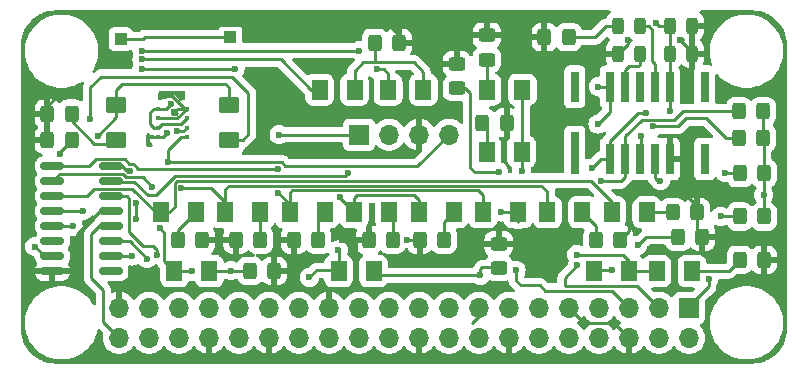
<source format=gbr>
%TF.GenerationSoftware,KiCad,Pcbnew,8.0.6*%
%TF.CreationDate,2024-11-19T00:52:39-05:00*%
%TF.ProjectId,tr109-sensorboard,74723130-392d-4736-956e-736f72626f61,4*%
%TF.SameCoordinates,Original*%
%TF.FileFunction,Copper,L1,Top*%
%TF.FilePolarity,Positive*%
%FSLAX46Y46*%
G04 Gerber Fmt 4.6, Leading zero omitted, Abs format (unit mm)*
G04 Created by KiCad (PCBNEW 8.0.6) date 2024-11-19 00:52:39*
%MOMM*%
%LPD*%
G01*
G04 APERTURE LIST*
G04 Aperture macros list*
%AMRoundRect*
0 Rectangle with rounded corners*
0 $1 Rounding radius*
0 $2 $3 $4 $5 $6 $7 $8 $9 X,Y pos of 4 corners*
0 Add a 4 corners polygon primitive as box body*
4,1,4,$2,$3,$4,$5,$6,$7,$8,$9,$2,$3,0*
0 Add four circle primitives for the rounded corners*
1,1,$1+$1,$2,$3*
1,1,$1+$1,$4,$5*
1,1,$1+$1,$6,$7*
1,1,$1+$1,$8,$9*
0 Add four rect primitives between the rounded corners*
20,1,$1+$1,$2,$3,$4,$5,0*
20,1,$1+$1,$4,$5,$6,$7,0*
20,1,$1+$1,$6,$7,$8,$9,0*
20,1,$1+$1,$8,$9,$2,$3,0*%
G04 Aperture macros list end*
%TA.AperFunction,SMDPad,CuDef*%
%ADD10R,0.400000X0.400000*%
%TD*%
%TA.AperFunction,ComponentPad*%
%ADD11R,1.700000X1.700000*%
%TD*%
%TA.AperFunction,ComponentPad*%
%ADD12O,1.700000X1.700000*%
%TD*%
%TA.AperFunction,SMDPad,CuDef*%
%ADD13RoundRect,0.249999X-0.325001X-0.450001X0.325001X-0.450001X0.325001X0.450001X-0.325001X0.450001X0*%
%TD*%
%TA.AperFunction,SMDPad,CuDef*%
%ADD14RoundRect,0.250000X0.462500X0.625000X-0.462500X0.625000X-0.462500X-0.625000X0.462500X-0.625000X0*%
%TD*%
%TA.AperFunction,SMDPad,CuDef*%
%ADD15RoundRect,0.250000X-0.462500X-0.625000X0.462500X-0.625000X0.462500X0.625000X-0.462500X0.625000X0*%
%TD*%
%TA.AperFunction,SMDPad,CuDef*%
%ADD16RoundRect,0.150000X-0.825000X-0.150000X0.825000X-0.150000X0.825000X0.150000X-0.825000X0.150000X0*%
%TD*%
%TA.AperFunction,SMDPad,CuDef*%
%ADD17R,0.800000X3.600000*%
%TD*%
%TA.AperFunction,SMDPad,CuDef*%
%ADD18R,0.700000X2.600000*%
%TD*%
%TA.AperFunction,SMDPad,CuDef*%
%ADD19R,0.800000X2.600000*%
%TD*%
%TA.AperFunction,SMDPad,CuDef*%
%ADD20RoundRect,0.250000X0.625000X-0.462500X0.625000X0.462500X-0.625000X0.462500X-0.625000X-0.462500X0*%
%TD*%
%TA.AperFunction,SMDPad,CuDef*%
%ADD21RoundRect,0.249999X0.325001X0.450001X-0.325001X0.450001X-0.325001X-0.450001X0.325001X-0.450001X0*%
%TD*%
%TA.AperFunction,SMDPad,CuDef*%
%ADD22RoundRect,0.243750X0.243750X0.456250X-0.243750X0.456250X-0.243750X-0.456250X0.243750X-0.456250X0*%
%TD*%
%TA.AperFunction,SMDPad,CuDef*%
%ADD23R,1.000000X1.000000*%
%TD*%
%TA.AperFunction,SMDPad,CuDef*%
%ADD24RoundRect,0.249999X0.450001X-0.325001X0.450001X0.325001X-0.450001X0.325001X-0.450001X-0.325001X0*%
%TD*%
%TA.AperFunction,ViaPad*%
%ADD25C,0.600000*%
%TD*%
%TA.AperFunction,Conductor*%
%ADD26C,0.250000*%
%TD*%
G04 APERTURE END LIST*
D10*
%TO.P,U1,1,GND*%
%TO.N,GND*%
X114649100Y-103724500D03*
%TO.P,U1,2,CSB*%
%TO.N,3.3V*%
X114649100Y-104524500D03*
%TO.P,U1,3,SDI*%
%TO.N,SDA*%
X114649100Y-105324500D03*
%TO.P,U1,4,SCK*%
%TO.N,SCK*%
X114649100Y-106124500D03*
%TO.P,U1,5,SDO*%
%TO.N,GND*%
X112249100Y-106124500D03*
%TO.P,U1,6,Vddio*%
%TO.N,3.3V*%
X112249100Y-105324500D03*
%TO.P,U1,7,GND*%
%TO.N,GND*%
X112249100Y-104524500D03*
%TO.P,U1,8,VDD*%
%TO.N,3.3V*%
X112249100Y-103724500D03*
%TD*%
D11*
%TO.P,J47,1,3V3*%
%TO.N,3.3V*%
X157184000Y-120590000D03*
D12*
%TO.P,J47,2,5V*%
%TO.N,5V*%
X157184000Y-123130000D03*
%TO.P,J47,3,SDA/GPIO2*%
%TO.N,SDA*%
X154644000Y-120590000D03*
%TO.P,J47,4,5V*%
%TO.N,5V*%
X154644000Y-123130000D03*
%TO.P,J47,5,SCL/GPIO3*%
%TO.N,SCK*%
X152104000Y-120590000D03*
%TO.P,J47,6,GND*%
%TO.N,GND*%
X152104000Y-123130000D03*
%TO.P,J47,7,GCLK0/GPIO4*%
%TO.N,unconnected-(J47-GCLK0{slash}GPIO4-Pad7)*%
X149564000Y-120590000D03*
%TO.P,J47,8,GPIO14/TXD*%
%TO.N,unconnected-(J47-GPIO14{slash}TXD-Pad8)*%
X149564000Y-123130000D03*
%TO.P,J47,9,GND*%
%TO.N,GND*%
X147024000Y-120590000D03*
%TO.P,J47,10,GPIO15/RXD*%
%TO.N,unconnected-(J47-GPIO15{slash}RXD-Pad10)*%
X147024000Y-123130000D03*
%TO.P,J47,11,GPIO17*%
%TO.N,unconnected-(J47-GPIO17-Pad11)*%
X144484000Y-120590000D03*
%TO.P,J47,12,GPIO18/PWM0*%
%TO.N,unconnected-(J47-GPIO18{slash}PWM0-Pad12)*%
X144484000Y-123130000D03*
%TO.P,J47,13,GPIO27*%
%TO.N,unconnected-(J47-GPIO27-Pad13)*%
X141944000Y-120590000D03*
%TO.P,J47,14,GND*%
%TO.N,GND*%
X141944000Y-123130000D03*
%TO.P,J47,15,GPIO22*%
%TO.N,unconnected-(J47-GPIO22-Pad15)*%
X139404000Y-120590000D03*
%TO.P,J47,16,GPIO23*%
%TO.N,unconnected-(J47-GPIO23-Pad16)*%
X139404000Y-123130000D03*
%TO.P,J47,17,3V3*%
%TO.N,3.3V*%
X136864000Y-120590000D03*
%TO.P,J47,18,GPIO24*%
%TO.N,unconnected-(J47-GPIO24-Pad18)*%
X136864000Y-123130000D03*
%TO.P,J47,19,MOSI0/GPIO10*%
%TO.N,unconnected-(J47-MOSI0{slash}GPIO10-Pad19)*%
X134324000Y-120590000D03*
%TO.P,J47,20,GND*%
%TO.N,GND*%
X134324000Y-123130000D03*
%TO.P,J47,21,MISO0/GPIO9*%
%TO.N,unconnected-(J47-MISO0{slash}GPIO9-Pad21)*%
X131784000Y-120590000D03*
%TO.P,J47,22,GPIO25*%
%TO.N,unconnected-(J47-GPIO25-Pad22)*%
X131784000Y-123130000D03*
%TO.P,J47,23,SCLK0/GPIO11*%
%TO.N,unconnected-(J47-SCLK0{slash}GPIO11-Pad23)*%
X129244000Y-120590000D03*
%TO.P,J47,24,~{CE0}/GPIO8*%
%TO.N,unconnected-(J47-~{CE0}{slash}GPIO8-Pad24)*%
X129244000Y-123130000D03*
%TO.P,J47,25,GND*%
%TO.N,GND*%
X126704000Y-120590000D03*
%TO.P,J47,26,~{CE1}/GPIO7*%
%TO.N,unconnected-(J47-~{CE1}{slash}GPIO7-Pad26)*%
X126704000Y-123130000D03*
%TO.P,J47,27,ID_SD/GPIO0*%
%TO.N,unconnected-(J47-ID_SD{slash}GPIO0-Pad27)*%
X124164000Y-120590000D03*
%TO.P,J47,28,ID_SC/GPIO1*%
%TO.N,unconnected-(J47-ID_SC{slash}GPIO1-Pad28)*%
X124164000Y-123130000D03*
%TO.P,J47,29,GCLK1/GPIO5*%
%TO.N,unconnected-(J47-GCLK1{slash}GPIO5-Pad29)*%
X121624000Y-120590000D03*
%TO.P,J47,30,GND*%
%TO.N,GND*%
X121624000Y-123130000D03*
%TO.P,J47,31,GCLK2/GPIO6*%
%TO.N,unconnected-(J47-GCLK2{slash}GPIO6-Pad31)*%
X119084000Y-120590000D03*
%TO.P,J47,32,PWM0/GPIO12*%
%TO.N,unconnected-(J47-PWM0{slash}GPIO12-Pad32)*%
X119084000Y-123130000D03*
%TO.P,J47,33,PWM1/GPIO13*%
%TO.N,unconnected-(J47-PWM1{slash}GPIO13-Pad33)*%
X116544000Y-120590000D03*
%TO.P,J47,34,GND*%
%TO.N,GND*%
X116544000Y-123130000D03*
%TO.P,J47,35,GPIO19/MISO1*%
%TO.N,Shift_Serial*%
X114004000Y-120590000D03*
%TO.P,J47,36,GPIO16*%
%TO.N,unconnected-(J47-GPIO16-Pad36)*%
X114004000Y-123130000D03*
%TO.P,J47,37,GPIO26*%
%TO.N,Shift_Clock*%
X111464000Y-120590000D03*
%TO.P,J47,38,GPIO20/MOSI1*%
%TO.N,unconnected-(J47-GPIO20{slash}MOSI1-Pad38)*%
X111464000Y-123130000D03*
%TO.P,J47,39,GND*%
%TO.N,GND*%
X108924000Y-120590000D03*
%TO.P,J47,40,GPIO21/SCLK1*%
%TO.N,Shift_Latch*%
X108924000Y-123130000D03*
%TD*%
D13*
%TO.P,R4,1*%
%TO.N,Net-(D8-K)*%
X155807300Y-112483900D03*
%TO.P,R4,2*%
%TO.N,GND*%
X157857300Y-112483900D03*
%TD*%
%TO.P,R6,1*%
%TO.N,Net-(D12-K)*%
X139691000Y-104902000D03*
%TO.P,R6,2*%
%TO.N,GND*%
X141741000Y-104902000D03*
%TD*%
D14*
%TO.P,D10,1,K*%
%TO.N,Net-(D10-K)*%
X134685100Y-102133400D03*
%TO.P,D10,2,A*%
%TO.N,ANIM2*%
X131710100Y-102133400D03*
%TD*%
D15*
%TO.P,D12,1,K*%
%TO.N,Net-(D12-K)*%
X140043840Y-107358180D03*
%TO.P,D12,2,A*%
%TO.N,LED_ON*%
X143018840Y-107358180D03*
%TD*%
%TO.P,D11,1,K*%
%TO.N,Net-(D11-K)*%
X140088620Y-102133400D03*
%TO.P,D11,2,A*%
%TO.N,LED_ON*%
X143063620Y-102133400D03*
%TD*%
D14*
%TO.P,D9,1,K*%
%TO.N,Net-(D10-K)*%
X128881200Y-102133400D03*
%TO.P,D9,2,A*%
%TO.N,ANIM1*%
X125906200Y-102133400D03*
%TD*%
D15*
%TO.P,D15,1,K*%
%TO.N,Net-(D15-K)*%
X149164980Y-117472460D03*
%TO.P,D15,2,A*%
%TO.N,LED_ON*%
X152139980Y-117472460D03*
%TD*%
D14*
%TO.P,D16,1,K*%
%TO.N,Net-(D16-K)*%
X157440960Y-117472460D03*
%TO.P,D16,2,A*%
%TO.N,LED_ON*%
X154465960Y-117472460D03*
%TD*%
D13*
%TO.P,R5,1*%
%TO.N,Net-(D10-K)*%
X130572400Y-98145600D03*
%TO.P,R5,2*%
%TO.N,GND*%
X132622400Y-98145600D03*
%TD*%
D16*
%TO.P,U2,1,QB*%
%TO.N,BETA*%
X103290600Y-108610400D03*
%TO.P,U2,2,QC*%
%TO.N,DELTA*%
X103290600Y-109880400D03*
%TO.P,U2,3,QD*%
%TO.N,GAMMA*%
X103290600Y-111150400D03*
%TO.P,U2,4,QE*%
%TO.N,LED_ON*%
X103290600Y-112420400D03*
%TO.P,U2,5,QF*%
%TO.N,ANIM1*%
X103290600Y-113690400D03*
%TO.P,U2,6,QG*%
%TO.N,unconnected-(U2-QG-Pad6)*%
X103290600Y-114960400D03*
%TO.P,U2,7,QH*%
%TO.N,ANIM2*%
X103290600Y-116230400D03*
%TO.P,U2,8,GND*%
%TO.N,GND*%
X103290600Y-117500400D03*
%TO.P,U2,9,QH'*%
%TO.N,unconnected-(U2-QH'-Pad9)*%
X108240600Y-117500400D03*
%TO.P,U2,10,~{SRCLR}*%
%TO.N,5V*%
X108240600Y-116230400D03*
%TO.P,U2,11,SRCLK*%
%TO.N,Shift_Clock*%
X108240600Y-114960400D03*
%TO.P,U2,12,RCLK*%
%TO.N,Shift_Latch*%
X108240600Y-113690400D03*
%TO.P,U2,13,~{OE}*%
%TO.N,GND*%
X108240600Y-112420400D03*
%TO.P,U2,14,SER*%
%TO.N,Shift_Serial*%
X108240600Y-111150400D03*
%TO.P,U2,15,QA*%
%TO.N,ALPHA*%
X108240600Y-109880400D03*
%TO.P,U2,16,VCC*%
%TO.N,5V*%
X108240600Y-108610400D03*
%TD*%
D13*
%TO.P,R10,1*%
%TO.N,SCK*%
X161421940Y-103949500D03*
%TO.P,R10,2*%
%TO.N,3.3V*%
X163471940Y-103949500D03*
%TD*%
D17*
%TO.P,U3,1,NC*%
%TO.N,unconnected-(U3-NC-Pad1)*%
X147509600Y-107477400D03*
D18*
%TO.P,U3,2,SDA*%
%TO.N,SDA*%
X150469600Y-107977400D03*
%TO.P,U3,3,SCL*%
%TO.N,SCK*%
X151739600Y-107977400D03*
%TO.P,U3,4,INT*%
%TO.N,Net-(U3-INT)*%
X153009600Y-107977400D03*
%TO.P,U3,5,AD-SELECT*%
%TO.N,Net-(U3-AD-SELECT)*%
X154279600Y-107977400D03*
%TO.P,U3,6,GND*%
%TO.N,GND*%
X155549600Y-107977400D03*
D19*
%TO.P,U3,7,NC*%
%TO.N,unconnected-(U3-NC-Pad7)*%
X158509600Y-107977400D03*
%TO.P,U3,8,NC*%
%TO.N,unconnected-(U3-NC-Pad8)*%
X158509600Y-101877400D03*
D18*
%TO.P,U3,9,VDD*%
%TO.N,3.3V*%
X155549600Y-101877400D03*
%TO.P,U3,10,AVDD-PC*%
%TO.N,Net-(U3-AVDD-PC)*%
X154279600Y-101877400D03*
%TO.P,U3,11,NC*%
%TO.N,unconnected-(U3-NC-Pad11)*%
X153009600Y-101877400D03*
%TO.P,U3,12,DVDD-PC*%
%TO.N,Net-(U3-DVDD-PC)*%
X151739600Y-101877400D03*
%TO.P,U3,13,VPP*%
%TO.N,3.3V*%
X150469600Y-101877400D03*
D19*
%TO.P,U3,14,NC*%
%TO.N,unconnected-(U3-NC-Pad14)*%
X147509600Y-101877400D03*
%TD*%
D20*
%TO.P,D17,1,K*%
%TO.N,Net-(D17-K)*%
X108686600Y-106389500D03*
%TO.P,D17,2,A*%
%TO.N,LED_ON*%
X108686600Y-103414500D03*
%TD*%
%TO.P,D18,1,K*%
%TO.N,Net-(D18-K)*%
X118211600Y-106389500D03*
%TO.P,D18,2,A*%
%TO.N,LED_ON*%
X118211600Y-103414500D03*
%TD*%
D21*
%TO.P,R11,1*%
%TO.N,Net-(D18-K)*%
X104915000Y-106370000D03*
%TO.P,R11,2*%
%TO.N,GND*%
X102865000Y-106370000D03*
%TD*%
D22*
%TO.P,C4,1*%
%TO.N,Net-(U3-DVDD-PC)*%
X153032700Y-99085400D03*
%TO.P,C4,2*%
%TO.N,GND*%
X151157700Y-99085400D03*
%TD*%
%TO.P,C3,1*%
%TO.N,Net-(U3-AVDD-PC)*%
X153032700Y-96738440D03*
%TO.P,C3,2*%
%TO.N,Net-(C3-Pad2)*%
X151157700Y-96738440D03*
%TD*%
D13*
%TO.P,R3,1*%
%TO.N,GND*%
X144948800Y-97663000D03*
%TO.P,R3,2*%
%TO.N,Net-(C3-Pad2)*%
X146998800Y-97663000D03*
%TD*%
D22*
%TO.P,C1,1*%
%TO.N,GND*%
X157477700Y-96738440D03*
%TO.P,C1,2*%
%TO.N,3.3V*%
X155602700Y-96738440D03*
%TD*%
%TO.P,C2,1*%
%TO.N,GND*%
X157477700Y-99085400D03*
%TO.P,C2,2*%
%TO.N,3.3V*%
X155602700Y-99085400D03*
%TD*%
D13*
%TO.P,R2,1*%
%TO.N,Net-(U3-AD-SELECT)*%
X161484200Y-112852200D03*
%TO.P,R2,2*%
%TO.N,3.3V*%
X163534200Y-112852200D03*
%TD*%
%TO.P,R8,1*%
%TO.N,Net-(D16-K)*%
X161484200Y-116522500D03*
%TO.P,R8,2*%
%TO.N,GND*%
X163534200Y-116522500D03*
%TD*%
%TO.P,R1,1*%
%TO.N,Net-(U3-INT)*%
X161484200Y-109181900D03*
%TO.P,R1,2*%
%TO.N,3.3V*%
X163534200Y-109181900D03*
%TD*%
D23*
%TO.P,J1,1,Pin_1*%
%TO.N,Net-(J1-Pin_1)*%
X109067600Y-97828100D03*
%TD*%
%TO.P,J2,1,Pin_1*%
%TO.N,Net-(J1-Pin_1)*%
X118364000Y-97663000D03*
%TD*%
D14*
%TO.P,D8,1,K*%
%TO.N,Net-(D8-K)*%
X153620800Y-112483900D03*
%TO.P,D8,2,A*%
%TO.N,GAMMA*%
X150645800Y-112483900D03*
%TD*%
%TO.P,D7,1,K*%
%TO.N,Net-(D7-K)*%
X148167052Y-112483900D03*
%TO.P,D7,2,A*%
%TO.N,DELTA*%
X145192052Y-112483900D03*
%TD*%
%TO.P,D6,1,K*%
%TO.N,Net-(D6-K)*%
X142713310Y-112483900D03*
%TO.P,D6,2,A*%
%TO.N,BETA*%
X139738310Y-112483900D03*
%TD*%
%TO.P,D5,1,K*%
%TO.N,Net-(D5-K)*%
X137259568Y-112483900D03*
%TO.P,D5,2,A*%
%TO.N,ALPHA*%
X134284568Y-112483900D03*
%TD*%
%TO.P,D1,1,K*%
%TO.N,Net-(D1-K)*%
X115444600Y-112483900D03*
%TO.P,D1,2,A*%
%TO.N,GAMMA*%
X112469600Y-112483900D03*
%TD*%
%TO.P,D2,1,K*%
%TO.N,Net-(D2-K)*%
X120898342Y-112483900D03*
%TO.P,D2,2,A*%
%TO.N,DELTA*%
X117923342Y-112483900D03*
%TD*%
%TO.P,D3,1,K*%
%TO.N,Net-(D3-K)*%
X126352084Y-112483900D03*
%TO.P,D3,2,A*%
%TO.N,BETA*%
X123377084Y-112483900D03*
%TD*%
%TO.P,D4,1,K*%
%TO.N,Net-(D4-K)*%
X131805826Y-112483900D03*
%TO.P,D4,2,A*%
%TO.N,ALPHA*%
X128830826Y-112483900D03*
%TD*%
D13*
%TO.P,R9,1*%
%TO.N,SDA*%
X161421940Y-106184700D03*
%TO.P,R9,2*%
%TO.N,3.3V*%
X163471940Y-106184700D03*
%TD*%
D24*
%TO.P,R7,1*%
%TO.N,Net-(D14-K)*%
X141071600Y-117216060D03*
%TO.P,R7,2*%
%TO.N,GND*%
X141071600Y-115166060D03*
%TD*%
D14*
%TO.P,D13,1,K*%
%TO.N,Net-(D13-K)*%
X116579980Y-117472460D03*
%TO.P,D13,2,A*%
%TO.N,LED_ON*%
X113604980Y-117472460D03*
%TD*%
D21*
%TO.P,R14,1*%
%TO.N,Net-(D3-K)*%
X125802500Y-114833400D03*
%TO.P,R14,2*%
%TO.N,GND*%
X123752500Y-114833400D03*
%TD*%
%TO.P,R15,1*%
%TO.N,Net-(D4-K)*%
X132101700Y-114833400D03*
%TO.P,R15,2*%
%TO.N,GND*%
X130051700Y-114833400D03*
%TD*%
%TO.P,R16,1*%
%TO.N,Net-(D5-K)*%
X136445000Y-114833400D03*
%TO.P,R16,2*%
%TO.N,GND*%
X134395000Y-114833400D03*
%TD*%
D24*
%TO.P,R17,1*%
%TO.N,Net-(D6-K)*%
X137541000Y-101990000D03*
%TO.P,R17,2*%
%TO.N,GND*%
X137541000Y-99940000D03*
%TD*%
D13*
%TO.P,R18,1*%
%TO.N,Net-(D7-K)*%
X149330300Y-114846100D03*
%TO.P,R18,2*%
%TO.N,GND*%
X151380300Y-114846100D03*
%TD*%
D24*
%TO.P,R19,1*%
%TO.N,Net-(D11-K)*%
X140081000Y-99564300D03*
%TO.P,R19,2*%
%TO.N,GND*%
X140081000Y-97514300D03*
%TD*%
D13*
%TO.P,R20,1*%
%TO.N,Net-(D15-K)*%
X156264500Y-114579400D03*
%TO.P,R20,2*%
%TO.N,GND*%
X158314500Y-114579400D03*
%TD*%
D21*
%TO.P,R13,1*%
%TO.N,Net-(D2-K)*%
X120900300Y-114833400D03*
%TO.P,R13,2*%
%TO.N,GND*%
X118850300Y-114833400D03*
%TD*%
D13*
%TO.P,R12,1*%
%TO.N,Net-(D1-K)*%
X113925000Y-114833400D03*
%TO.P,R12,2*%
%TO.N,GND*%
X115975000Y-114833400D03*
%TD*%
D14*
%TO.P,D14,1,K*%
%TO.N,Net-(D14-K)*%
X130486480Y-117472460D03*
%TO.P,D14,2,A*%
%TO.N,LED_ON*%
X127511480Y-117472460D03*
%TD*%
D21*
%TO.P,R22,1*%
%TO.N,Net-(D17-K)*%
X104915000Y-104150000D03*
%TO.P,R22,2*%
%TO.N,GND*%
X102865000Y-104150000D03*
%TD*%
D13*
%TO.P,R21,1*%
%TO.N,Net-(D13-K)*%
X120015000Y-117460000D03*
%TO.P,R21,2*%
%TO.N,GND*%
X122065000Y-117460000D03*
%TD*%
D11*
%TO.P,J3,1,Pin_1*%
%TO.N,SDA*%
X129244000Y-105918000D03*
D12*
%TO.P,J3,2,Pin_2*%
%TO.N,3.3V*%
X131784000Y-105918000D03*
%TO.P,J3,3,Pin_3*%
%TO.N,GND*%
X134324000Y-105918000D03*
%TO.P,J3,4,Pin_4*%
%TO.N,SCK*%
X136864000Y-105918000D03*
%TD*%
D25*
%TO.N,GND*%
X152019000Y-97916998D03*
X103759000Y-102616000D03*
X113000000Y-105800006D03*
X133270000Y-114820000D03*
X117335300Y-114808000D03*
X127787400Y-114808000D03*
X156972000Y-102108000D03*
X156464000Y-97917000D03*
X128993902Y-117894100D03*
X160934400Y-114617500D03*
X113612244Y-104027928D03*
X112833600Y-102616000D03*
X111887000Y-96647000D03*
X122402600Y-114808000D03*
X105333800Y-117525800D03*
X160020000Y-102108000D03*
%TO.N,SCK*%
X113073276Y-108261590D03*
X142544800Y-117424200D03*
X149733000Y-109855000D03*
%TO.N,SDA*%
X113800000Y-105600000D03*
X153543000Y-104070600D03*
X147726400Y-116992400D03*
X148939690Y-108750100D03*
X122482001Y-105918003D03*
X154178000Y-105225400D03*
%TO.N,Net-(D6-K)*%
X141280000Y-112470000D03*
X141070000Y-109060000D03*
%TO.N,BETA*%
X122428000Y-110845600D03*
X122428000Y-108839000D03*
%TO.N,ALPHA*%
X127660400Y-111211090D03*
X128345000Y-109177410D03*
%TO.N,3.3V*%
X113310215Y-103338797D03*
X163512500Y-111010700D03*
X149479000Y-105029000D03*
X155562300Y-103962200D03*
X154406600Y-96494600D03*
X158877000Y-118110000D03*
X149504400Y-101854000D03*
%TO.N,DELTA*%
X111759998Y-110363000D03*
X114206223Y-110406281D03*
%TO.N,Net-(D13-K)*%
X118389400Y-117430100D03*
%TO.N,Shift_Clock*%
X111302800Y-116420900D03*
%TO.N,Shift_Serial*%
X112179100Y-116103400D03*
%TO.N,5V*%
X110400000Y-111750000D03*
X109850011Y-108966585D03*
X110000000Y-116200000D03*
X110871000Y-100330000D03*
X110400000Y-113050000D03*
X118745000Y-100330000D03*
%TO.N,Net-(D14-K)*%
X139522200Y-117830600D03*
%TO.N,LED_ON*%
X105892600Y-112369600D03*
X147662900Y-116078000D03*
X107109260Y-106004360D03*
X112382300Y-113842800D03*
X125044200Y-118008400D03*
X127495300Y-115697000D03*
X143014700Y-108991400D03*
X115087400Y-117487700D03*
%TO.N,Net-(D15-K)*%
X152844500Y-115303300D03*
X150672800Y-117348000D03*
%TO.N,ANIM1*%
X110871006Y-99558403D03*
X105029000Y-113677700D03*
%TO.N,ANIM2*%
X101800000Y-115400000D03*
X129286002Y-98805998D03*
X110870994Y-98806000D03*
X130759200Y-100406200D03*
%TO.N,Net-(D18-K)*%
X106500563Y-104618423D03*
X103888540Y-107551220D03*
%TO.N,Net-(U3-AD-SELECT)*%
X159854900Y-112852200D03*
X154762200Y-109816900D03*
%TO.N,Net-(U3-INT)*%
X153085800Y-106070400D03*
X160235900Y-109156500D03*
%TD*%
D26*
%TO.N,GND*%
X114512500Y-103724500D02*
X113404000Y-102616000D01*
X134325000Y-114820000D02*
X134395000Y-114890000D01*
X113404000Y-102616000D02*
X112833600Y-102616000D01*
X147024000Y-120590000D02*
X148284000Y-121850000D01*
X107279600Y-112420400D02*
X108240600Y-112420400D01*
X129006600Y-114884200D02*
X127863600Y-114884200D01*
X148284000Y-121850000D02*
X150824000Y-121850000D01*
X157477700Y-96738440D02*
X157477700Y-99085400D01*
X122402600Y-114808000D02*
X123663600Y-114808000D01*
X157857300Y-112483900D02*
X157857300Y-114122200D01*
X113849100Y-104524500D02*
X114649100Y-103724500D01*
X105333800Y-114366200D02*
X107279600Y-112420400D01*
X117335300Y-114808000D02*
X118824900Y-114808000D01*
X129006600Y-117881402D02*
X128993902Y-117894100D01*
X157857300Y-111972200D02*
X156756100Y-110871000D01*
X102865000Y-104150000D02*
X102865000Y-103510000D01*
X112249100Y-104524500D02*
X113849100Y-104524500D01*
X157857300Y-114122200D02*
X158314500Y-114579400D01*
X127863600Y-114884200D02*
X127787400Y-114808000D01*
X152019000Y-98224100D02*
X152019000Y-97916998D01*
X157477700Y-99085400D02*
X157477700Y-98930700D01*
X133270000Y-114820000D02*
X134325000Y-114820000D01*
X112675506Y-106124500D02*
X113000000Y-105800006D01*
X150824000Y-121850000D02*
X152104000Y-123130000D01*
X114649100Y-103724500D02*
X113915672Y-103724500D01*
X152133300Y-114093100D02*
X151380300Y-114846100D01*
X113915672Y-103724500D02*
X113612244Y-104027928D01*
X151157700Y-99085400D02*
X152019000Y-98224100D01*
X156756100Y-110871000D02*
X152946100Y-110871000D01*
X152133300Y-111683800D02*
X152133300Y-114093100D01*
X129006600Y-114884200D02*
X129006600Y-117881402D01*
X105333800Y-117525800D02*
X105333800Y-114366200D01*
X157477700Y-98930700D02*
X156464000Y-97917000D01*
X132622400Y-97445600D02*
X132622400Y-98145600D01*
X131823800Y-96647000D02*
X132622400Y-97445600D01*
X114649100Y-103724500D02*
X114512500Y-103724500D01*
X102865000Y-103510000D02*
X103759000Y-102616000D01*
X123663600Y-114808000D02*
X123752500Y-114896900D01*
X152946100Y-110871000D02*
X152133300Y-111683800D01*
X130039000Y-114884200D02*
X130051700Y-114896900D01*
X118824900Y-114808000D02*
X118850300Y-114833400D01*
X129006600Y-114884200D02*
X130039000Y-114884200D01*
X112249100Y-106124500D02*
X112675506Y-106124500D01*
X157857300Y-112483900D02*
X157857300Y-111972200D01*
X111887000Y-96647000D02*
X131823800Y-96647000D01*
%TO.N,SCK*%
X114199100Y-106124500D02*
X113073276Y-107250324D01*
X151739600Y-107977400D02*
X151739600Y-109527400D01*
X114649100Y-106124500D02*
X114199100Y-106124500D01*
X156654500Y-103949500D02*
X161421940Y-103949500D01*
X151739600Y-109527400D02*
X151412000Y-109855000D01*
X123005401Y-108561847D02*
X122705153Y-108261599D01*
X151765000Y-106057700D02*
X151765000Y-107952000D01*
X113073276Y-107250324D02*
X113073276Y-108261590D01*
X142544800Y-118287800D02*
X142544800Y-117424200D01*
X151765000Y-107952000D02*
X151739600Y-107977400D01*
X150157264Y-109855000D02*
X149733000Y-109855000D01*
X113073285Y-108261599D02*
X113073276Y-108261590D01*
X152104000Y-120590000D02*
X150640000Y-119126000D01*
X123005401Y-108600000D02*
X123005401Y-108561847D01*
X151765000Y-106057700D02*
X153174700Y-104648000D01*
X145008600Y-119126000D02*
X144564100Y-118681500D01*
X151412000Y-109855000D02*
X150157264Y-109855000D01*
X153174700Y-104648000D02*
X155956000Y-104648000D01*
X136874000Y-105918000D02*
X134192000Y-108600000D01*
X155956000Y-104648000D02*
X156654500Y-103949500D01*
X122705153Y-108261599D02*
X113073285Y-108261599D01*
X142938500Y-118681500D02*
X142544800Y-118287800D01*
X150640000Y-119126000D02*
X145008600Y-119126000D01*
X134192000Y-108600000D02*
X123005401Y-108600000D01*
X144564100Y-118681500D02*
X142938500Y-118681500D01*
%TO.N,SDA*%
X154644000Y-120590000D02*
X152777589Y-118723589D01*
X150469600Y-107977400D02*
X150469600Y-107238800D01*
X152826400Y-104070600D02*
X153543000Y-104070600D01*
X150469600Y-107977400D02*
X149712390Y-107977400D01*
X160286700Y-106184700D02*
X161421940Y-106184700D01*
X114649100Y-105324500D02*
X114373600Y-105600000D01*
X122482004Y-105918000D02*
X122482001Y-105918003D01*
X150469600Y-107977400D02*
X150469600Y-106427400D01*
X149712390Y-107977400D02*
X148939690Y-108750100D01*
X150469600Y-106427400D02*
X152826400Y-104070600D01*
X156267600Y-105225400D02*
X156972000Y-104521000D01*
X158623000Y-104521000D02*
X160286700Y-106184700D01*
X146663589Y-118723589D02*
X146663589Y-118055211D01*
X154178000Y-105225400D02*
X156267600Y-105225400D01*
X114373600Y-105600000D02*
X113800000Y-105600000D01*
X129254000Y-105918000D02*
X122482004Y-105918000D01*
X152777589Y-118723589D02*
X146663589Y-118723589D01*
X146663589Y-118055211D02*
X147726400Y-116992400D01*
X156972000Y-104521000D02*
X158623000Y-104521000D01*
%TO.N,Net-(U3-AVDD-PC)*%
X153761440Y-96738440D02*
X153032700Y-96738440D01*
X154279600Y-99949000D02*
X154051000Y-99720400D01*
X154051000Y-99720400D02*
X154051000Y-97028000D01*
X154279600Y-101877400D02*
X154279600Y-99949000D01*
X154051000Y-97028000D02*
X153761440Y-96738440D01*
%TO.N,Net-(U3-DVDD-PC)*%
X151739600Y-100482400D02*
X152069800Y-100152200D01*
X151739600Y-101877400D02*
X151739600Y-100482400D01*
X152069800Y-100152200D02*
X152882600Y-100152200D01*
X152882600Y-100152200D02*
X153032700Y-100002100D01*
X153032700Y-100002100D02*
X153032700Y-99085400D01*
%TO.N,Net-(D1-K)*%
X113925000Y-114003500D02*
X115444600Y-112483900D01*
X113925000Y-114860000D02*
X113925000Y-114003500D01*
%TO.N,Net-(D2-K)*%
X120900300Y-112485858D02*
X120898342Y-112483900D01*
X120900300Y-114833400D02*
X120900300Y-112485858D01*
%TO.N,Net-(D3-K)*%
X125802500Y-113033484D02*
X126352084Y-112483900D01*
X125802500Y-114896900D02*
X125802500Y-113033484D01*
%TO.N,Net-(D4-K)*%
X132101700Y-112779774D02*
X131805826Y-112483900D01*
X132101700Y-114896900D02*
X132101700Y-112779774D01*
%TO.N,Net-(D5-K)*%
X136445000Y-113298468D02*
X137259568Y-112483900D01*
X136445000Y-114890000D02*
X136445000Y-113298468D01*
%TO.N,Net-(D6-K)*%
X138684000Y-102433000D02*
X138684000Y-108712000D01*
X142713310Y-112483900D02*
X141293900Y-112483900D01*
X140645736Y-109060000D02*
X141070000Y-109060000D01*
X141293900Y-112483900D02*
X141280000Y-112470000D01*
X138684000Y-108712000D02*
X139032000Y-109060000D01*
X138241000Y-101990000D02*
X138684000Y-102433000D01*
X139032000Y-109060000D02*
X140645736Y-109060000D01*
X142713310Y-112483900D02*
X142713310Y-113312810D01*
X137541000Y-101990000D02*
X138241000Y-101990000D01*
%TO.N,Net-(C3-Pad2)*%
X149225000Y-97663000D02*
X146998800Y-97663000D01*
X150149560Y-96738440D02*
X149225000Y-97663000D01*
X151157700Y-96738440D02*
X150149560Y-96738440D01*
%TO.N,Net-(D7-K)*%
X148167052Y-112483900D02*
X148167052Y-112810252D01*
X147916900Y-112483900D02*
X148167052Y-112483900D01*
X149330300Y-114846100D02*
X149330300Y-113647148D01*
X149330300Y-113647148D02*
X148167052Y-112483900D01*
%TO.N,BETA*%
X109392401Y-108007599D02*
X109773986Y-108389184D01*
X123377084Y-111794684D02*
X122428000Y-110845600D01*
X110439000Y-108839000D02*
X122428000Y-108839000D01*
X110427412Y-108827412D02*
X110439000Y-108839000D01*
X123377084Y-110849016D02*
X123592410Y-110633690D01*
X110427412Y-108689432D02*
X110427412Y-108827412D01*
X139322990Y-110633690D02*
X139738310Y-111049010D01*
X109773986Y-108389184D02*
X110127164Y-108389184D01*
X110127164Y-108389184D02*
X110427412Y-108689432D01*
X106389600Y-108610400D02*
X106992401Y-108007599D01*
X139738310Y-111049010D02*
X139738310Y-112483900D01*
X123592410Y-110633690D02*
X139322990Y-110633690D01*
X123377084Y-112483900D02*
X123377084Y-111794684D01*
X103290600Y-108610400D02*
X106389600Y-108610400D01*
X123377084Y-112483900D02*
X123377084Y-110849016D01*
X106992401Y-108007599D02*
X109392401Y-108007599D01*
%TO.N,ALPHA*%
X127660400Y-111211090D02*
X127660400Y-111313474D01*
X129082800Y-111036100D02*
X133896100Y-111036100D01*
X108240600Y-109880400D02*
X108306605Y-109946405D01*
X128095950Y-109426460D02*
X128345000Y-109177410D01*
X110228849Y-109946405D02*
X111349846Y-111067402D01*
X128830826Y-112483900D02*
X128830826Y-111288074D01*
X112037154Y-111067402D02*
X113678096Y-109426460D01*
X128830826Y-111288074D02*
X129082800Y-111036100D01*
X108306605Y-109946405D02*
X110228849Y-109946405D01*
X111349846Y-111067402D02*
X112037154Y-111067402D01*
X127660400Y-111313474D02*
X128830826Y-112483900D01*
X134284568Y-111424568D02*
X134284568Y-112483900D01*
X113678096Y-109426460D02*
X128095950Y-109426460D01*
X133896100Y-111036100D02*
X134284568Y-111424568D01*
%TO.N,3.3V*%
X150469600Y-101877400D02*
X149527800Y-101877400D01*
X163534200Y-112852200D02*
X163534200Y-111032400D01*
X155602700Y-99085400D02*
X155602700Y-101824300D01*
X163471940Y-106184700D02*
X163471940Y-103949500D01*
X158877000Y-118534264D02*
X158877000Y-118110000D01*
X163534200Y-106246960D02*
X163471940Y-106184700D01*
X157184000Y-120438000D02*
X158877000Y-118745000D01*
X155602700Y-96738440D02*
X155602700Y-99085400D01*
X154650440Y-96738440D02*
X154406600Y-96494600D01*
X150469600Y-101877400D02*
X150469600Y-104038400D01*
X155602700Y-96738440D02*
X154650440Y-96738440D01*
X114166011Y-105007589D02*
X114649100Y-104524500D01*
X112924512Y-103724500D02*
X113310215Y-103338797D01*
X111883400Y-103724500D02*
X112249100Y-103724500D01*
X163534200Y-109181900D02*
X163534200Y-106246960D01*
X112249100Y-103724500D02*
X112924512Y-103724500D01*
X112566011Y-105007589D02*
X114166011Y-105007589D01*
X111852300Y-105324500D02*
X111582200Y-105054400D01*
X150469600Y-104038400D02*
X149479000Y-105029000D01*
X163534200Y-109181900D02*
X163534200Y-110989000D01*
X112249100Y-105324500D02*
X112566011Y-105007589D01*
X158877000Y-118745000D02*
X158877000Y-118534264D01*
X155602700Y-101824300D02*
X155549600Y-101877400D01*
X155549600Y-103949500D02*
X155562300Y-103962200D01*
X155549600Y-101877400D02*
X155549600Y-103949500D01*
X111582200Y-105054400D02*
X111582200Y-104025700D01*
X112249100Y-105324500D02*
X111852300Y-105324500D01*
X111582200Y-104025700D02*
X111883400Y-103724500D01*
X157184000Y-120590000D02*
X157184000Y-120438000D01*
X163534200Y-111032400D02*
X163512500Y-111010700D01*
X163534200Y-110989000D02*
X163512500Y-111010700D01*
X149527800Y-101877400D02*
X149504400Y-101854000D01*
%TO.N,Net-(D8-K)*%
X153620800Y-112483900D02*
X155807300Y-112483900D01*
%TO.N,Net-(D10-K)*%
X128881200Y-100531600D02*
X129613800Y-99799000D01*
X134685100Y-100623700D02*
X133860400Y-99799000D01*
X134685100Y-102133400D02*
X134685100Y-100623700D01*
X130680600Y-99799000D02*
X130327400Y-99799000D01*
X128881200Y-102133400D02*
X128881200Y-100531600D01*
X133860400Y-99799000D02*
X130680600Y-99799000D01*
X130572400Y-99690800D02*
X130680600Y-99799000D01*
X130572400Y-98145600D02*
X130572400Y-99690800D01*
X129613800Y-99799000D02*
X130327400Y-99799000D01*
%TO.N,GAMMA*%
X112469600Y-112483900D02*
X113182100Y-112483900D01*
X113628813Y-112037187D02*
X113628813Y-110046162D01*
X112026700Y-112483900D02*
X112469600Y-112483900D01*
X113628813Y-110046162D02*
X113846105Y-109828870D01*
X113846105Y-109828870D02*
X148865770Y-109828870D01*
X113182100Y-112483900D02*
X113628813Y-112037187D01*
X110058200Y-110515400D02*
X112026700Y-112483900D01*
X106210100Y-111150400D02*
X106845100Y-110515400D01*
X150645800Y-111608900D02*
X150645800Y-112483900D01*
X106845100Y-110515400D02*
X110058200Y-110515400D01*
X103290600Y-111150400D02*
X106210100Y-111150400D01*
X148865770Y-109828870D02*
X150645800Y-111608900D01*
%TO.N,DELTA*%
X144686380Y-110231280D02*
X145192052Y-110736952D01*
X109483645Y-109543995D02*
X110940992Y-109543994D01*
X114630487Y-110406281D02*
X114206223Y-110406281D01*
X117923342Y-112483900D02*
X117923342Y-110562358D01*
X109221871Y-109282221D02*
X109483645Y-109543995D01*
X103290600Y-109880400D02*
X103888779Y-109282221D01*
X116720723Y-110406281D02*
X114630487Y-110406281D01*
X103888779Y-109282221D02*
X109221871Y-109282221D01*
X117923342Y-110562358D02*
X118254420Y-110231280D01*
X110940992Y-109543994D02*
X111759998Y-110363000D01*
X117923342Y-111608900D02*
X116720723Y-110406281D01*
X117923342Y-112483900D02*
X117923342Y-111608900D01*
X145192052Y-110736952D02*
X145192052Y-112483900D01*
X118254420Y-110231280D02*
X144686380Y-110231280D01*
%TO.N,Net-(D11-K)*%
X140043840Y-102178180D02*
X140088620Y-102133400D01*
X140088620Y-102133400D02*
X140088620Y-99571920D01*
X140088620Y-99571920D02*
X140081000Y-99564300D01*
%TO.N,Net-(D12-K)*%
X140043840Y-107358180D02*
X140043840Y-105254840D01*
X140043840Y-105254840D02*
X139691000Y-104902000D01*
X140043840Y-104783060D02*
X140051900Y-104775000D01*
%TO.N,Net-(D13-K)*%
X116579980Y-117472460D02*
X118347040Y-117472460D01*
X119985100Y-117430100D02*
X120015000Y-117460000D01*
X118389400Y-117430100D02*
X119985100Y-117430100D01*
%TO.N,Shift_Latch*%
X107594400Y-121800400D02*
X107594400Y-119049800D01*
X106578400Y-114377600D02*
X107265600Y-113690400D01*
X106578400Y-118033800D02*
X106578400Y-114377600D01*
X107265600Y-113690400D02*
X108240600Y-113690400D01*
X107594400Y-119049800D02*
X106578400Y-118033800D01*
X108924000Y-123130000D02*
X107594400Y-121800400D01*
%TO.N,Shift_Clock*%
X111302800Y-116420900D02*
X109842300Y-114960400D01*
X109842300Y-114960400D02*
X108240600Y-114960400D01*
X109215600Y-114960400D02*
X108240600Y-114960400D01*
%TO.N,Shift_Serial*%
X109766100Y-111353600D02*
X109562900Y-111150400D01*
X109562900Y-111150400D02*
X108240600Y-111150400D01*
X112179100Y-115729100D02*
X111775700Y-115325700D01*
X109766100Y-114166100D02*
X109766100Y-111353600D01*
X110925700Y-115325700D02*
X109766100Y-114166100D01*
X111775700Y-115325700D02*
X110925700Y-115325700D01*
X112179100Y-116103400D02*
X112179100Y-115729100D01*
%TO.N,5V*%
X110871000Y-100330000D02*
X110744000Y-100330000D01*
X108240600Y-108610400D02*
X109215600Y-108610400D01*
X118745000Y-100330000D02*
X110871000Y-100330000D01*
X110400000Y-111750000D02*
X110400000Y-113050000D01*
X110000000Y-116200000D02*
X108271000Y-116200000D01*
X109571785Y-108966585D02*
X109850011Y-108966585D01*
X108271000Y-116200000D02*
X108240600Y-116230400D01*
X109215600Y-108610400D02*
X109571785Y-108966585D01*
%TO.N,Net-(D14-K)*%
X139691000Y-117153800D02*
X141071600Y-117153800D01*
X130844620Y-117830600D02*
X130486480Y-117472460D01*
X139522200Y-117830600D02*
X130844620Y-117830600D01*
X139522200Y-117830600D02*
X139522200Y-117322600D01*
X139522200Y-117322600D02*
X139691000Y-117153800D01*
%TO.N,LED_ON*%
X143014700Y-108991400D02*
X143014700Y-107362320D01*
X152139980Y-117472460D02*
X152139980Y-116597460D01*
X108686600Y-104427020D02*
X107109260Y-106004360D01*
X112760000Y-116627480D02*
X112760000Y-114220500D01*
X113604980Y-117472460D02*
X112760000Y-116627480D01*
X108624700Y-103352600D02*
X108686600Y-103414500D01*
X127483540Y-117500400D02*
X127511480Y-117472460D01*
X115072160Y-117472460D02*
X115087400Y-117487700D01*
X127437820Y-117398800D02*
X127511480Y-117472460D01*
X125653800Y-117398800D02*
X127437820Y-117398800D01*
X113604980Y-117472460D02*
X114150960Y-117472460D01*
X127511480Y-117472460D02*
X127511480Y-115713180D01*
X109220000Y-101600000D02*
X117888550Y-101600000D01*
X127511480Y-115713180D02*
X127495300Y-115697000D01*
X143014700Y-107362320D02*
X143018840Y-107358180D01*
X112760000Y-114220500D02*
X112382300Y-113842800D01*
X108686600Y-103414500D02*
X108686600Y-104427020D01*
X117743300Y-102946200D02*
X118211600Y-103414500D01*
X151620520Y-116078000D02*
X147662900Y-116078000D01*
X117888550Y-101600000D02*
X118211600Y-101923050D01*
X108686600Y-102133400D02*
X109220000Y-101600000D01*
X105841800Y-112420400D02*
X105892600Y-112369600D01*
X103290600Y-112420400D02*
X105841800Y-112420400D01*
X108686600Y-103414500D02*
X108686600Y-102133400D01*
X125044200Y-118008400D02*
X125653800Y-117398800D01*
X118211600Y-101923050D02*
X118211600Y-103414500D01*
X113604980Y-117472460D02*
X115072160Y-117472460D01*
X143063620Y-107313400D02*
X143018840Y-107358180D01*
X143063620Y-102133400D02*
X143063620Y-107313400D01*
X152139980Y-117472460D02*
X154465960Y-117472460D01*
X152139980Y-116597460D02*
X151620520Y-116078000D01*
%TO.N,Net-(D15-K)*%
X156264500Y-114579400D02*
X153568400Y-114579400D01*
X150672800Y-117348000D02*
X149289440Y-117348000D01*
X153568400Y-114579400D02*
X152844500Y-115303300D01*
X149289440Y-117348000D02*
X149164980Y-117472460D01*
%TO.N,Net-(D16-K)*%
X157405400Y-117436900D02*
X157440960Y-117472460D01*
X160534240Y-117472460D02*
X161484200Y-116522500D01*
X157440960Y-117472460D02*
X160534240Y-117472460D01*
%TO.N,ANIM1*%
X125193700Y-102133400D02*
X122618703Y-99558403D01*
X105016300Y-113690400D02*
X105029000Y-113677700D01*
X122618703Y-99558403D02*
X111295270Y-99558403D01*
X103290600Y-113690400D02*
X105016300Y-113690400D01*
X111295270Y-99558403D02*
X110871006Y-99558403D01*
X125906200Y-102133400D02*
X125193700Y-102133400D01*
%TO.N,ANIM2*%
X103290600Y-116230400D02*
X102630400Y-116230400D01*
X131710100Y-100760200D02*
X131710100Y-102133400D01*
X102630400Y-116230400D02*
X101800000Y-115400000D01*
X129286002Y-98805998D02*
X110870996Y-98805998D01*
X130759200Y-100406200D02*
X131356100Y-100406200D01*
X110870996Y-98805998D02*
X110870994Y-98806000D01*
X131356100Y-100406200D02*
X131710100Y-100760200D01*
%TO.N,Net-(D17-K)*%
X104915000Y-104806896D02*
X106811786Y-106703682D01*
X108372418Y-106703682D02*
X108686600Y-106389500D01*
X108840600Y-106235500D02*
X108686600Y-106389500D01*
X104915000Y-104150000D02*
X104915000Y-104806896D01*
X106811786Y-106703682D02*
X108372418Y-106703682D01*
%TO.N,Net-(D18-K)*%
X107424220Y-101005640D02*
X106500563Y-101929297D01*
X103888540Y-107396460D02*
X103888540Y-107551220D01*
X119888000Y-105905300D02*
X119888000Y-102397560D01*
X119403800Y-106389500D02*
X119888000Y-105905300D01*
X106500563Y-104194159D02*
X106500563Y-104618423D01*
X119888000Y-102397560D02*
X118496080Y-101005640D01*
X118496080Y-101005640D02*
X107424220Y-101005640D01*
X118211600Y-106389500D02*
X119403800Y-106389500D01*
X104915000Y-106370000D02*
X103888540Y-107396460D01*
X106500563Y-101929297D02*
X106500563Y-104194159D01*
%TO.N,Net-(J1-Pin_1)*%
X111125000Y-97663000D02*
X118364000Y-97663000D01*
X109067600Y-97828100D02*
X110959900Y-97828100D01*
X110959900Y-97828100D02*
X111125000Y-97663000D01*
%TO.N,unconnected-(J47-GPIO17-Pad11)*%
X144484000Y-120590000D02*
X144277906Y-120590000D01*
%TO.N,unconnected-(J47-GPIO22-Pad15)*%
X139404000Y-120590000D02*
X139404000Y-121301600D01*
X139404000Y-121301600D02*
X138836400Y-121869200D01*
%TO.N,Net-(U3-AD-SELECT)*%
X154533600Y-109816900D02*
X154279600Y-109562900D01*
X159854900Y-112852200D02*
X161484200Y-112852200D01*
X154762200Y-109816900D02*
X154533600Y-109816900D01*
X161484200Y-112852200D02*
X161484200Y-113135300D01*
X154279600Y-109562900D02*
X154279600Y-107977400D01*
X154279600Y-108673842D02*
X154279600Y-107977400D01*
%TO.N,Net-(U3-INT)*%
X161484200Y-109181900D02*
X160261300Y-109181900D01*
X160261300Y-109181900D02*
X160235900Y-109156500D01*
X153085800Y-107901200D02*
X153009600Y-107977400D01*
X153085800Y-106070400D02*
X153085800Y-107901200D01*
%TD*%
%TA.AperFunction,Conductor*%
%TO.N,GND*%
G36*
X150518087Y-95430502D02*
G01*
X150564580Y-95484158D01*
X150574684Y-95554432D01*
X150545190Y-95619012D01*
X150516113Y-95643741D01*
X150444201Y-95688096D01*
X150444195Y-95688101D01*
X150319861Y-95812435D01*
X150319856Y-95812441D01*
X150227537Y-95962114D01*
X150208829Y-96018573D01*
X150168415Y-96076944D01*
X150102859Y-96104200D01*
X150089225Y-96104940D01*
X150087163Y-96104940D01*
X150014128Y-96119468D01*
X149964775Y-96129285D01*
X149964773Y-96129285D01*
X149964772Y-96129286D01*
X149849483Y-96177041D01*
X149745731Y-96246366D01*
X149745724Y-96246371D01*
X148999501Y-96992595D01*
X148937189Y-97026621D01*
X148910406Y-97029500D01*
X148153039Y-97029500D01*
X148084918Y-97009498D01*
X148038425Y-96955842D01*
X148033435Y-96943133D01*
X148024708Y-96916797D01*
X148015915Y-96890261D01*
X147922830Y-96739348D01*
X147922827Y-96739345D01*
X147922824Y-96739341D01*
X147797458Y-96613975D01*
X147797452Y-96613970D01*
X147759669Y-96590665D01*
X147646539Y-96520885D01*
X147536553Y-96484440D01*
X147478228Y-96465113D01*
X147478221Y-96465112D01*
X147374354Y-96454500D01*
X147374346Y-96454500D01*
X146623254Y-96454500D01*
X146623246Y-96454500D01*
X146519378Y-96465112D01*
X146519371Y-96465113D01*
X146351061Y-96520885D01*
X146200147Y-96613970D01*
X146200141Y-96613975D01*
X146074771Y-96739345D01*
X146072311Y-96742457D01*
X146070081Y-96744035D01*
X146069580Y-96744537D01*
X146069494Y-96744451D01*
X146014368Y-96783483D01*
X145943443Y-96786671D01*
X145882054Y-96751008D01*
X145874637Y-96742446D01*
X145872432Y-96739657D01*
X145747145Y-96614370D01*
X145747139Y-96614365D01*
X145596326Y-96521342D01*
X145428122Y-96465606D01*
X145428119Y-96465605D01*
X145324317Y-96455000D01*
X145202800Y-96455000D01*
X145202800Y-98870999D01*
X145324309Y-98870999D01*
X145428119Y-98860394D01*
X145596326Y-98804657D01*
X145747139Y-98711634D01*
X145747145Y-98711629D01*
X145872424Y-98586350D01*
X145874632Y-98583558D01*
X145876637Y-98582137D01*
X145877625Y-98581150D01*
X145877793Y-98581318D01*
X145932568Y-98542522D01*
X146003493Y-98539323D01*
X146064888Y-98574976D01*
X146072315Y-98583547D01*
X146074774Y-98586657D01*
X146200141Y-98712024D01*
X146200147Y-98712029D01*
X146200148Y-98712030D01*
X146351061Y-98805115D01*
X146519373Y-98860887D01*
X146559327Y-98864968D01*
X146623246Y-98871500D01*
X146623254Y-98871500D01*
X147374354Y-98871500D01*
X147433706Y-98865435D01*
X147478227Y-98860887D01*
X147646539Y-98805115D01*
X147797452Y-98712030D01*
X147922830Y-98586652D01*
X148015915Y-98435739D01*
X148033435Y-98382867D01*
X148073849Y-98324496D01*
X148139405Y-98297240D01*
X148153039Y-98296500D01*
X149287393Y-98296500D01*
X149287394Y-98296500D01*
X149409785Y-98272155D01*
X149525075Y-98224400D01*
X149628833Y-98155071D01*
X150131257Y-97652645D01*
X150193568Y-97618622D01*
X150264383Y-97623686D01*
X150314057Y-97659857D01*
X150314666Y-97659249D01*
X150318534Y-97663117D01*
X150319189Y-97663594D01*
X150319861Y-97664444D01*
X150444195Y-97788778D01*
X150444199Y-97788781D01*
X150444202Y-97788784D01*
X150470445Y-97804971D01*
X150470447Y-97804972D01*
X150517926Y-97857757D01*
X150529329Y-97927832D01*
X150501037Y-97992948D01*
X150470451Y-98019452D01*
X150444515Y-98035450D01*
X150444507Y-98035456D01*
X150320256Y-98159707D01*
X150320251Y-98159713D01*
X150227993Y-98309287D01*
X150172719Y-98476091D01*
X150172717Y-98476103D01*
X150162200Y-98579044D01*
X150162200Y-98831400D01*
X151285700Y-98831400D01*
X151353821Y-98851402D01*
X151400314Y-98905058D01*
X151411700Y-98957400D01*
X151411700Y-99213400D01*
X151391698Y-99281521D01*
X151338042Y-99328014D01*
X151285700Y-99339400D01*
X150162201Y-99339400D01*
X150162201Y-99591747D01*
X150172717Y-99694702D01*
X150227993Y-99861512D01*
X150237394Y-99876753D01*
X150256131Y-99945232D01*
X150234872Y-100012971D01*
X150180365Y-100058463D01*
X150130153Y-100068900D01*
X150070950Y-100068900D01*
X150010403Y-100075409D01*
X150010395Y-100075411D01*
X149873397Y-100126510D01*
X149873392Y-100126512D01*
X149756338Y-100214138D01*
X149668712Y-100331192D01*
X149668710Y-100331197D01*
X149617611Y-100468195D01*
X149617609Y-100468203D01*
X149611100Y-100528750D01*
X149611100Y-100915761D01*
X149591098Y-100983882D01*
X149537442Y-101030375D01*
X149499208Y-101040968D01*
X149323353Y-101060783D01*
X149323350Y-101060783D01*
X149323350Y-101060784D01*
X149151384Y-101120957D01*
X149151381Y-101120958D01*
X148997120Y-101217887D01*
X148997118Y-101217888D01*
X148868288Y-101346718D01*
X148868287Y-101346720D01*
X148771358Y-101500981D01*
X148771357Y-101500984D01*
X148716016Y-101659142D01*
X148711183Y-101672953D01*
X148690784Y-101854000D01*
X148711183Y-102035047D01*
X148711183Y-102035049D01*
X148711184Y-102035050D01*
X148771357Y-102207015D01*
X148771358Y-102207018D01*
X148868287Y-102361279D01*
X148868288Y-102361281D01*
X148997118Y-102490111D01*
X148997120Y-102490112D01*
X149151381Y-102587041D01*
X149151382Y-102587041D01*
X149151385Y-102587043D01*
X149323353Y-102647217D01*
X149499209Y-102667031D01*
X149564660Y-102694534D01*
X149604853Y-102753057D01*
X149611100Y-102792238D01*
X149611100Y-103226049D01*
X149617609Y-103286596D01*
X149617611Y-103286604D01*
X149668710Y-103423602D01*
X149668712Y-103423607D01*
X149743611Y-103523659D01*
X149756339Y-103540661D01*
X149785608Y-103562571D01*
X149828155Y-103619406D01*
X149836100Y-103663440D01*
X149836100Y-103723804D01*
X149816098Y-103791925D01*
X149799195Y-103812900D01*
X149417437Y-104194657D01*
X149355125Y-104228682D01*
X149342452Y-104230768D01*
X149297961Y-104235781D01*
X149297947Y-104235784D01*
X149125984Y-104295957D01*
X149125981Y-104295958D01*
X148971720Y-104392887D01*
X148971718Y-104392888D01*
X148842888Y-104521718D01*
X148842887Y-104521720D01*
X148745958Y-104675981D01*
X148745957Y-104675984D01*
X148691765Y-104830858D01*
X148685783Y-104847953D01*
X148665384Y-105029000D01*
X148685783Y-105210047D01*
X148685783Y-105210049D01*
X148685784Y-105210050D01*
X148745957Y-105382015D01*
X148745958Y-105382018D01*
X148842887Y-105536279D01*
X148842888Y-105536281D01*
X148971718Y-105665111D01*
X148971720Y-105665112D01*
X149125981Y-105762041D01*
X149125982Y-105762041D01*
X149125985Y-105762043D01*
X149297953Y-105822217D01*
X149479000Y-105842616D01*
X149660047Y-105822217D01*
X149832015Y-105762043D01*
X149970958Y-105674739D01*
X149980334Y-105668848D01*
X150048655Y-105649542D01*
X150116568Y-105670237D01*
X150162511Y-105724364D01*
X150171898Y-105794737D01*
X150141748Y-105859014D01*
X150136466Y-105864628D01*
X150065767Y-105935329D01*
X149977531Y-106023564D01*
X149977526Y-106023571D01*
X149908199Y-106127326D01*
X149908196Y-106127332D01*
X149877520Y-106201389D01*
X149836623Y-106254037D01*
X149756337Y-106314140D01*
X149668712Y-106431192D01*
X149668710Y-106431197D01*
X149617611Y-106568195D01*
X149617609Y-106568203D01*
X149611100Y-106628750D01*
X149611100Y-107249470D01*
X149591098Y-107317591D01*
X149537442Y-107364084D01*
X149533318Y-107365879D01*
X149527606Y-107368244D01*
X149527605Y-107368245D01*
X149510129Y-107375484D01*
X149412314Y-107416000D01*
X149308561Y-107485326D01*
X149308559Y-107485327D01*
X148878128Y-107915757D01*
X148815816Y-107949782D01*
X148803143Y-107951868D01*
X148758651Y-107956881D01*
X148758642Y-107956883D01*
X148585714Y-108017393D01*
X148514810Y-108021011D01*
X148453205Y-107985722D01*
X148420459Y-107922728D01*
X148418100Y-107898463D01*
X148418100Y-105628767D01*
X148418099Y-105628750D01*
X148411590Y-105568203D01*
X148411588Y-105568195D01*
X148368749Y-105453341D01*
X148360489Y-105431196D01*
X148360488Y-105431194D01*
X148360487Y-105431192D01*
X148272861Y-105314138D01*
X148155807Y-105226512D01*
X148155802Y-105226510D01*
X148018804Y-105175411D01*
X148018796Y-105175409D01*
X147958249Y-105168900D01*
X147958238Y-105168900D01*
X147060962Y-105168900D01*
X147060950Y-105168900D01*
X147000403Y-105175409D01*
X147000395Y-105175411D01*
X146863397Y-105226510D01*
X146863392Y-105226512D01*
X146746338Y-105314138D01*
X146658712Y-105431192D01*
X146658710Y-105431197D01*
X146607611Y-105568195D01*
X146607609Y-105568203D01*
X146601100Y-105628750D01*
X146601100Y-109069370D01*
X146581098Y-109137491D01*
X146527442Y-109183984D01*
X146475100Y-109195370D01*
X143946328Y-109195370D01*
X143878207Y-109175368D01*
X143831714Y-109121712D01*
X143821120Y-109055263D01*
X143828316Y-108991400D01*
X143807917Y-108810353D01*
X143801835Y-108792974D01*
X143798216Y-108722074D01*
X143833504Y-108660468D01*
X143854613Y-108644124D01*
X143954992Y-108582210D01*
X144080370Y-108456832D01*
X144173455Y-108305918D01*
X144229227Y-108137606D01*
X144239840Y-108033725D01*
X144239839Y-106682636D01*
X144229227Y-106578754D01*
X144173455Y-106410442D01*
X144080370Y-106259528D01*
X144080369Y-106259527D01*
X144080364Y-106259521D01*
X143954998Y-106134155D01*
X143954992Y-106134150D01*
X143911431Y-106107281D01*
X143804078Y-106041065D01*
X143804077Y-106041064D01*
X143804076Y-106041064D01*
X143783485Y-106034241D01*
X143725114Y-105993826D01*
X143697860Y-105928269D01*
X143697120Y-105914637D01*
X143697120Y-103591780D01*
X143717122Y-103523659D01*
X143770778Y-103477166D01*
X143783477Y-103472179D01*
X143848858Y-103450515D01*
X143999772Y-103357430D01*
X144125150Y-103232052D01*
X144218235Y-103081138D01*
X144274007Y-102912826D01*
X144284620Y-102808945D01*
X144284619Y-101457856D01*
X144274007Y-101353974D01*
X144218235Y-101185662D01*
X144125150Y-101034748D01*
X144125149Y-101034747D01*
X144125144Y-101034741D01*
X143999778Y-100909375D01*
X143999772Y-100909370D01*
X143979594Y-100896924D01*
X143848858Y-100816285D01*
X143718149Y-100772973D01*
X143680547Y-100760513D01*
X143680540Y-100760512D01*
X143576673Y-100749900D01*
X142550575Y-100749900D01*
X142446694Y-100760512D01*
X142278381Y-100816285D01*
X142127467Y-100909370D01*
X142127461Y-100909375D01*
X142002095Y-101034741D01*
X142002090Y-101034747D01*
X141909005Y-101185662D01*
X141853233Y-101353972D01*
X141853232Y-101353979D01*
X141842620Y-101457846D01*
X141842620Y-102808944D01*
X141853232Y-102912825D01*
X141909005Y-103081138D01*
X142002090Y-103232052D01*
X142002095Y-103232058D01*
X142127461Y-103357424D01*
X142127467Y-103357429D01*
X142127468Y-103357430D01*
X142278382Y-103450515D01*
X142343752Y-103472176D01*
X142402123Y-103512588D01*
X142429380Y-103578144D01*
X142430120Y-103591780D01*
X142430120Y-103599635D01*
X142410118Y-103667756D01*
X142356462Y-103714249D01*
X142286188Y-103724353D01*
X142264488Y-103719240D01*
X142220326Y-103704606D01*
X142220319Y-103704605D01*
X142116517Y-103694000D01*
X141995000Y-103694000D01*
X141995000Y-106137580D01*
X141995849Y-106139135D01*
X141995000Y-106151005D01*
X141995000Y-106162190D01*
X141994200Y-106162190D01*
X141990784Y-106209950D01*
X141961828Y-106255009D01*
X141957313Y-106259523D01*
X141957310Y-106259527D01*
X141864225Y-106410442D01*
X141808453Y-106578752D01*
X141808452Y-106578759D01*
X141797840Y-106682626D01*
X141797840Y-108033724D01*
X141808452Y-108137605D01*
X141864225Y-108305918D01*
X141957310Y-108456832D01*
X141957315Y-108456838D01*
X142082681Y-108582204D01*
X142082687Y-108582209D01*
X142082688Y-108582210D01*
X142176251Y-108639920D01*
X142223728Y-108692705D01*
X142235131Y-108762780D01*
X142229033Y-108788773D01*
X142221482Y-108810351D01*
X142211744Y-108896785D01*
X142201084Y-108991400D01*
X142208279Y-109055263D01*
X142196031Y-109125194D01*
X142147918Y-109177402D01*
X142083072Y-109195370D01*
X142009358Y-109195370D01*
X141941237Y-109175368D01*
X141894744Y-109121712D01*
X141886028Y-109067076D01*
X141883616Y-109067076D01*
X141883616Y-109060002D01*
X141879560Y-109024005D01*
X141863217Y-108878953D01*
X141803043Y-108706985D01*
X141803041Y-108706982D01*
X141803041Y-108706981D01*
X141706112Y-108552720D01*
X141706111Y-108552718D01*
X141577281Y-108423888D01*
X141577279Y-108423887D01*
X141423018Y-108326958D01*
X141423015Y-108326957D01*
X141332507Y-108295287D01*
X141274815Y-108253909D01*
X141248653Y-108187909D01*
X141253629Y-108144513D01*
X141252787Y-108144333D01*
X141254227Y-108137605D01*
X141262810Y-108053593D01*
X141264840Y-108033725D01*
X141264839Y-106682636D01*
X141254227Y-106578754D01*
X141198455Y-106410442D01*
X141122682Y-106287595D01*
X141103946Y-106219119D01*
X141125205Y-106151380D01*
X141179712Y-106105888D01*
X141250161Y-106097087D01*
X141256302Y-106098243D01*
X141261681Y-106099394D01*
X141365483Y-106109999D01*
X141487000Y-106109999D01*
X141487000Y-103694000D01*
X141365490Y-103694000D01*
X141261680Y-103704605D01*
X141093473Y-103760342D01*
X140942660Y-103853365D01*
X140942654Y-103853370D01*
X140817370Y-103978654D01*
X140815157Y-103981454D01*
X140813149Y-103982875D01*
X140812175Y-103983850D01*
X140812008Y-103983683D01*
X140757216Y-104022482D01*
X140686291Y-104025672D01*
X140624900Y-103990011D01*
X140617483Y-103981450D01*
X140615028Y-103978345D01*
X140489658Y-103852975D01*
X140489652Y-103852970D01*
X140424689Y-103812900D01*
X140338739Y-103759885D01*
X140338738Y-103759884D01*
X140338737Y-103759884D01*
X140332751Y-103757093D01*
X140279467Y-103710175D01*
X140260007Y-103641897D01*
X140280550Y-103573938D01*
X140334574Y-103527873D01*
X140386002Y-103516899D01*
X140601664Y-103516899D01*
X140705546Y-103506287D01*
X140873858Y-103450515D01*
X141024772Y-103357430D01*
X141150150Y-103232052D01*
X141243235Y-103081138D01*
X141299007Y-102912826D01*
X141309620Y-102808945D01*
X141309619Y-101457856D01*
X141299007Y-101353974D01*
X141243235Y-101185662D01*
X141150150Y-101034748D01*
X141150149Y-101034747D01*
X141150144Y-101034741D01*
X141024778Y-100909375D01*
X141024772Y-100909370D01*
X141004594Y-100896924D01*
X140873858Y-100816285D01*
X140873857Y-100816284D01*
X140873856Y-100816284D01*
X140870010Y-100815010D01*
X140868714Y-100814580D01*
X140810343Y-100774168D01*
X140783086Y-100708612D01*
X140795599Y-100638727D01*
X140843908Y-100586700D01*
X140852768Y-100582012D01*
X140853732Y-100581417D01*
X140853739Y-100581415D01*
X140939122Y-100528750D01*
X146601100Y-100528750D01*
X146601100Y-103226049D01*
X146607609Y-103286596D01*
X146607611Y-103286604D01*
X146658710Y-103423602D01*
X146658712Y-103423607D01*
X146746338Y-103540661D01*
X146863392Y-103628287D01*
X146863394Y-103628288D01*
X146863396Y-103628289D01*
X146899880Y-103641897D01*
X147000395Y-103679388D01*
X147000403Y-103679390D01*
X147060950Y-103685899D01*
X147060955Y-103685899D01*
X147060962Y-103685900D01*
X147060968Y-103685900D01*
X147958232Y-103685900D01*
X147958238Y-103685900D01*
X147958245Y-103685899D01*
X147958249Y-103685899D01*
X148018796Y-103679390D01*
X148018799Y-103679389D01*
X148018801Y-103679389D01*
X148155804Y-103628289D01*
X148167671Y-103619406D01*
X148272861Y-103540661D01*
X148360487Y-103423607D01*
X148360487Y-103423606D01*
X148360489Y-103423604D01*
X148411589Y-103286601D01*
X148413077Y-103272765D01*
X148418099Y-103226049D01*
X148418100Y-103226032D01*
X148418100Y-100528767D01*
X148418099Y-100528750D01*
X148411590Y-100468203D01*
X148411588Y-100468195D01*
X148372333Y-100362952D01*
X148360489Y-100331196D01*
X148360488Y-100331194D01*
X148360487Y-100331192D01*
X148272861Y-100214138D01*
X148155807Y-100126512D01*
X148155802Y-100126510D01*
X148018804Y-100075411D01*
X148018796Y-100075409D01*
X147958249Y-100068900D01*
X147958238Y-100068900D01*
X147060962Y-100068900D01*
X147060950Y-100068900D01*
X147000403Y-100075409D01*
X147000395Y-100075411D01*
X146863397Y-100126510D01*
X146863392Y-100126512D01*
X146746338Y-100214138D01*
X146658712Y-100331192D01*
X146658710Y-100331197D01*
X146607611Y-100468195D01*
X146607609Y-100468203D01*
X146601100Y-100528750D01*
X140939122Y-100528750D01*
X141004652Y-100488330D01*
X141130030Y-100362952D01*
X141223115Y-100212039D01*
X141278887Y-100043727D01*
X141283435Y-99999206D01*
X141289500Y-99939854D01*
X141289500Y-99188745D01*
X141279599Y-99091842D01*
X141278887Y-99084873D01*
X141223115Y-98916561D01*
X141130030Y-98765648D01*
X141130029Y-98765647D01*
X141130024Y-98765641D01*
X141004657Y-98640274D01*
X141001547Y-98637815D01*
X140999967Y-98635584D01*
X140999463Y-98635080D01*
X140999549Y-98634993D01*
X140960518Y-98579875D01*
X140957326Y-98508950D01*
X140992986Y-98447559D01*
X141001558Y-98440132D01*
X141004350Y-98437924D01*
X141129629Y-98312645D01*
X141129634Y-98312639D01*
X141221619Y-98163509D01*
X143865801Y-98163509D01*
X143876405Y-98267319D01*
X143932142Y-98435526D01*
X144025165Y-98586339D01*
X144025170Y-98586345D01*
X144150454Y-98711629D01*
X144150460Y-98711634D01*
X144301273Y-98804657D01*
X144469477Y-98860393D01*
X144469480Y-98860394D01*
X144573283Y-98870999D01*
X144694800Y-98870999D01*
X144694800Y-97917000D01*
X143865801Y-97917000D01*
X143865801Y-98163509D01*
X141221619Y-98163509D01*
X141222657Y-98161826D01*
X141278393Y-97993622D01*
X141278394Y-97993619D01*
X141288999Y-97889817D01*
X141289000Y-97889817D01*
X141289000Y-97768300D01*
X138873001Y-97768300D01*
X138873001Y-97889809D01*
X138883605Y-97993619D01*
X138939342Y-98161826D01*
X139032365Y-98312639D01*
X139032370Y-98312645D01*
X139157657Y-98437932D01*
X139160446Y-98440137D01*
X139161863Y-98442138D01*
X139162850Y-98443125D01*
X139162681Y-98443293D01*
X139201479Y-98498075D01*
X139204674Y-98569000D01*
X139169017Y-98630393D01*
X139160457Y-98637811D01*
X139157345Y-98640271D01*
X139031975Y-98765641D01*
X139031970Y-98765647D01*
X138938885Y-98916561D01*
X138883113Y-99084871D01*
X138883112Y-99084878D01*
X138874157Y-99172521D01*
X138847334Y-99238256D01*
X138789230Y-99279054D01*
X138718293Y-99281962D01*
X138657045Y-99246057D01*
X138641569Y-99225860D01*
X138589634Y-99141660D01*
X138589629Y-99141654D01*
X138464345Y-99016370D01*
X138464339Y-99016365D01*
X138313526Y-98923342D01*
X138145322Y-98867606D01*
X138145319Y-98867605D01*
X138041517Y-98857000D01*
X137795000Y-98857000D01*
X137795000Y-100068000D01*
X137774998Y-100136121D01*
X137721342Y-100182614D01*
X137669000Y-100194000D01*
X136333001Y-100194000D01*
X136333001Y-100315509D01*
X136343605Y-100419319D01*
X136399342Y-100587526D01*
X136492365Y-100738339D01*
X136492370Y-100738345D01*
X136617657Y-100863632D01*
X136620446Y-100865837D01*
X136621863Y-100867838D01*
X136622850Y-100868825D01*
X136622681Y-100868993D01*
X136661479Y-100923775D01*
X136664674Y-100994700D01*
X136629017Y-101056093D01*
X136620457Y-101063511D01*
X136617345Y-101065971D01*
X136491975Y-101191341D01*
X136491970Y-101191347D01*
X136398885Y-101342261D01*
X136343113Y-101510571D01*
X136343112Y-101510578D01*
X136332500Y-101614445D01*
X136332500Y-102365554D01*
X136332499Y-102365554D01*
X136343112Y-102469421D01*
X136343113Y-102469428D01*
X136346069Y-102478348D01*
X136398885Y-102637739D01*
X136438945Y-102702686D01*
X136491970Y-102788652D01*
X136491975Y-102788658D01*
X136617341Y-102914024D01*
X136617347Y-102914029D01*
X136617348Y-102914030D01*
X136768261Y-103007115D01*
X136936573Y-103062887D01*
X136976527Y-103066968D01*
X137040446Y-103073500D01*
X137924500Y-103073500D01*
X137992621Y-103093502D01*
X138039114Y-103147158D01*
X138050500Y-103199500D01*
X138050500Y-104867297D01*
X138030498Y-104935418D01*
X137976842Y-104981911D01*
X137906568Y-104992015D01*
X137841988Y-104962521D01*
X137831799Y-104952635D01*
X137815949Y-104935418D01*
X137797240Y-104915094D01*
X137797239Y-104915093D01*
X137797237Y-104915091D01*
X137677367Y-104821792D01*
X137619576Y-104776811D01*
X137421574Y-104669658D01*
X137421572Y-104669657D01*
X137421571Y-104669656D01*
X137208639Y-104596557D01*
X137208630Y-104596555D01*
X137129321Y-104583321D01*
X136986569Y-104559500D01*
X136761431Y-104559500D01*
X136620602Y-104583000D01*
X136539369Y-104596555D01*
X136539360Y-104596557D01*
X136326428Y-104669656D01*
X136326426Y-104669658D01*
X136128426Y-104776810D01*
X136128424Y-104776811D01*
X135950762Y-104915091D01*
X135798279Y-105080729D01*
X135709183Y-105217101D01*
X135655179Y-105263189D01*
X135584831Y-105272764D01*
X135520474Y-105242786D01*
X135498217Y-105217100D01*
X135409327Y-105081044D01*
X135256902Y-104915465D01*
X135079301Y-104777232D01*
X135079300Y-104777231D01*
X134881371Y-104670117D01*
X134881369Y-104670116D01*
X134668512Y-104597043D01*
X134668501Y-104597040D01*
X134588000Y-104583606D01*
X134588000Y-105487297D01*
X134526993Y-105452075D01*
X134399826Y-105418000D01*
X134268174Y-105418000D01*
X134141007Y-105452075D01*
X134080000Y-105487297D01*
X134080000Y-104583607D01*
X134079999Y-104583606D01*
X133999498Y-104597040D01*
X133999487Y-104597043D01*
X133786630Y-104670116D01*
X133786628Y-104670117D01*
X133588699Y-104777231D01*
X133588698Y-104777232D01*
X133411097Y-104915465D01*
X133258670Y-105081045D01*
X133169780Y-105217101D01*
X133115776Y-105263189D01*
X133045428Y-105272764D01*
X132981071Y-105242786D01*
X132958816Y-105217101D01*
X132898504Y-105124786D01*
X132869724Y-105080734D01*
X132869720Y-105080729D01*
X132724082Y-104922526D01*
X132717240Y-104915094D01*
X132717239Y-104915093D01*
X132717237Y-104915091D01*
X132597367Y-104821792D01*
X132539576Y-104776811D01*
X132341574Y-104669658D01*
X132341572Y-104669657D01*
X132341571Y-104669656D01*
X132128639Y-104596557D01*
X132128630Y-104596555D01*
X132049321Y-104583321D01*
X131906569Y-104559500D01*
X131681431Y-104559500D01*
X131540602Y-104583000D01*
X131459369Y-104596555D01*
X131459360Y-104596557D01*
X131246428Y-104669656D01*
X131246426Y-104669658D01*
X131048426Y-104776810D01*
X131048424Y-104776811D01*
X130870762Y-104915091D01*
X130809754Y-104981363D01*
X130748901Y-105017933D01*
X130677936Y-105015798D01*
X130619391Y-104975636D01*
X130598999Y-104940057D01*
X130564645Y-104847953D01*
X130554889Y-104821796D01*
X130554888Y-104821794D01*
X130554887Y-104821792D01*
X130467261Y-104704738D01*
X130350207Y-104617112D01*
X130350202Y-104617110D01*
X130213204Y-104566011D01*
X130213196Y-104566009D01*
X130152649Y-104559500D01*
X130152638Y-104559500D01*
X128355362Y-104559500D01*
X128355350Y-104559500D01*
X128294803Y-104566009D01*
X128294795Y-104566011D01*
X128157797Y-104617110D01*
X128157792Y-104617112D01*
X128040738Y-104704738D01*
X127953112Y-104821792D01*
X127953110Y-104821797D01*
X127902011Y-104958795D01*
X127902009Y-104958803D01*
X127895500Y-105019350D01*
X127895500Y-105158500D01*
X127875498Y-105226621D01*
X127821842Y-105273114D01*
X127769500Y-105284500D01*
X123029734Y-105284500D01*
X122962698Y-105265187D01*
X122835019Y-105184961D01*
X122835016Y-105184960D01*
X122663051Y-105124787D01*
X122663050Y-105124786D01*
X122663048Y-105124786D01*
X122482001Y-105104387D01*
X122300954Y-105124786D01*
X122300951Y-105124786D01*
X122300950Y-105124787D01*
X122128985Y-105184960D01*
X122128982Y-105184961D01*
X121974721Y-105281890D01*
X121974719Y-105281891D01*
X121845889Y-105410721D01*
X121845888Y-105410723D01*
X121748959Y-105564984D01*
X121748958Y-105564987D01*
X121693143Y-105724500D01*
X121688784Y-105736956D01*
X121668385Y-105918003D01*
X121688784Y-106099050D01*
X121688784Y-106099052D01*
X121688785Y-106099053D01*
X121748958Y-106271018D01*
X121748959Y-106271021D01*
X121845888Y-106425282D01*
X121845889Y-106425284D01*
X121974719Y-106554114D01*
X121974721Y-106554115D01*
X122128982Y-106651044D01*
X122128983Y-106651044D01*
X122128986Y-106651046D01*
X122300954Y-106711220D01*
X122482001Y-106731619D01*
X122663048Y-106711220D01*
X122835016Y-106651046D01*
X122914640Y-106601015D01*
X122962707Y-106570813D01*
X123029743Y-106551500D01*
X127769500Y-106551500D01*
X127837621Y-106571502D01*
X127884114Y-106625158D01*
X127895500Y-106677500D01*
X127895500Y-106816649D01*
X127902009Y-106877196D01*
X127902011Y-106877204D01*
X127953110Y-107014202D01*
X127953112Y-107014207D01*
X128040738Y-107131261D01*
X128157792Y-107218887D01*
X128157794Y-107218888D01*
X128157796Y-107218889D01*
X128211600Y-107238957D01*
X128294795Y-107269988D01*
X128294803Y-107269990D01*
X128355350Y-107276499D01*
X128355355Y-107276499D01*
X128355362Y-107276500D01*
X128355368Y-107276500D01*
X130152632Y-107276500D01*
X130152638Y-107276500D01*
X130152645Y-107276499D01*
X130152649Y-107276499D01*
X130213196Y-107269990D01*
X130213199Y-107269989D01*
X130213201Y-107269989D01*
X130350204Y-107218889D01*
X130381108Y-107195755D01*
X130467261Y-107131261D01*
X130554886Y-107014208D01*
X130554885Y-107014208D01*
X130554889Y-107014204D01*
X130598999Y-106895939D01*
X130641545Y-106839107D01*
X130708066Y-106814296D01*
X130777440Y-106829388D01*
X130809753Y-106854635D01*
X130870418Y-106920534D01*
X130870762Y-106920908D01*
X130886852Y-106933431D01*
X131048424Y-107059189D01*
X131246426Y-107166342D01*
X131246427Y-107166342D01*
X131246428Y-107166343D01*
X131332097Y-107195753D01*
X131459365Y-107239444D01*
X131681431Y-107276500D01*
X131681435Y-107276500D01*
X131906565Y-107276500D01*
X131906569Y-107276500D01*
X132128635Y-107239444D01*
X132341574Y-107166342D01*
X132539576Y-107059189D01*
X132717240Y-106920906D01*
X132869722Y-106755268D01*
X132958816Y-106618898D01*
X133012819Y-106572810D01*
X133083167Y-106563235D01*
X133147524Y-106593212D01*
X133169782Y-106618898D01*
X133258674Y-106754958D01*
X133411097Y-106920534D01*
X133588698Y-107058767D01*
X133588699Y-107058768D01*
X133786628Y-107165882D01*
X133786630Y-107165883D01*
X133999483Y-107238955D01*
X133999492Y-107238957D01*
X134080000Y-107252391D01*
X134080000Y-106348702D01*
X134141007Y-106383925D01*
X134268174Y-106418000D01*
X134399826Y-106418000D01*
X134526993Y-106383925D01*
X134588000Y-106348702D01*
X134588000Y-107255903D01*
X134567998Y-107324024D01*
X134551096Y-107344998D01*
X133966501Y-107929595D01*
X133904188Y-107963620D01*
X133877405Y-107966500D01*
X123358150Y-107966500D01*
X123290029Y-107946498D01*
X123269055Y-107929596D01*
X123108986Y-107769528D01*
X123005228Y-107700199D01*
X122889938Y-107652444D01*
X122816239Y-107637784D01*
X122767549Y-107628099D01*
X122767547Y-107628099D01*
X119437374Y-107628099D01*
X119369253Y-107608097D01*
X119322760Y-107554441D01*
X119312656Y-107484167D01*
X119342150Y-107419587D01*
X119348279Y-107413004D01*
X119435624Y-107325658D01*
X119435630Y-107325652D01*
X119528715Y-107174738D01*
X119568689Y-107054101D01*
X119609102Y-106995731D01*
X119640072Y-106977327D01*
X119703875Y-106950900D01*
X119807633Y-106881571D01*
X120380071Y-106309133D01*
X120449400Y-106205375D01*
X120497155Y-106090085D01*
X120521500Y-105967694D01*
X120521500Y-105842906D01*
X120521500Y-102335166D01*
X120497155Y-102212775D01*
X120449400Y-102097485D01*
X120380071Y-101993727D01*
X120291833Y-101905489D01*
X119390861Y-101004517D01*
X119356835Y-100942205D01*
X119361900Y-100871390D01*
X119377693Y-100843490D01*
X119377347Y-100843273D01*
X119478041Y-100683018D01*
X119478040Y-100683018D01*
X119478043Y-100683015D01*
X119538217Y-100511047D01*
X119558616Y-100330000D01*
X119558616Y-100329997D01*
X119558616Y-100322924D01*
X119560435Y-100322924D01*
X119571088Y-100262085D01*
X119619198Y-100209874D01*
X119684050Y-100191903D01*
X122304109Y-100191903D01*
X122372230Y-100211905D01*
X122393204Y-100228808D01*
X124648295Y-102483900D01*
X124682321Y-102546212D01*
X124685200Y-102572994D01*
X124685200Y-102808944D01*
X124695812Y-102912825D01*
X124751585Y-103081138D01*
X124844670Y-103232052D01*
X124844675Y-103232058D01*
X124970041Y-103357424D01*
X124970047Y-103357429D01*
X124970048Y-103357430D01*
X125120962Y-103450515D01*
X125289274Y-103506287D01*
X125393155Y-103516900D01*
X126419244Y-103516899D01*
X126523126Y-103506287D01*
X126691438Y-103450515D01*
X126842352Y-103357430D01*
X126967730Y-103232052D01*
X127060815Y-103081138D01*
X127116587Y-102912826D01*
X127127200Y-102808945D01*
X127127199Y-101457856D01*
X127116587Y-101353974D01*
X127060815Y-101185662D01*
X126967730Y-101034748D01*
X126967729Y-101034747D01*
X126967724Y-101034741D01*
X126842358Y-100909375D01*
X126842352Y-100909370D01*
X126822174Y-100896924D01*
X126691438Y-100816285D01*
X126560729Y-100772973D01*
X126523127Y-100760513D01*
X126523120Y-100760512D01*
X126419253Y-100749900D01*
X125393155Y-100749900D01*
X125289274Y-100760512D01*
X125120959Y-100816286D01*
X124990224Y-100896924D01*
X124921745Y-100915661D01*
X124854006Y-100894401D01*
X124834983Y-100878778D01*
X124223471Y-100267266D01*
X123610796Y-99654592D01*
X123576772Y-99592281D01*
X123581836Y-99521466D01*
X123624383Y-99464630D01*
X123690903Y-99439819D01*
X123699892Y-99439498D01*
X128738265Y-99439498D01*
X128805303Y-99458812D01*
X128826760Y-99472295D01*
X128873797Y-99525475D01*
X128884616Y-99595642D01*
X128855781Y-99660520D01*
X128848818Y-99668076D01*
X128477367Y-100039529D01*
X128389127Y-100127769D01*
X128389126Y-100127771D01*
X128322419Y-100227606D01*
X128319800Y-100231525D01*
X128300319Y-100278556D01*
X128278515Y-100331196D01*
X128272045Y-100346815D01*
X128268835Y-100362952D01*
X128247700Y-100469203D01*
X128247700Y-100675019D01*
X128227698Y-100743140D01*
X128174042Y-100789633D01*
X128161346Y-100794618D01*
X128117856Y-100809030D01*
X128095961Y-100816285D01*
X127945047Y-100909370D01*
X127945041Y-100909375D01*
X127819675Y-101034741D01*
X127819670Y-101034747D01*
X127726585Y-101185662D01*
X127670813Y-101353972D01*
X127670812Y-101353979D01*
X127660200Y-101457846D01*
X127660200Y-102808944D01*
X127670812Y-102912825D01*
X127726585Y-103081138D01*
X127819670Y-103232052D01*
X127819675Y-103232058D01*
X127945041Y-103357424D01*
X127945047Y-103357429D01*
X127945048Y-103357430D01*
X128095962Y-103450515D01*
X128264274Y-103506287D01*
X128368155Y-103516900D01*
X129394244Y-103516899D01*
X129498126Y-103506287D01*
X129666438Y-103450515D01*
X129817352Y-103357430D01*
X129942730Y-103232052D01*
X130035815Y-103081138D01*
X130091587Y-102912826D01*
X130102200Y-102808945D01*
X130102199Y-101457856D01*
X130091587Y-101353974D01*
X130035815Y-101185662D01*
X130023135Y-101165105D01*
X130004398Y-101096628D01*
X130025657Y-101028889D01*
X130080163Y-100983397D01*
X130150612Y-100974595D01*
X130214636Y-101005278D01*
X130219471Y-101009864D01*
X130251918Y-101042311D01*
X130251920Y-101042312D01*
X130406181Y-101139241D01*
X130406182Y-101139241D01*
X130406185Y-101139243D01*
X130436787Y-101149951D01*
X130494478Y-101191330D01*
X130520641Y-101257330D01*
X130514776Y-101308510D01*
X130499714Y-101353966D01*
X130499712Y-101353973D01*
X130489100Y-101457846D01*
X130489100Y-102808944D01*
X130499712Y-102912825D01*
X130555485Y-103081138D01*
X130648570Y-103232052D01*
X130648575Y-103232058D01*
X130773941Y-103357424D01*
X130773947Y-103357429D01*
X130773948Y-103357430D01*
X130924862Y-103450515D01*
X131093174Y-103506287D01*
X131197055Y-103516900D01*
X132223144Y-103516899D01*
X132327026Y-103506287D01*
X132495338Y-103450515D01*
X132646252Y-103357430D01*
X132771630Y-103232052D01*
X132864715Y-103081138D01*
X132920487Y-102912826D01*
X132931100Y-102808945D01*
X132931099Y-101457856D01*
X132920487Y-101353974D01*
X132864715Y-101185662D01*
X132771630Y-101034748D01*
X132771629Y-101034747D01*
X132771624Y-101034741D01*
X132646258Y-100909375D01*
X132646252Y-100909370D01*
X132626074Y-100896924D01*
X132495338Y-100816285D01*
X132462731Y-100805480D01*
X132427756Y-100793890D01*
X132369385Y-100753476D01*
X132343811Y-100698867D01*
X132320780Y-100583081D01*
X132327108Y-100512367D01*
X132370663Y-100456300D01*
X132437615Y-100432681D01*
X132444359Y-100432500D01*
X133545806Y-100432500D01*
X133613927Y-100452502D01*
X133634901Y-100469405D01*
X133837849Y-100672353D01*
X133871875Y-100734665D01*
X133866810Y-100805480D01*
X133824263Y-100862316D01*
X133814902Y-100868688D01*
X133748950Y-100909368D01*
X133748941Y-100909375D01*
X133623575Y-101034741D01*
X133623570Y-101034747D01*
X133530485Y-101185662D01*
X133474713Y-101353972D01*
X133474712Y-101353979D01*
X133464100Y-101457846D01*
X133464100Y-102808944D01*
X133474712Y-102912825D01*
X133530485Y-103081138D01*
X133623570Y-103232052D01*
X133623575Y-103232058D01*
X133748941Y-103357424D01*
X133748947Y-103357429D01*
X133748948Y-103357430D01*
X133899862Y-103450515D01*
X134068174Y-103506287D01*
X134172055Y-103516900D01*
X135198144Y-103516899D01*
X135302026Y-103506287D01*
X135470338Y-103450515D01*
X135621252Y-103357430D01*
X135746630Y-103232052D01*
X135839715Y-103081138D01*
X135895487Y-102912826D01*
X135906100Y-102808945D01*
X135906099Y-101457856D01*
X135895487Y-101353974D01*
X135839715Y-101185662D01*
X135746630Y-101034748D01*
X135746629Y-101034747D01*
X135746624Y-101034741D01*
X135621258Y-100909375D01*
X135621252Y-100909370D01*
X135470338Y-100816285D01*
X135466490Y-100815010D01*
X135404964Y-100794622D01*
X135346596Y-100754210D01*
X135319340Y-100688653D01*
X135318600Y-100675019D01*
X135318600Y-100561307D01*
X135318599Y-100561303D01*
X135294255Y-100438915D01*
X135246500Y-100323625D01*
X135177171Y-100219867D01*
X135088933Y-100131629D01*
X134521786Y-99564482D01*
X136333000Y-99564482D01*
X136333000Y-99686000D01*
X137287000Y-99686000D01*
X137287000Y-98857000D01*
X137040490Y-98857000D01*
X136936680Y-98867605D01*
X136768473Y-98923342D01*
X136617660Y-99016365D01*
X136617654Y-99016370D01*
X136492370Y-99141654D01*
X136492365Y-99141660D01*
X136399342Y-99292473D01*
X136343606Y-99460677D01*
X136343605Y-99460680D01*
X136333000Y-99564482D01*
X134521786Y-99564482D01*
X134264233Y-99306929D01*
X134160475Y-99237600D01*
X134045185Y-99189845D01*
X133971486Y-99175185D01*
X133922796Y-99165500D01*
X133922794Y-99165500D01*
X133712234Y-99165500D01*
X133644113Y-99145498D01*
X133597620Y-99091842D01*
X133587516Y-99021568D01*
X133604993Y-98973353D01*
X133639057Y-98918126D01*
X133694793Y-98749922D01*
X133694794Y-98749919D01*
X133705399Y-98646117D01*
X133705400Y-98646117D01*
X133705400Y-98399600D01*
X132494400Y-98399600D01*
X132426279Y-98379598D01*
X132379786Y-98325942D01*
X132368400Y-98273600D01*
X132368400Y-97891600D01*
X132876400Y-97891600D01*
X133705399Y-97891600D01*
X133705399Y-97645090D01*
X133694794Y-97541280D01*
X133639057Y-97373073D01*
X133546034Y-97222260D01*
X133546029Y-97222254D01*
X133462557Y-97138782D01*
X138873000Y-97138782D01*
X138873000Y-97260300D01*
X139827000Y-97260300D01*
X140335000Y-97260300D01*
X141288999Y-97260300D01*
X141288999Y-97162482D01*
X143865800Y-97162482D01*
X143865800Y-97409000D01*
X144694800Y-97409000D01*
X144694800Y-96455000D01*
X144573290Y-96455000D01*
X144469480Y-96465605D01*
X144301273Y-96521342D01*
X144150460Y-96614365D01*
X144150454Y-96614370D01*
X144025170Y-96739654D01*
X144025165Y-96739660D01*
X143932142Y-96890473D01*
X143876406Y-97058677D01*
X143876405Y-97058680D01*
X143865800Y-97162482D01*
X141288999Y-97162482D01*
X141288999Y-97138790D01*
X141278394Y-97034980D01*
X141222657Y-96866773D01*
X141129634Y-96715960D01*
X141129629Y-96715954D01*
X141004345Y-96590670D01*
X141004339Y-96590665D01*
X140853526Y-96497642D01*
X140685322Y-96441906D01*
X140685319Y-96441905D01*
X140581517Y-96431300D01*
X140335000Y-96431300D01*
X140335000Y-97260300D01*
X139827000Y-97260300D01*
X139827000Y-96431300D01*
X139580490Y-96431300D01*
X139476680Y-96441905D01*
X139308473Y-96497642D01*
X139157660Y-96590665D01*
X139157654Y-96590670D01*
X139032370Y-96715954D01*
X139032365Y-96715960D01*
X138939342Y-96866773D01*
X138883606Y-97034977D01*
X138883605Y-97034980D01*
X138873000Y-97138782D01*
X133462557Y-97138782D01*
X133420745Y-97096970D01*
X133420739Y-97096965D01*
X133269926Y-97003942D01*
X133101722Y-96948206D01*
X133101719Y-96948205D01*
X132997917Y-96937600D01*
X132876400Y-96937600D01*
X132876400Y-97891600D01*
X132368400Y-97891600D01*
X132368400Y-96937600D01*
X132246890Y-96937600D01*
X132143080Y-96948205D01*
X131974873Y-97003942D01*
X131824060Y-97096965D01*
X131824054Y-97096970D01*
X131698770Y-97222254D01*
X131696557Y-97225054D01*
X131694549Y-97226475D01*
X131693575Y-97227450D01*
X131693408Y-97227283D01*
X131638616Y-97266082D01*
X131567691Y-97269272D01*
X131506300Y-97233611D01*
X131498883Y-97225050D01*
X131496428Y-97221945D01*
X131371058Y-97096575D01*
X131371052Y-97096570D01*
X131355208Y-97086797D01*
X131220139Y-97003485D01*
X131103508Y-96964838D01*
X131051828Y-96947713D01*
X131051821Y-96947712D01*
X130947954Y-96937100D01*
X130947946Y-96937100D01*
X130196854Y-96937100D01*
X130196846Y-96937100D01*
X130092978Y-96947712D01*
X130092971Y-96947713D01*
X129924661Y-97003485D01*
X129773747Y-97096570D01*
X129773741Y-97096575D01*
X129648375Y-97221941D01*
X129648370Y-97221947D01*
X129555285Y-97372861D01*
X129499513Y-97541171D01*
X129499512Y-97541178D01*
X129488900Y-97645045D01*
X129488900Y-97874248D01*
X129468898Y-97942369D01*
X129415242Y-97988862D01*
X129348794Y-97999456D01*
X129286003Y-97992382D01*
X129286002Y-97992382D01*
X129104955Y-98012781D01*
X129104952Y-98012781D01*
X129104951Y-98012782D01*
X128932986Y-98072955D01*
X128932984Y-98072956D01*
X128805301Y-98153185D01*
X128738265Y-98172498D01*
X119498500Y-98172498D01*
X119430379Y-98152496D01*
X119383886Y-98098840D01*
X119372500Y-98046498D01*
X119372500Y-97114367D01*
X119372499Y-97114350D01*
X119365990Y-97053803D01*
X119365988Y-97053795D01*
X119332808Y-96964838D01*
X119314889Y-96916796D01*
X119314888Y-96916794D01*
X119314887Y-96916792D01*
X119227261Y-96799738D01*
X119110207Y-96712112D01*
X119110202Y-96712110D01*
X118973204Y-96661011D01*
X118973196Y-96661009D01*
X118912649Y-96654500D01*
X118912638Y-96654500D01*
X117815362Y-96654500D01*
X117815350Y-96654500D01*
X117754803Y-96661009D01*
X117754795Y-96661011D01*
X117617797Y-96712110D01*
X117617792Y-96712112D01*
X117500738Y-96799738D01*
X117413112Y-96916792D01*
X117413111Y-96916795D01*
X117401646Y-96947534D01*
X117359099Y-97004369D01*
X117292578Y-97029179D01*
X117283591Y-97029500D01*
X111062603Y-97029500D01*
X110940215Y-97053845D01*
X110940211Y-97053846D01*
X110928798Y-97058573D01*
X110837055Y-97096575D01*
X110824923Y-97101600D01*
X110717520Y-97173365D01*
X110649767Y-97194580D01*
X110647518Y-97194600D01*
X110148009Y-97194600D01*
X110079888Y-97174598D01*
X110033395Y-97120942D01*
X110029954Y-97112634D01*
X110024111Y-97096970D01*
X110018489Y-97081896D01*
X110018487Y-97081894D01*
X110018487Y-97081892D01*
X109930861Y-96964838D01*
X109813807Y-96877212D01*
X109813802Y-96877210D01*
X109676804Y-96826111D01*
X109676796Y-96826109D01*
X109616249Y-96819600D01*
X109616238Y-96819600D01*
X108518962Y-96819600D01*
X108518950Y-96819600D01*
X108458403Y-96826109D01*
X108458395Y-96826111D01*
X108321397Y-96877210D01*
X108321392Y-96877212D01*
X108204338Y-96964838D01*
X108116712Y-97081892D01*
X108116710Y-97081897D01*
X108065611Y-97218895D01*
X108065609Y-97218903D01*
X108059100Y-97279450D01*
X108059100Y-98376749D01*
X108065609Y-98437296D01*
X108065611Y-98437304D01*
X108116710Y-98574302D01*
X108116712Y-98574307D01*
X108204338Y-98691361D01*
X108321392Y-98778987D01*
X108321394Y-98778988D01*
X108321396Y-98778989D01*
X108380475Y-98801024D01*
X108458395Y-98830088D01*
X108458403Y-98830090D01*
X108518950Y-98836599D01*
X108518955Y-98836599D01*
X108518962Y-98836600D01*
X108518968Y-98836600D01*
X109616232Y-98836600D01*
X109616238Y-98836600D01*
X109616245Y-98836599D01*
X109616249Y-98836599D01*
X109676796Y-98830090D01*
X109676799Y-98830089D01*
X109676801Y-98830089D01*
X109813804Y-98778989D01*
X109859535Y-98744754D01*
X109926055Y-98719943D01*
X109995429Y-98735034D01*
X110045632Y-98785235D01*
X110060252Y-98831512D01*
X110077777Y-98987047D01*
X110077777Y-98987049D01*
X110077778Y-98987050D01*
X110131508Y-99140603D01*
X110135127Y-99211508D01*
X110131509Y-99223832D01*
X110102432Y-99306931D01*
X110077789Y-99377356D01*
X110057390Y-99558403D01*
X110077789Y-99739450D01*
X110077789Y-99739452D01*
X110077790Y-99739453D01*
X110134869Y-99902577D01*
X110138488Y-99973482D01*
X110134870Y-99985806D01*
X110077783Y-100148952D01*
X110077295Y-100153281D01*
X110065242Y-100260249D01*
X110037740Y-100325700D01*
X109979217Y-100365893D01*
X109940036Y-100372140D01*
X107361823Y-100372140D01*
X107288788Y-100386668D01*
X107239435Y-100396485D01*
X107239433Y-100396485D01*
X107239432Y-100396486D01*
X107124143Y-100444241D01*
X107020391Y-100513566D01*
X107020389Y-100513567D01*
X106886529Y-100647427D01*
X106824217Y-100681452D01*
X106753401Y-100676387D01*
X106696566Y-100633840D01*
X106671755Y-100567319D01*
X106686847Y-100497945D01*
X106690726Y-100491329D01*
X106771906Y-100362133D01*
X106923002Y-100048379D01*
X107038018Y-99719681D01*
X107115509Y-99380171D01*
X107154500Y-99034120D01*
X107154500Y-98685880D01*
X107149361Y-98640274D01*
X107137987Y-98539323D01*
X107115509Y-98339829D01*
X107038018Y-98000319D01*
X107027353Y-97969841D01*
X106923008Y-97671638D01*
X106923007Y-97671637D01*
X106923002Y-97671621D01*
X106771906Y-97357867D01*
X106586630Y-97063003D01*
X106583183Y-97058680D01*
X106369510Y-96790740D01*
X106123259Y-96544489D01*
X105851004Y-96327375D01*
X105851000Y-96327372D01*
X105556137Y-96142096D01*
X105556128Y-96142091D01*
X105242388Y-95991002D01*
X105242383Y-95991000D01*
X105242379Y-95990998D01*
X105242373Y-95990995D01*
X105242361Y-95990991D01*
X104913687Y-95875983D01*
X104574174Y-95798491D01*
X104228122Y-95759500D01*
X104228120Y-95759500D01*
X103879880Y-95759500D01*
X103879878Y-95759500D01*
X103533825Y-95798491D01*
X103194312Y-95875983D01*
X102865638Y-95990991D01*
X102865611Y-95991002D01*
X102551871Y-96142091D01*
X102551862Y-96142096D01*
X102256999Y-96327372D01*
X102256995Y-96327375D01*
X101984740Y-96544489D01*
X101738489Y-96790740D01*
X101521375Y-97062995D01*
X101521372Y-97062999D01*
X101336096Y-97357862D01*
X101336091Y-97357871D01*
X101185002Y-97671611D01*
X101184991Y-97671638D01*
X101069983Y-98000312D01*
X100992491Y-98339825D01*
X100953500Y-98685878D01*
X100953500Y-99034121D01*
X100992491Y-99380174D01*
X101024109Y-99518700D01*
X101069982Y-99719681D01*
X101069984Y-99719687D01*
X101069983Y-99719687D01*
X101184991Y-100048361D01*
X101185002Y-100048388D01*
X101336091Y-100362128D01*
X101336096Y-100362137D01*
X101474254Y-100582012D01*
X101506819Y-100633840D01*
X101521372Y-100657000D01*
X101521375Y-100657004D01*
X101738489Y-100929259D01*
X101984740Y-101175510D01*
X102242760Y-101381272D01*
X102257003Y-101392630D01*
X102551867Y-101577906D01*
X102865621Y-101729002D01*
X102865637Y-101729007D01*
X102865638Y-101729008D01*
X103194312Y-101844016D01*
X103194315Y-101844016D01*
X103194319Y-101844018D01*
X103533829Y-101921509D01*
X103774372Y-101948612D01*
X103879878Y-101960500D01*
X103879880Y-101960500D01*
X104228122Y-101960500D01*
X104333601Y-101948615D01*
X104574171Y-101921509D01*
X104913681Y-101844018D01*
X104944252Y-101833321D01*
X105087855Y-101783072D01*
X105242379Y-101729002D01*
X105556133Y-101577906D01*
X105775830Y-101439860D01*
X105844150Y-101420555D01*
X105912063Y-101441250D01*
X105958006Y-101495377D01*
X105967393Y-101565750D01*
X105947631Y-101616549D01*
X105939163Y-101629221D01*
X105891409Y-101744509D01*
X105867063Y-101866900D01*
X105867063Y-102969836D01*
X105847061Y-103037957D01*
X105793405Y-103084450D01*
X105723131Y-103094554D01*
X105674916Y-103077077D01*
X105619200Y-103042711D01*
X105562739Y-103007885D01*
X105447913Y-102969836D01*
X105394428Y-102952113D01*
X105394421Y-102952112D01*
X105290554Y-102941500D01*
X105290546Y-102941500D01*
X104539454Y-102941500D01*
X104539446Y-102941500D01*
X104435578Y-102952112D01*
X104435571Y-102952113D01*
X104267261Y-103007885D01*
X104116347Y-103100970D01*
X104116341Y-103100975D01*
X103990971Y-103226345D01*
X103988511Y-103229457D01*
X103986281Y-103231035D01*
X103985780Y-103231537D01*
X103985694Y-103231451D01*
X103930568Y-103270483D01*
X103859643Y-103273671D01*
X103798254Y-103238008D01*
X103790837Y-103229446D01*
X103788632Y-103226657D01*
X103663345Y-103101370D01*
X103663339Y-103101365D01*
X103512526Y-103008342D01*
X103344322Y-102952606D01*
X103344319Y-102952605D01*
X103240517Y-102942000D01*
X103119000Y-102942000D01*
X103119000Y-106498000D01*
X103098998Y-106566121D01*
X103045342Y-106612614D01*
X102993000Y-106624000D01*
X101782001Y-106624000D01*
X101782001Y-106870509D01*
X101792605Y-106974319D01*
X101848342Y-107142526D01*
X101941365Y-107293339D01*
X101941370Y-107293345D01*
X102066654Y-107418629D01*
X102066660Y-107418634D01*
X102217474Y-107511657D01*
X102371522Y-107562703D01*
X102429894Y-107603117D01*
X102457150Y-107668673D01*
X102444637Y-107738558D01*
X102396328Y-107790584D01*
X102367043Y-107803305D01*
X102201994Y-107851256D01*
X102058796Y-107935944D01*
X102058789Y-107935949D01*
X101941149Y-108053589D01*
X101941144Y-108053596D01*
X101856456Y-108196794D01*
X101810037Y-108356570D01*
X101810037Y-108356571D01*
X101807100Y-108393888D01*
X101807100Y-108826911D01*
X101810037Y-108864228D01*
X101810037Y-108864229D01*
X101856456Y-109024005D01*
X101941143Y-109167202D01*
X101941898Y-109168175D01*
X101942252Y-109169076D01*
X101945182Y-109174031D01*
X101944382Y-109174503D01*
X101967844Y-109234261D01*
X101953942Y-109303883D01*
X101941898Y-109322625D01*
X101941143Y-109323597D01*
X101856456Y-109466794D01*
X101810037Y-109626570D01*
X101810037Y-109626571D01*
X101807100Y-109663888D01*
X101807100Y-110096911D01*
X101810037Y-110134228D01*
X101810037Y-110134229D01*
X101856456Y-110294005D01*
X101941143Y-110437202D01*
X101941898Y-110438175D01*
X101942252Y-110439076D01*
X101945182Y-110444031D01*
X101944382Y-110444503D01*
X101967844Y-110504261D01*
X101953942Y-110573883D01*
X101941898Y-110592625D01*
X101941143Y-110593597D01*
X101856456Y-110736794D01*
X101810037Y-110896570D01*
X101810037Y-110896571D01*
X101807100Y-110933888D01*
X101807100Y-111366911D01*
X101810037Y-111404228D01*
X101810037Y-111404229D01*
X101856456Y-111564005D01*
X101941143Y-111707202D01*
X101941898Y-111708175D01*
X101942252Y-111709076D01*
X101945182Y-111714031D01*
X101944382Y-111714503D01*
X101967844Y-111774261D01*
X101953942Y-111843883D01*
X101941898Y-111862625D01*
X101941143Y-111863597D01*
X101856456Y-112006794D01*
X101810037Y-112166570D01*
X101810037Y-112166571D01*
X101807100Y-112203888D01*
X101807100Y-112636911D01*
X101810037Y-112674228D01*
X101810037Y-112674229D01*
X101856456Y-112834005D01*
X101941143Y-112977202D01*
X101941898Y-112978175D01*
X101942252Y-112979076D01*
X101945182Y-112984031D01*
X101944382Y-112984503D01*
X101967844Y-113044261D01*
X101953942Y-113113883D01*
X101941898Y-113132625D01*
X101941143Y-113133597D01*
X101856456Y-113276794D01*
X101810037Y-113436570D01*
X101810037Y-113436571D01*
X101807100Y-113473888D01*
X101807100Y-113906911D01*
X101810037Y-113944228D01*
X101810037Y-113944229D01*
X101856456Y-114104005D01*
X101941143Y-114247202D01*
X101941898Y-114248175D01*
X101942252Y-114249076D01*
X101945182Y-114254031D01*
X101944382Y-114254503D01*
X101967844Y-114314261D01*
X101953942Y-114383883D01*
X101941898Y-114402625D01*
X101941143Y-114403597D01*
X101867362Y-114528355D01*
X101815469Y-114576808D01*
X101773017Y-114589424D01*
X101732101Y-114594034D01*
X101618953Y-114606783D01*
X101618950Y-114606783D01*
X101618950Y-114606784D01*
X101446984Y-114666957D01*
X101446981Y-114666958D01*
X101292720Y-114763887D01*
X101292718Y-114763888D01*
X101163888Y-114892718D01*
X101163887Y-114892720D01*
X101066958Y-115046981D01*
X101066957Y-115046984D01*
X101007894Y-115215779D01*
X101006783Y-115218953D01*
X100986384Y-115400000D01*
X101006783Y-115581047D01*
X101006783Y-115581049D01*
X101006784Y-115581050D01*
X101066957Y-115753015D01*
X101066958Y-115753018D01*
X101163887Y-115907279D01*
X101163888Y-115907281D01*
X101292718Y-116036111D01*
X101292720Y-116036112D01*
X101446981Y-116133041D01*
X101446982Y-116133041D01*
X101446985Y-116133043D01*
X101618953Y-116193217D01*
X101663450Y-116198230D01*
X101728902Y-116225732D01*
X101738439Y-116234343D01*
X101770195Y-116266099D01*
X101804221Y-116328411D01*
X101807100Y-116355194D01*
X101807100Y-116446911D01*
X101810037Y-116484228D01*
X101810037Y-116484229D01*
X101856456Y-116644005D01*
X101941144Y-116787203D01*
X101942215Y-116788584D01*
X101942717Y-116789863D01*
X101945182Y-116794031D01*
X101944509Y-116794428D01*
X101968162Y-116854670D01*
X101954262Y-116924292D01*
X101942214Y-116943039D01*
X101941546Y-116943899D01*
X101856918Y-117086998D01*
X101810607Y-117246400D01*
X104770592Y-117246400D01*
X104724281Y-117086998D01*
X104639653Y-116943900D01*
X104638985Y-116943039D01*
X104638671Y-116942240D01*
X104635619Y-116937079D01*
X104636451Y-116936586D01*
X104613037Y-116876954D01*
X104626936Y-116807331D01*
X104638990Y-116788576D01*
X104640044Y-116787215D01*
X104640053Y-116787207D01*
X104695748Y-116693032D01*
X104724743Y-116644005D01*
X104724743Y-116644003D01*
X104724745Y-116644001D01*
X104771162Y-116484231D01*
X104774099Y-116446911D01*
X104774100Y-116446911D01*
X104774100Y-116013889D01*
X104774099Y-116013888D01*
X104772432Y-115992712D01*
X104771162Y-115976569D01*
X104724745Y-115816799D01*
X104724743Y-115816797D01*
X104724743Y-115816794D01*
X104640056Y-115673598D01*
X104640055Y-115673597D01*
X104640053Y-115673593D01*
X104640049Y-115673589D01*
X104639308Y-115672633D01*
X104638956Y-115671737D01*
X104636018Y-115666769D01*
X104636819Y-115666295D01*
X104613356Y-115606550D01*
X104627252Y-115536926D01*
X104639308Y-115518167D01*
X104640045Y-115517214D01*
X104640053Y-115517207D01*
X104717194Y-115386769D01*
X104724743Y-115374005D01*
X104724743Y-115374003D01*
X104724745Y-115374001D01*
X104771162Y-115214231D01*
X104774099Y-115176911D01*
X104774100Y-115176911D01*
X104774100Y-114743889D01*
X104774099Y-114743888D01*
X104771162Y-114706571D01*
X104771162Y-114706569D01*
X104750520Y-114635518D01*
X104750723Y-114564525D01*
X104789276Y-114504909D01*
X104853941Y-114475600D01*
X104885612Y-114475160D01*
X105029000Y-114491316D01*
X105210047Y-114470917D01*
X105382015Y-114410743D01*
X105536281Y-114313811D01*
X105665111Y-114184981D01*
X105762043Y-114030715D01*
X105822217Y-113858747D01*
X105842616Y-113677700D01*
X105822217Y-113496653D01*
X105771192Y-113350831D01*
X105767573Y-113279927D01*
X105802862Y-113218321D01*
X105865855Y-113185575D01*
X105890121Y-113183216D01*
X105892597Y-113183216D01*
X105892598Y-113183215D01*
X105892600Y-113183216D01*
X106073647Y-113162817D01*
X106245615Y-113102643D01*
X106399881Y-113005711D01*
X106528711Y-112876881D01*
X106578152Y-112798195D01*
X106631331Y-112751158D01*
X106701498Y-112740337D01*
X106766376Y-112769169D01*
X106805368Y-112828501D01*
X106805837Y-112830079D01*
X106806917Y-112833799D01*
X106891546Y-112976898D01*
X106892216Y-112977762D01*
X106892530Y-112978562D01*
X106895581Y-112983721D01*
X106894748Y-112984213D01*
X106918163Y-113043848D01*
X106904262Y-113113470D01*
X106892220Y-113132208D01*
X106891147Y-113133590D01*
X106848075Y-113206420D01*
X106828719Y-113231374D01*
X106174567Y-113885529D01*
X106086327Y-113973769D01*
X106086326Y-113973771D01*
X106019641Y-114073573D01*
X106017000Y-114077525D01*
X105969245Y-114192815D01*
X105959527Y-114241671D01*
X105944900Y-114315203D01*
X105944900Y-118096196D01*
X105949339Y-118118512D01*
X105969245Y-118218585D01*
X106017000Y-118333875D01*
X106086329Y-118437633D01*
X106086331Y-118437635D01*
X106923995Y-119275299D01*
X106958021Y-119337611D01*
X106960900Y-119364394D01*
X106960900Y-120221293D01*
X106940898Y-120289414D01*
X106887242Y-120335907D01*
X106816968Y-120346011D01*
X106752388Y-120316517D01*
X106728213Y-120288330D01*
X106703598Y-120249156D01*
X106586630Y-120063003D01*
X106586624Y-120062995D01*
X106586623Y-120062993D01*
X106369510Y-119790740D01*
X106123259Y-119544489D01*
X105851004Y-119327375D01*
X105851000Y-119327372D01*
X105826860Y-119312204D01*
X105790107Y-119289110D01*
X105556137Y-119142096D01*
X105556128Y-119142091D01*
X105242388Y-118991002D01*
X105242383Y-118991000D01*
X105242379Y-118990998D01*
X105242373Y-118990995D01*
X105242361Y-118990991D01*
X104913687Y-118875983D01*
X104574174Y-118798491D01*
X104228122Y-118759500D01*
X104228120Y-118759500D01*
X103879880Y-118759500D01*
X103879878Y-118759500D01*
X103533825Y-118798491D01*
X103194312Y-118875983D01*
X102865638Y-118990991D01*
X102865611Y-118991002D01*
X102551871Y-119142091D01*
X102551862Y-119142096D01*
X102256999Y-119327372D01*
X102256995Y-119327375D01*
X101984740Y-119544489D01*
X101738489Y-119790740D01*
X101521375Y-120062995D01*
X101521372Y-120062999D01*
X101336096Y-120357862D01*
X101336091Y-120357871D01*
X101185002Y-120671611D01*
X101184991Y-120671638D01*
X101069983Y-121000312D01*
X100992491Y-121339825D01*
X100953500Y-121685878D01*
X100953500Y-122034121D01*
X100992491Y-122380174D01*
X101024376Y-122519870D01*
X101069982Y-122719681D01*
X101069984Y-122719687D01*
X101069983Y-122719687D01*
X101184991Y-123048361D01*
X101185002Y-123048388D01*
X101336091Y-123362128D01*
X101336096Y-123362137D01*
X101521372Y-123657000D01*
X101521375Y-123657004D01*
X101738489Y-123929259D01*
X101984740Y-124175510D01*
X102256995Y-124392624D01*
X102257003Y-124392630D01*
X102551867Y-124577906D01*
X102865621Y-124729002D01*
X102865637Y-124729007D01*
X102865638Y-124729008D01*
X103194312Y-124844016D01*
X103194315Y-124844016D01*
X103194319Y-124844018D01*
X103533829Y-124921509D01*
X103779210Y-124949157D01*
X103879878Y-124960500D01*
X103879880Y-124960500D01*
X104228122Y-124960500D01*
X104316006Y-124950597D01*
X104574171Y-124921509D01*
X104913681Y-124844018D01*
X105242379Y-124729002D01*
X105556133Y-124577906D01*
X105850997Y-124392630D01*
X106003809Y-124270767D01*
X106123259Y-124175510D01*
X106369510Y-123929259D01*
X106586624Y-123657004D01*
X106586630Y-123656997D01*
X106771906Y-123362133D01*
X106923002Y-123048379D01*
X107038018Y-122719681D01*
X107095024Y-122469920D01*
X107129683Y-122407959D01*
X107192339Y-122374572D01*
X107263100Y-122380359D01*
X107306960Y-122408864D01*
X107574132Y-122676036D01*
X107608158Y-122738348D01*
X107607182Y-122796061D01*
X107579436Y-122905628D01*
X107560844Y-123130000D01*
X107577761Y-123334158D01*
X107579437Y-123354375D01*
X107634702Y-123572612D01*
X107634703Y-123572613D01*
X107634704Y-123572616D01*
X107664147Y-123639740D01*
X107725141Y-123778793D01*
X107848275Y-123967265D01*
X107848279Y-123967270D01*
X108000762Y-124132908D01*
X108055331Y-124175381D01*
X108178424Y-124271189D01*
X108376426Y-124378342D01*
X108376427Y-124378342D01*
X108376428Y-124378343D01*
X108488227Y-124416723D01*
X108589365Y-124451444D01*
X108811431Y-124488500D01*
X108811435Y-124488500D01*
X109036565Y-124488500D01*
X109036569Y-124488500D01*
X109258635Y-124451444D01*
X109471574Y-124378342D01*
X109669576Y-124271189D01*
X109847240Y-124132906D01*
X109999722Y-123967268D01*
X109999927Y-123966955D01*
X110028623Y-123923032D01*
X110088518Y-123831354D01*
X110142520Y-123785268D01*
X110212868Y-123775692D01*
X110277225Y-123805669D01*
X110299480Y-123831353D01*
X110332607Y-123882058D01*
X110388275Y-123967265D01*
X110388279Y-123967270D01*
X110540762Y-124132908D01*
X110595331Y-124175381D01*
X110718424Y-124271189D01*
X110916426Y-124378342D01*
X110916427Y-124378342D01*
X110916428Y-124378343D01*
X111028227Y-124416723D01*
X111129365Y-124451444D01*
X111351431Y-124488500D01*
X111351435Y-124488500D01*
X111576565Y-124488500D01*
X111576569Y-124488500D01*
X111798635Y-124451444D01*
X112011574Y-124378342D01*
X112209576Y-124271189D01*
X112387240Y-124132906D01*
X112539722Y-123967268D01*
X112539927Y-123966955D01*
X112568623Y-123923032D01*
X112628518Y-123831354D01*
X112682520Y-123785268D01*
X112752868Y-123775692D01*
X112817225Y-123805669D01*
X112839480Y-123831353D01*
X112872607Y-123882058D01*
X112928275Y-123967265D01*
X112928279Y-123967270D01*
X113080762Y-124132908D01*
X113135331Y-124175381D01*
X113258424Y-124271189D01*
X113456426Y-124378342D01*
X113456427Y-124378342D01*
X113456428Y-124378343D01*
X113568227Y-124416723D01*
X113669365Y-124451444D01*
X113891431Y-124488500D01*
X113891435Y-124488500D01*
X114116565Y-124488500D01*
X114116569Y-124488500D01*
X114338635Y-124451444D01*
X114551574Y-124378342D01*
X114749576Y-124271189D01*
X114927240Y-124132906D01*
X115079722Y-123967268D01*
X115079927Y-123966955D01*
X115108623Y-123923032D01*
X115168816Y-123830898D01*
X115222819Y-123784810D01*
X115293167Y-123775235D01*
X115357524Y-123805212D01*
X115379782Y-123830898D01*
X115468674Y-123966958D01*
X115621097Y-124132534D01*
X115798698Y-124270767D01*
X115798699Y-124270768D01*
X115996628Y-124377882D01*
X115996630Y-124377883D01*
X116209483Y-124450955D01*
X116209492Y-124450957D01*
X116290000Y-124464391D01*
X116290000Y-123560702D01*
X116351007Y-123595925D01*
X116478174Y-123630000D01*
X116609826Y-123630000D01*
X116736993Y-123595925D01*
X116798000Y-123560702D01*
X116798000Y-124464390D01*
X116878507Y-124450957D01*
X116878516Y-124450955D01*
X117091369Y-124377883D01*
X117091371Y-124377882D01*
X117289300Y-124270768D01*
X117289301Y-124270767D01*
X117466902Y-124132534D01*
X117619327Y-123966955D01*
X117708217Y-123830899D01*
X117762220Y-123784810D01*
X117832568Y-123775235D01*
X117896925Y-123805212D01*
X117919183Y-123830898D01*
X118008279Y-123967270D01*
X118160762Y-124132908D01*
X118215331Y-124175381D01*
X118338424Y-124271189D01*
X118536426Y-124378342D01*
X118536427Y-124378342D01*
X118536428Y-124378343D01*
X118648227Y-124416723D01*
X118749365Y-124451444D01*
X118971431Y-124488500D01*
X118971435Y-124488500D01*
X119196565Y-124488500D01*
X119196569Y-124488500D01*
X119418635Y-124451444D01*
X119631574Y-124378342D01*
X119829576Y-124271189D01*
X120007240Y-124132906D01*
X120159722Y-123967268D01*
X120159927Y-123966955D01*
X120188623Y-123923032D01*
X120248816Y-123830898D01*
X120302819Y-123784810D01*
X120373167Y-123775235D01*
X120437524Y-123805212D01*
X120459782Y-123830898D01*
X120548674Y-123966958D01*
X120701097Y-124132534D01*
X120878698Y-124270767D01*
X120878699Y-124270768D01*
X121076628Y-124377882D01*
X121076630Y-124377883D01*
X121289483Y-124450955D01*
X121289492Y-124450957D01*
X121370000Y-124464391D01*
X121370000Y-123560702D01*
X121431007Y-123595925D01*
X121558174Y-123630000D01*
X121689826Y-123630000D01*
X121816993Y-123595925D01*
X121878000Y-123560702D01*
X121878000Y-124464390D01*
X121958507Y-124450957D01*
X121958516Y-124450955D01*
X122171369Y-124377883D01*
X122171371Y-124377882D01*
X122369300Y-124270768D01*
X122369301Y-124270767D01*
X122546902Y-124132534D01*
X122699327Y-123966955D01*
X122788217Y-123830899D01*
X122842220Y-123784810D01*
X122912568Y-123775235D01*
X122976925Y-123805212D01*
X122999183Y-123830898D01*
X123088279Y-123967270D01*
X123240762Y-124132908D01*
X123295331Y-124175381D01*
X123418424Y-124271189D01*
X123616426Y-124378342D01*
X123616427Y-124378342D01*
X123616428Y-124378343D01*
X123728227Y-124416723D01*
X123829365Y-124451444D01*
X124051431Y-124488500D01*
X124051435Y-124488500D01*
X124276565Y-124488500D01*
X124276569Y-124488500D01*
X124498635Y-124451444D01*
X124711574Y-124378342D01*
X124909576Y-124271189D01*
X125087240Y-124132906D01*
X125239722Y-123967268D01*
X125239927Y-123966955D01*
X125268623Y-123923032D01*
X125328518Y-123831354D01*
X125382520Y-123785268D01*
X125452868Y-123775692D01*
X125517225Y-123805669D01*
X125539480Y-123831353D01*
X125572607Y-123882058D01*
X125628275Y-123967265D01*
X125628279Y-123967270D01*
X125780762Y-124132908D01*
X125835331Y-124175381D01*
X125958424Y-124271189D01*
X126156426Y-124378342D01*
X126156427Y-124378342D01*
X126156428Y-124378343D01*
X126268227Y-124416723D01*
X126369365Y-124451444D01*
X126591431Y-124488500D01*
X126591435Y-124488500D01*
X126816565Y-124488500D01*
X126816569Y-124488500D01*
X127038635Y-124451444D01*
X127251574Y-124378342D01*
X127449576Y-124271189D01*
X127627240Y-124132906D01*
X127779722Y-123967268D01*
X127779927Y-123966955D01*
X127808623Y-123923032D01*
X127868518Y-123831354D01*
X127922520Y-123785268D01*
X127992868Y-123775692D01*
X128057225Y-123805669D01*
X128079480Y-123831353D01*
X128112607Y-123882058D01*
X128168275Y-123967265D01*
X128168279Y-123967270D01*
X128320762Y-124132908D01*
X128375331Y-124175381D01*
X128498424Y-124271189D01*
X128696426Y-124378342D01*
X128696427Y-124378342D01*
X128696428Y-124378343D01*
X128808227Y-124416723D01*
X128909365Y-124451444D01*
X129131431Y-124488500D01*
X129131435Y-124488500D01*
X129356565Y-124488500D01*
X129356569Y-124488500D01*
X129578635Y-124451444D01*
X129791574Y-124378342D01*
X129989576Y-124271189D01*
X130167240Y-124132906D01*
X130319722Y-123967268D01*
X130319927Y-123966955D01*
X130348623Y-123923032D01*
X130408518Y-123831354D01*
X130462520Y-123785268D01*
X130532868Y-123775692D01*
X130597225Y-123805669D01*
X130619480Y-123831353D01*
X130652607Y-123882058D01*
X130708275Y-123967265D01*
X130708279Y-123967270D01*
X130860762Y-124132908D01*
X130915331Y-124175381D01*
X131038424Y-124271189D01*
X131236426Y-124378342D01*
X131236427Y-124378342D01*
X131236428Y-124378343D01*
X131348227Y-124416723D01*
X131449365Y-124451444D01*
X131671431Y-124488500D01*
X131671435Y-124488500D01*
X131896565Y-124488500D01*
X131896569Y-124488500D01*
X132118635Y-124451444D01*
X132331574Y-124378342D01*
X132529576Y-124271189D01*
X132707240Y-124132906D01*
X132859722Y-123967268D01*
X132859927Y-123966955D01*
X132888623Y-123923032D01*
X132948816Y-123830898D01*
X133002819Y-123784810D01*
X133073167Y-123775235D01*
X133137524Y-123805212D01*
X133159782Y-123830898D01*
X133248674Y-123966958D01*
X133401097Y-124132534D01*
X133578698Y-124270767D01*
X133578699Y-124270768D01*
X133776628Y-124377882D01*
X133776630Y-124377883D01*
X133989483Y-124450955D01*
X133989492Y-124450957D01*
X134070000Y-124464391D01*
X134070000Y-123560702D01*
X134131007Y-123595925D01*
X134258174Y-123630000D01*
X134389826Y-123630000D01*
X134516993Y-123595925D01*
X134578000Y-123560702D01*
X134578000Y-124464390D01*
X134658507Y-124450957D01*
X134658516Y-124450955D01*
X134871369Y-124377883D01*
X134871371Y-124377882D01*
X135069300Y-124270768D01*
X135069301Y-124270767D01*
X135246902Y-124132534D01*
X135399327Y-123966955D01*
X135488217Y-123830899D01*
X135542220Y-123784810D01*
X135612568Y-123775235D01*
X135676925Y-123805212D01*
X135699183Y-123830898D01*
X135788279Y-123967270D01*
X135940762Y-124132908D01*
X135995331Y-124175381D01*
X136118424Y-124271189D01*
X136316426Y-124378342D01*
X136316427Y-124378342D01*
X136316428Y-124378343D01*
X136428227Y-124416723D01*
X136529365Y-124451444D01*
X136751431Y-124488500D01*
X136751435Y-124488500D01*
X136976565Y-124488500D01*
X136976569Y-124488500D01*
X137198635Y-124451444D01*
X137411574Y-124378342D01*
X137609576Y-124271189D01*
X137787240Y-124132906D01*
X137939722Y-123967268D01*
X137939927Y-123966955D01*
X137968623Y-123923032D01*
X138028518Y-123831354D01*
X138082520Y-123785268D01*
X138152868Y-123775692D01*
X138217225Y-123805669D01*
X138239480Y-123831353D01*
X138272607Y-123882058D01*
X138328275Y-123967265D01*
X138328279Y-123967270D01*
X138480762Y-124132908D01*
X138535331Y-124175381D01*
X138658424Y-124271189D01*
X138856426Y-124378342D01*
X138856427Y-124378342D01*
X138856428Y-124378343D01*
X138968227Y-124416723D01*
X139069365Y-124451444D01*
X139291431Y-124488500D01*
X139291435Y-124488500D01*
X139516565Y-124488500D01*
X139516569Y-124488500D01*
X139738635Y-124451444D01*
X139951574Y-124378342D01*
X140149576Y-124271189D01*
X140327240Y-124132906D01*
X140479722Y-123967268D01*
X140479927Y-123966955D01*
X140508623Y-123923032D01*
X140568816Y-123830898D01*
X140622819Y-123784810D01*
X140693167Y-123775235D01*
X140757524Y-123805212D01*
X140779782Y-123830898D01*
X140868674Y-123966958D01*
X141021097Y-124132534D01*
X141198698Y-124270767D01*
X141198699Y-124270768D01*
X141396628Y-124377882D01*
X141396630Y-124377883D01*
X141609483Y-124450955D01*
X141609492Y-124450957D01*
X141690000Y-124464391D01*
X141690000Y-123560702D01*
X141751007Y-123595925D01*
X141878174Y-123630000D01*
X142009826Y-123630000D01*
X142136993Y-123595925D01*
X142198000Y-123560702D01*
X142198000Y-124464390D01*
X142278507Y-124450957D01*
X142278516Y-124450955D01*
X142491369Y-124377883D01*
X142491371Y-124377882D01*
X142689300Y-124270768D01*
X142689301Y-124270767D01*
X142866902Y-124132534D01*
X143019327Y-123966955D01*
X143108217Y-123830899D01*
X143162220Y-123784810D01*
X143232568Y-123775235D01*
X143296925Y-123805212D01*
X143319183Y-123830898D01*
X143408279Y-123967270D01*
X143560762Y-124132908D01*
X143615331Y-124175381D01*
X143738424Y-124271189D01*
X143936426Y-124378342D01*
X143936427Y-124378342D01*
X143936428Y-124378343D01*
X144048227Y-124416723D01*
X144149365Y-124451444D01*
X144371431Y-124488500D01*
X144371435Y-124488500D01*
X144596565Y-124488500D01*
X144596569Y-124488500D01*
X144818635Y-124451444D01*
X145031574Y-124378342D01*
X145229576Y-124271189D01*
X145407240Y-124132906D01*
X145559722Y-123967268D01*
X145559927Y-123966955D01*
X145588623Y-123923032D01*
X145648518Y-123831354D01*
X145702520Y-123785268D01*
X145772868Y-123775692D01*
X145837225Y-123805669D01*
X145859480Y-123831353D01*
X145892607Y-123882058D01*
X145948275Y-123967265D01*
X145948279Y-123967270D01*
X146100762Y-124132908D01*
X146155331Y-124175381D01*
X146278424Y-124271189D01*
X146476426Y-124378342D01*
X146476427Y-124378342D01*
X146476428Y-124378343D01*
X146588227Y-124416723D01*
X146689365Y-124451444D01*
X146911431Y-124488500D01*
X146911435Y-124488500D01*
X147136565Y-124488500D01*
X147136569Y-124488500D01*
X147358635Y-124451444D01*
X147571574Y-124378342D01*
X147769576Y-124271189D01*
X147947240Y-124132906D01*
X148099722Y-123967268D01*
X148099927Y-123966955D01*
X148128623Y-123923032D01*
X148188518Y-123831354D01*
X148242520Y-123785268D01*
X148312868Y-123775692D01*
X148377225Y-123805669D01*
X148399480Y-123831353D01*
X148432607Y-123882058D01*
X148488275Y-123967265D01*
X148488279Y-123967270D01*
X148640762Y-124132908D01*
X148695331Y-124175381D01*
X148818424Y-124271189D01*
X149016426Y-124378342D01*
X149016427Y-124378342D01*
X149016428Y-124378343D01*
X149128227Y-124416723D01*
X149229365Y-124451444D01*
X149451431Y-124488500D01*
X149451435Y-124488500D01*
X149676565Y-124488500D01*
X149676569Y-124488500D01*
X149898635Y-124451444D01*
X150111574Y-124378342D01*
X150309576Y-124271189D01*
X150487240Y-124132906D01*
X150639722Y-123967268D01*
X150639927Y-123966955D01*
X150668623Y-123923032D01*
X150728816Y-123830898D01*
X150782819Y-123784810D01*
X150853167Y-123775235D01*
X150917524Y-123805212D01*
X150939782Y-123830898D01*
X151028674Y-123966958D01*
X151181097Y-124132534D01*
X151358698Y-124270767D01*
X151358699Y-124270768D01*
X151556628Y-124377882D01*
X151556630Y-124377883D01*
X151769483Y-124450955D01*
X151769492Y-124450957D01*
X151850000Y-124464391D01*
X151850000Y-123560702D01*
X151911007Y-123595925D01*
X152038174Y-123630000D01*
X152169826Y-123630000D01*
X152296993Y-123595925D01*
X152358000Y-123560702D01*
X152358000Y-124464390D01*
X152438507Y-124450957D01*
X152438516Y-124450955D01*
X152651369Y-124377883D01*
X152651371Y-124377882D01*
X152849300Y-124270768D01*
X152849301Y-124270767D01*
X153026902Y-124132534D01*
X153179327Y-123966955D01*
X153268217Y-123830899D01*
X153322220Y-123784810D01*
X153392568Y-123775235D01*
X153456925Y-123805212D01*
X153479183Y-123830898D01*
X153568279Y-123967270D01*
X153720762Y-124132908D01*
X153775331Y-124175381D01*
X153898424Y-124271189D01*
X154096426Y-124378342D01*
X154096427Y-124378342D01*
X154096428Y-124378343D01*
X154208227Y-124416723D01*
X154309365Y-124451444D01*
X154531431Y-124488500D01*
X154531435Y-124488500D01*
X154756565Y-124488500D01*
X154756569Y-124488500D01*
X154978635Y-124451444D01*
X155191574Y-124378342D01*
X155389576Y-124271189D01*
X155567240Y-124132906D01*
X155719722Y-123967268D01*
X155719927Y-123966955D01*
X155748623Y-123923032D01*
X155808518Y-123831354D01*
X155862520Y-123785268D01*
X155932868Y-123775692D01*
X155997225Y-123805669D01*
X156019480Y-123831353D01*
X156052607Y-123882058D01*
X156108275Y-123967265D01*
X156108279Y-123967270D01*
X156260762Y-124132908D01*
X156315331Y-124175381D01*
X156438424Y-124271189D01*
X156636426Y-124378342D01*
X156636427Y-124378342D01*
X156636428Y-124378343D01*
X156748227Y-124416723D01*
X156849365Y-124451444D01*
X157071431Y-124488500D01*
X157071435Y-124488500D01*
X157296565Y-124488500D01*
X157296569Y-124488500D01*
X157518635Y-124451444D01*
X157731574Y-124378342D01*
X157929576Y-124271189D01*
X158107240Y-124132906D01*
X158259722Y-123967268D01*
X158259927Y-123966955D01*
X158288623Y-123923032D01*
X158382860Y-123778791D01*
X158473296Y-123572616D01*
X158528564Y-123354368D01*
X158547156Y-123130000D01*
X158528564Y-122905632D01*
X158526125Y-122896002D01*
X158473297Y-122687387D01*
X158473296Y-122687386D01*
X158473296Y-122687384D01*
X158382860Y-122481209D01*
X158365597Y-122454786D01*
X158259724Y-122292734D01*
X158259719Y-122292729D01*
X158242585Y-122274117D01*
X158116524Y-122137179D01*
X158085103Y-122073514D01*
X158093090Y-122002968D01*
X158137948Y-121947939D01*
X158165183Y-121933789D01*
X158280204Y-121890889D01*
X158332842Y-121851485D01*
X158397261Y-121803261D01*
X158484887Y-121686207D01*
X158484887Y-121686206D01*
X158484889Y-121686204D01*
X158485011Y-121685878D01*
X158953500Y-121685878D01*
X158953500Y-122034121D01*
X158992491Y-122380174D01*
X159024376Y-122519870D01*
X159069982Y-122719681D01*
X159069984Y-122719687D01*
X159069983Y-122719687D01*
X159184991Y-123048361D01*
X159185002Y-123048388D01*
X159336091Y-123362128D01*
X159336096Y-123362137D01*
X159521372Y-123657000D01*
X159521375Y-123657004D01*
X159738489Y-123929259D01*
X159984740Y-124175510D01*
X160256995Y-124392624D01*
X160257003Y-124392630D01*
X160551867Y-124577906D01*
X160865621Y-124729002D01*
X160865637Y-124729007D01*
X160865638Y-124729008D01*
X161194312Y-124844016D01*
X161194315Y-124844016D01*
X161194319Y-124844018D01*
X161533829Y-124921509D01*
X161779210Y-124949157D01*
X161879878Y-124960500D01*
X161879880Y-124960500D01*
X162228122Y-124960500D01*
X162316006Y-124950597D01*
X162574171Y-124921509D01*
X162913681Y-124844018D01*
X163242379Y-124729002D01*
X163556133Y-124577906D01*
X163850997Y-124392630D01*
X164003809Y-124270767D01*
X164123259Y-124175510D01*
X164369510Y-123929259D01*
X164586624Y-123657004D01*
X164586630Y-123656997D01*
X164771906Y-123362133D01*
X164923002Y-123048379D01*
X165038018Y-122719681D01*
X165115509Y-122380171D01*
X165154500Y-122034120D01*
X165154500Y-121685880D01*
X165115509Y-121339829D01*
X165038018Y-121000319D01*
X164923002Y-120671621D01*
X164771906Y-120357867D01*
X164586630Y-120063003D01*
X164586622Y-120062993D01*
X164369510Y-119790740D01*
X164123259Y-119544489D01*
X163851004Y-119327375D01*
X163851000Y-119327372D01*
X163826860Y-119312204D01*
X163790107Y-119289110D01*
X163556137Y-119142096D01*
X163556128Y-119142091D01*
X163242388Y-118991002D01*
X163242383Y-118991000D01*
X163242379Y-118990998D01*
X163242373Y-118990995D01*
X163242361Y-118990991D01*
X162913687Y-118875983D01*
X162574174Y-118798491D01*
X162228122Y-118759500D01*
X162228120Y-118759500D01*
X161879880Y-118759500D01*
X161879878Y-118759500D01*
X161533825Y-118798491D01*
X161194312Y-118875983D01*
X160865638Y-118990991D01*
X160865611Y-118991002D01*
X160551871Y-119142091D01*
X160551862Y-119142096D01*
X160256999Y-119327372D01*
X160256995Y-119327375D01*
X159984740Y-119544489D01*
X159738489Y-119790740D01*
X159521375Y-120062995D01*
X159521372Y-120062999D01*
X159336096Y-120357862D01*
X159336091Y-120357871D01*
X159185002Y-120671611D01*
X159184991Y-120671638D01*
X159069983Y-121000312D01*
X158992491Y-121339825D01*
X158953500Y-121685878D01*
X158485011Y-121685878D01*
X158535989Y-121549201D01*
X158537800Y-121532362D01*
X158542499Y-121488649D01*
X158542500Y-121488632D01*
X158542500Y-120027595D01*
X158562502Y-119959474D01*
X158579405Y-119938499D01*
X158930813Y-119587091D01*
X159369072Y-119148833D01*
X159438401Y-119045075D01*
X159472168Y-118963552D01*
X159486155Y-118929785D01*
X159510500Y-118807394D01*
X159510500Y-118657737D01*
X159529813Y-118590701D01*
X159581130Y-118509029D01*
X159610043Y-118463015D01*
X159670217Y-118291047D01*
X159678464Y-118217850D01*
X159705968Y-118152399D01*
X159764493Y-118112206D01*
X159803672Y-118105960D01*
X160596633Y-118105960D01*
X160596634Y-118105960D01*
X160719025Y-118081615D01*
X160834315Y-118033860D01*
X160938073Y-117964531D01*
X161134699Y-117767905D01*
X161197011Y-117733879D01*
X161223794Y-117731000D01*
X161859754Y-117731000D01*
X161919106Y-117724935D01*
X161963627Y-117720387D01*
X162131939Y-117664615D01*
X162282852Y-117571530D01*
X162408230Y-117446152D01*
X162408237Y-117446139D01*
X162410678Y-117443054D01*
X162412909Y-117441473D01*
X162413420Y-117440963D01*
X162413507Y-117441050D01*
X162468616Y-117402021D01*
X162539540Y-117398824D01*
X162600934Y-117434480D01*
X162608361Y-117443051D01*
X162610569Y-117445844D01*
X162735854Y-117571129D01*
X162735860Y-117571134D01*
X162886673Y-117664157D01*
X163054877Y-117719893D01*
X163054880Y-117719894D01*
X163158683Y-117730499D01*
X163280200Y-117730499D01*
X163788200Y-117730499D01*
X163909709Y-117730499D01*
X164013519Y-117719894D01*
X164181726Y-117664157D01*
X164332539Y-117571134D01*
X164332545Y-117571129D01*
X164457829Y-117445845D01*
X164457834Y-117445839D01*
X164550857Y-117295026D01*
X164606593Y-117126822D01*
X164606594Y-117126819D01*
X164617199Y-117023017D01*
X164617200Y-117023017D01*
X164617200Y-116776500D01*
X163788200Y-116776500D01*
X163788200Y-117730499D01*
X163280200Y-117730499D01*
X163280200Y-116268500D01*
X163788200Y-116268500D01*
X164617199Y-116268500D01*
X164617199Y-116021990D01*
X164606594Y-115918180D01*
X164550857Y-115749973D01*
X164457834Y-115599160D01*
X164457829Y-115599154D01*
X164332545Y-115473870D01*
X164332539Y-115473865D01*
X164181726Y-115380842D01*
X164013522Y-115325106D01*
X164013519Y-115325105D01*
X163909717Y-115314500D01*
X163788200Y-115314500D01*
X163788200Y-116268500D01*
X163280200Y-116268500D01*
X163280200Y-115314500D01*
X163158690Y-115314500D01*
X163054880Y-115325105D01*
X162886673Y-115380842D01*
X162735860Y-115473865D01*
X162735854Y-115473870D01*
X162610570Y-115599154D01*
X162608357Y-115601954D01*
X162606349Y-115603375D01*
X162605375Y-115604350D01*
X162605208Y-115604183D01*
X162550416Y-115642982D01*
X162479491Y-115646172D01*
X162418100Y-115610511D01*
X162410683Y-115601950D01*
X162408228Y-115598845D01*
X162282858Y-115473475D01*
X162282852Y-115473470D01*
X162275354Y-115468845D01*
X162131939Y-115380385D01*
X162046054Y-115351926D01*
X161963628Y-115324613D01*
X161963621Y-115324612D01*
X161859754Y-115314000D01*
X161859746Y-115314000D01*
X161108654Y-115314000D01*
X161108646Y-115314000D01*
X161004778Y-115324612D01*
X161004771Y-115324613D01*
X160836461Y-115380385D01*
X160685547Y-115473470D01*
X160685541Y-115473475D01*
X160560175Y-115598841D01*
X160560170Y-115598847D01*
X160467085Y-115749761D01*
X160411313Y-115918071D01*
X160411312Y-115918078D01*
X160400700Y-116021945D01*
X160400700Y-116657906D01*
X160380698Y-116726027D01*
X160363795Y-116747001D01*
X160308741Y-116802055D01*
X160246429Y-116836081D01*
X160219646Y-116838960D01*
X158780039Y-116838960D01*
X158711918Y-116818958D01*
X158665425Y-116765302D01*
X158654691Y-116725766D01*
X158651347Y-116693034D01*
X158631548Y-116633284D01*
X158595575Y-116524722D01*
X158502490Y-116373808D01*
X158502488Y-116373806D01*
X158502484Y-116373801D01*
X158377118Y-116248435D01*
X158377112Y-116248430D01*
X158288238Y-116193612D01*
X158226198Y-116155345D01*
X158094333Y-116111650D01*
X158057887Y-116099573D01*
X158057880Y-116099572D01*
X157954013Y-116088960D01*
X156927915Y-116088960D01*
X156824034Y-116099572D01*
X156655721Y-116155345D01*
X156504807Y-116248430D01*
X156504801Y-116248435D01*
X156379435Y-116373801D01*
X156379430Y-116373807D01*
X156286345Y-116524722D01*
X156230573Y-116693032D01*
X156230572Y-116693039D01*
X156219960Y-116796906D01*
X156219960Y-118148004D01*
X156230572Y-118251885D01*
X156286345Y-118420198D01*
X156379430Y-118571112D01*
X156379435Y-118571118D01*
X156504801Y-118696484D01*
X156504807Y-118696489D01*
X156504808Y-118696490D01*
X156655722Y-118789575D01*
X156824034Y-118845347D01*
X156927915Y-118855960D01*
X157565946Y-118855959D01*
X157634066Y-118875961D01*
X157680559Y-118929617D01*
X157690663Y-118999890D01*
X157661170Y-119064471D01*
X157655041Y-119071054D01*
X157531501Y-119194595D01*
X157469189Y-119228620D01*
X157442405Y-119231500D01*
X156285350Y-119231500D01*
X156224803Y-119238009D01*
X156224795Y-119238011D01*
X156087797Y-119289110D01*
X156087792Y-119289112D01*
X155970738Y-119376738D01*
X155883112Y-119493792D01*
X155883111Y-119493795D01*
X155839000Y-119612058D01*
X155796453Y-119668893D01*
X155729932Y-119693703D01*
X155660558Y-119678611D01*
X155628246Y-119653363D01*
X155567240Y-119587094D01*
X155567239Y-119587093D01*
X155567237Y-119587091D01*
X155447372Y-119493796D01*
X155389576Y-119448811D01*
X155191574Y-119341658D01*
X155191572Y-119341657D01*
X155191571Y-119341656D01*
X154978639Y-119268557D01*
X154978630Y-119268555D01*
X154934476Y-119261187D01*
X154756569Y-119231500D01*
X154531431Y-119231500D01*
X154432812Y-119247956D01*
X154309354Y-119268557D01*
X154306217Y-119269352D01*
X154304894Y-119269302D01*
X154304224Y-119269414D01*
X154304200Y-119269275D01*
X154235271Y-119266677D01*
X154186205Y-119236299D01*
X154020960Y-119071054D01*
X153986934Y-119008742D01*
X153991999Y-118937927D01*
X154034546Y-118881091D01*
X154101066Y-118856280D01*
X154110031Y-118855959D01*
X154979004Y-118855959D01*
X155082886Y-118845347D01*
X155251198Y-118789575D01*
X155402112Y-118696490D01*
X155527490Y-118571112D01*
X155620575Y-118420198D01*
X155676347Y-118251886D01*
X155686960Y-118148005D01*
X155686959Y-116796916D01*
X155683729Y-116765302D01*
X155676347Y-116693034D01*
X155656548Y-116633284D01*
X155620575Y-116524722D01*
X155527490Y-116373808D01*
X155527488Y-116373806D01*
X155527484Y-116373801D01*
X155402118Y-116248435D01*
X155402112Y-116248430D01*
X155313238Y-116193612D01*
X155251198Y-116155345D01*
X155119333Y-116111650D01*
X155082887Y-116099573D01*
X155082880Y-116099572D01*
X154979013Y-116088960D01*
X153952915Y-116088960D01*
X153849034Y-116099572D01*
X153680721Y-116155345D01*
X153529807Y-116248430D01*
X153529801Y-116248435D01*
X153404430Y-116373806D01*
X153401805Y-116377127D01*
X153399424Y-116378812D01*
X153399240Y-116378997D01*
X153399208Y-116378965D01*
X153343864Y-116418155D01*
X153272939Y-116421345D01*
X153211549Y-116385683D01*
X153204135Y-116377127D01*
X153201509Y-116373806D01*
X153092279Y-116264576D01*
X153058253Y-116202264D01*
X153063318Y-116131449D01*
X153105865Y-116074613D01*
X153139753Y-116056554D01*
X153197515Y-116036343D01*
X153351781Y-115939411D01*
X153480611Y-115810581D01*
X153577543Y-115656315D01*
X153637717Y-115484347D01*
X153642730Y-115439848D01*
X153670232Y-115374397D01*
X153678832Y-115364871D01*
X153793900Y-115249804D01*
X153856213Y-115215779D01*
X153882995Y-115212900D01*
X155110261Y-115212900D01*
X155178382Y-115232902D01*
X155224875Y-115286558D01*
X155229865Y-115299267D01*
X155245565Y-115346646D01*
X155247385Y-115352139D01*
X155322227Y-115473475D01*
X155340470Y-115503052D01*
X155340475Y-115503058D01*
X155465841Y-115628424D01*
X155465847Y-115628429D01*
X155465848Y-115628430D01*
X155616761Y-115721515D01*
X155785073Y-115777287D01*
X155825027Y-115781368D01*
X155888946Y-115787900D01*
X155888954Y-115787900D01*
X156640054Y-115787900D01*
X156699406Y-115781835D01*
X156743927Y-115777287D01*
X156912239Y-115721515D01*
X157063152Y-115628430D01*
X157188530Y-115503052D01*
X157188537Y-115503039D01*
X157190978Y-115499954D01*
X157193209Y-115498373D01*
X157193720Y-115497863D01*
X157193807Y-115497950D01*
X157248916Y-115458921D01*
X157319840Y-115455724D01*
X157381234Y-115491380D01*
X157388661Y-115499951D01*
X157390869Y-115502744D01*
X157516154Y-115628029D01*
X157516160Y-115628034D01*
X157666973Y-115721057D01*
X157835177Y-115776793D01*
X157835180Y-115776794D01*
X157938983Y-115787399D01*
X158060500Y-115787399D01*
X158568500Y-115787399D01*
X158690009Y-115787399D01*
X158793819Y-115776794D01*
X158962026Y-115721057D01*
X159112839Y-115628034D01*
X159112845Y-115628029D01*
X159238129Y-115502745D01*
X159238134Y-115502739D01*
X159331157Y-115351926D01*
X159386893Y-115183722D01*
X159386894Y-115183719D01*
X159397499Y-115079917D01*
X159397500Y-115079917D01*
X159397500Y-114833400D01*
X158568500Y-114833400D01*
X158568500Y-115787399D01*
X158060500Y-115787399D01*
X158060500Y-114451400D01*
X158080502Y-114383279D01*
X158134158Y-114336786D01*
X158186500Y-114325400D01*
X159397499Y-114325400D01*
X159397499Y-114078890D01*
X159386894Y-113975080D01*
X159331157Y-113806873D01*
X159284258Y-113730839D01*
X159265521Y-113662360D01*
X159286780Y-113594621D01*
X159341287Y-113549129D01*
X159411736Y-113540328D01*
X159458535Y-113558005D01*
X159495612Y-113581301D01*
X159501885Y-113585243D01*
X159673853Y-113645417D01*
X159854900Y-113665816D01*
X160035947Y-113645417D01*
X160207915Y-113585243D01*
X160275448Y-113542808D01*
X160343769Y-113523502D01*
X160411682Y-113544197D01*
X160457626Y-113598323D01*
X160462089Y-113609862D01*
X160467085Y-113624939D01*
X160533199Y-113732125D01*
X160560170Y-113775852D01*
X160560175Y-113775858D01*
X160685541Y-113901224D01*
X160685547Y-113901229D01*
X160685548Y-113901230D01*
X160836461Y-113994315D01*
X161004773Y-114050087D01*
X161043886Y-114054083D01*
X161108646Y-114060700D01*
X161108654Y-114060700D01*
X161859754Y-114060700D01*
X161922419Y-114054297D01*
X161963627Y-114050087D01*
X162131939Y-113994315D01*
X162282852Y-113901230D01*
X162408230Y-113775852D01*
X162408231Y-113775849D01*
X162410362Y-113773156D01*
X162412298Y-113771784D01*
X162413420Y-113770663D01*
X162413611Y-113770854D01*
X162468301Y-113732125D01*
X162539226Y-113728933D01*
X162600618Y-113764592D01*
X162608038Y-113773156D01*
X162610171Y-113775854D01*
X162735541Y-113901224D01*
X162735547Y-113901229D01*
X162735548Y-113901230D01*
X162886461Y-113994315D01*
X163054773Y-114050087D01*
X163093886Y-114054083D01*
X163158646Y-114060700D01*
X163158654Y-114060700D01*
X163909754Y-114060700D01*
X163972419Y-114054297D01*
X164013627Y-114050087D01*
X164181939Y-113994315D01*
X164332852Y-113901230D01*
X164458230Y-113775852D01*
X164551315Y-113624939D01*
X164607087Y-113456627D01*
X164613342Y-113395405D01*
X164617700Y-113352754D01*
X164617700Y-112351645D01*
X164610877Y-112284873D01*
X164607087Y-112247773D01*
X164551315Y-112079461D01*
X164458230Y-111928548D01*
X164458229Y-111928547D01*
X164458224Y-111928541D01*
X164332858Y-111803175D01*
X164332852Y-111803170D01*
X164306474Y-111786900D01*
X164227551Y-111738219D01*
X164180075Y-111685435D01*
X164167700Y-111630980D01*
X164167700Y-111523900D01*
X164187012Y-111456866D01*
X164245543Y-111363715D01*
X164305717Y-111191747D01*
X164326116Y-111010700D01*
X164305717Y-110829653D01*
X164245543Y-110657685D01*
X164187011Y-110564532D01*
X164167700Y-110497498D01*
X164167700Y-110403120D01*
X164187702Y-110334999D01*
X164227551Y-110295880D01*
X164332852Y-110230930D01*
X164458230Y-110105552D01*
X164551315Y-109954639D01*
X164607087Y-109786327D01*
X164611833Y-109739874D01*
X164617700Y-109682454D01*
X164617700Y-108681345D01*
X164607571Y-108582210D01*
X164607087Y-108577473D01*
X164551315Y-108409161D01*
X164458230Y-108258248D01*
X164458229Y-108258247D01*
X164458224Y-108258241D01*
X164332858Y-108132875D01*
X164332852Y-108132870D01*
X164302241Y-108113989D01*
X164227551Y-108067919D01*
X164180075Y-108015135D01*
X164167700Y-107960680D01*
X164167700Y-107367517D01*
X164187702Y-107299396D01*
X164227553Y-107260276D01*
X164270592Y-107233730D01*
X164395970Y-107108352D01*
X164489055Y-106957439D01*
X164544827Y-106789127D01*
X164550702Y-106731619D01*
X164555440Y-106685254D01*
X164555440Y-105684145D01*
X164548617Y-105617373D01*
X164544827Y-105580273D01*
X164489055Y-105411961D01*
X164395970Y-105261048D01*
X164395969Y-105261047D01*
X164395964Y-105261041D01*
X164291118Y-105156195D01*
X164257092Y-105093883D01*
X164262157Y-105023068D01*
X164291118Y-104978005D01*
X164395964Y-104873158D01*
X164395970Y-104873152D01*
X164489055Y-104722239D01*
X164544827Y-104553927D01*
X164552405Y-104479755D01*
X164555440Y-104450054D01*
X164555440Y-103448945D01*
X164546089Y-103357429D01*
X164544827Y-103345073D01*
X164489055Y-103176761D01*
X164395970Y-103025848D01*
X164395969Y-103025847D01*
X164395964Y-103025841D01*
X164270598Y-102900475D01*
X164270592Y-102900470D01*
X164253618Y-102890000D01*
X164119679Y-102807385D01*
X164035523Y-102779499D01*
X163951368Y-102751613D01*
X163951361Y-102751612D01*
X163847494Y-102741000D01*
X163847486Y-102741000D01*
X163096394Y-102741000D01*
X163096386Y-102741000D01*
X162992518Y-102751612D01*
X162992511Y-102751613D01*
X162824201Y-102807385D01*
X162673287Y-102900470D01*
X162673281Y-102900475D01*
X162547912Y-103025844D01*
X162545774Y-103028549D01*
X162543835Y-103029921D01*
X162542720Y-103031037D01*
X162542529Y-103030846D01*
X162487832Y-103069576D01*
X162416907Y-103072764D01*
X162355517Y-103037102D01*
X162348106Y-103028549D01*
X162345967Y-103025844D01*
X162220598Y-102900475D01*
X162220592Y-102900470D01*
X162203618Y-102890000D01*
X162069679Y-102807385D01*
X161985523Y-102779499D01*
X161901368Y-102751613D01*
X161901361Y-102751612D01*
X161797494Y-102741000D01*
X161797486Y-102741000D01*
X161046394Y-102741000D01*
X161046386Y-102741000D01*
X160942518Y-102751612D01*
X160942511Y-102751613D01*
X160774201Y-102807385D01*
X160623287Y-102900470D01*
X160623281Y-102900475D01*
X160497915Y-103025841D01*
X160497910Y-103025847D01*
X160404826Y-103176759D01*
X160404823Y-103176766D01*
X160387305Y-103229633D01*
X160346891Y-103288004D01*
X160281335Y-103315260D01*
X160267701Y-103316000D01*
X159544100Y-103316000D01*
X159475979Y-103295998D01*
X159429486Y-103242342D01*
X159418100Y-103190000D01*
X159418100Y-100887589D01*
X159438102Y-100819468D01*
X159491758Y-100772975D01*
X159562032Y-100762871D01*
X159626612Y-100792365D01*
X159642611Y-100809030D01*
X159738489Y-100929259D01*
X159984740Y-101175510D01*
X160242760Y-101381272D01*
X160257003Y-101392630D01*
X160551867Y-101577906D01*
X160865621Y-101729002D01*
X160865637Y-101729007D01*
X160865638Y-101729008D01*
X161194312Y-101844016D01*
X161194315Y-101844016D01*
X161194319Y-101844018D01*
X161533829Y-101921509D01*
X161774372Y-101948612D01*
X161879878Y-101960500D01*
X161879880Y-101960500D01*
X162228122Y-101960500D01*
X162333601Y-101948615D01*
X162574171Y-101921509D01*
X162913681Y-101844018D01*
X162944252Y-101833321D01*
X163087855Y-101783072D01*
X163242379Y-101729002D01*
X163556133Y-101577906D01*
X163850997Y-101392630D01*
X164020659Y-101257330D01*
X164123259Y-101175510D01*
X164369510Y-100929259D01*
X164524692Y-100734665D01*
X164586630Y-100656997D01*
X164771906Y-100362133D01*
X164923002Y-100048379D01*
X165038018Y-99719681D01*
X165115509Y-99380171D01*
X165154500Y-99034120D01*
X165154500Y-98685880D01*
X165149361Y-98640274D01*
X165137987Y-98539323D01*
X165115509Y-98339829D01*
X165038018Y-98000319D01*
X165027353Y-97969841D01*
X164923008Y-97671638D01*
X164923007Y-97671637D01*
X164923002Y-97671621D01*
X164771906Y-97357867D01*
X164586630Y-97063003D01*
X164583183Y-97058680D01*
X164369510Y-96790740D01*
X164123259Y-96544489D01*
X163851004Y-96327375D01*
X163851000Y-96327372D01*
X163556137Y-96142096D01*
X163556128Y-96142091D01*
X163242388Y-95991002D01*
X163242383Y-95991000D01*
X163242379Y-95990998D01*
X163242373Y-95990995D01*
X163242361Y-95990991D01*
X162913687Y-95875983D01*
X162574174Y-95798491D01*
X162228122Y-95759500D01*
X162228120Y-95759500D01*
X161879880Y-95759500D01*
X161879878Y-95759500D01*
X161533825Y-95798491D01*
X161194312Y-95875983D01*
X160865638Y-95990991D01*
X160865611Y-95991002D01*
X160551871Y-96142091D01*
X160551862Y-96142096D01*
X160256999Y-96327372D01*
X160256995Y-96327375D01*
X159984740Y-96544489D01*
X159738489Y-96790740D01*
X159521375Y-97062995D01*
X159521372Y-97062999D01*
X159336096Y-97357862D01*
X159336091Y-97357871D01*
X159185002Y-97671611D01*
X159184991Y-97671638D01*
X159069983Y-98000312D01*
X158992491Y-98339825D01*
X158953500Y-98685878D01*
X158953500Y-99034121D01*
X158992491Y-99380174D01*
X159024109Y-99518700D01*
X159069982Y-99719681D01*
X159069984Y-99719687D01*
X159069983Y-99719687D01*
X159135466Y-99906826D01*
X159139085Y-99977730D01*
X159103796Y-100039336D01*
X159040803Y-100072082D01*
X159003070Y-100073719D01*
X158958252Y-100068901D01*
X158958243Y-100068900D01*
X158958238Y-100068900D01*
X158505247Y-100068900D01*
X158437126Y-100048898D01*
X158390633Y-99995242D01*
X158380529Y-99924968D01*
X158398006Y-99876753D01*
X158407406Y-99861512D01*
X158462680Y-99694708D01*
X158462682Y-99694696D01*
X158473199Y-99591755D01*
X158473200Y-99591755D01*
X158473200Y-99339400D01*
X157731700Y-99339400D01*
X157731700Y-100191757D01*
X157711698Y-100259878D01*
X157706568Y-100267266D01*
X157658712Y-100331192D01*
X157658710Y-100331197D01*
X157607611Y-100468195D01*
X157607609Y-100468203D01*
X157601100Y-100528750D01*
X157601100Y-103190000D01*
X157581098Y-103258121D01*
X157527442Y-103304614D01*
X157475100Y-103316000D01*
X156592100Y-103316000D01*
X156558681Y-103322648D01*
X156487967Y-103316320D01*
X156431900Y-103272765D01*
X156408281Y-103205812D01*
X156408100Y-103199069D01*
X156408100Y-100528767D01*
X156408099Y-100528750D01*
X156401590Y-100468203D01*
X156401588Y-100468195D01*
X156362333Y-100362952D01*
X156350489Y-100331196D01*
X156350487Y-100331193D01*
X156350486Y-100331191D01*
X156317563Y-100287212D01*
X156292751Y-100220692D01*
X156307842Y-100151318D01*
X156329332Y-100122609D01*
X156440544Y-100011398D01*
X156440550Y-100011387D01*
X156441675Y-100009966D01*
X156442706Y-100009235D01*
X156445734Y-100006208D01*
X156446250Y-100006724D01*
X156499612Y-99968931D01*
X156570536Y-99965733D01*
X156631931Y-100001387D01*
X156639353Y-100009951D01*
X156640252Y-100011088D01*
X156764507Y-100135343D01*
X156764513Y-100135348D01*
X156914087Y-100227606D01*
X157080891Y-100282880D01*
X157080903Y-100282882D01*
X157183844Y-100293399D01*
X157223699Y-100293399D01*
X157223700Y-100293398D01*
X157223700Y-98831400D01*
X157731700Y-98831400D01*
X158473199Y-98831400D01*
X158473199Y-98579052D01*
X158462682Y-98476097D01*
X158407406Y-98309287D01*
X158315148Y-98159713D01*
X158315143Y-98159707D01*
X158190892Y-98035456D01*
X158190886Y-98035451D01*
X158164475Y-98019161D01*
X158116997Y-97966375D01*
X158105594Y-97896300D01*
X158133886Y-97831185D01*
X158164475Y-97804679D01*
X158190886Y-97788388D01*
X158190892Y-97788383D01*
X158315143Y-97664132D01*
X158315148Y-97664126D01*
X158407406Y-97514552D01*
X158462680Y-97347748D01*
X158462682Y-97347736D01*
X158473199Y-97244795D01*
X158473200Y-97244795D01*
X158473200Y-96992440D01*
X157731700Y-96992440D01*
X157731700Y-98831400D01*
X157223700Y-98831400D01*
X157223700Y-96610440D01*
X157243702Y-96542319D01*
X157297358Y-96495826D01*
X157349700Y-96484440D01*
X158473199Y-96484440D01*
X158473199Y-96232092D01*
X158462682Y-96129137D01*
X158407406Y-95962327D01*
X158315148Y-95812753D01*
X158315143Y-95812747D01*
X158190892Y-95688496D01*
X158190886Y-95688491D01*
X158118334Y-95643741D01*
X158070856Y-95590955D01*
X158059453Y-95520880D01*
X158087745Y-95455765D01*
X158146751Y-95416282D01*
X158184481Y-95410500D01*
X162537592Y-95410500D01*
X162550461Y-95410500D01*
X162557525Y-95410697D01*
X162877176Y-95428649D01*
X162891212Y-95430230D01*
X163203357Y-95483266D01*
X163217115Y-95486406D01*
X163521362Y-95574058D01*
X163534696Y-95578724D01*
X163827202Y-95699884D01*
X163839933Y-95706015D01*
X164117032Y-95859162D01*
X164128996Y-95866679D01*
X164387213Y-96049894D01*
X164398260Y-96058704D01*
X164634334Y-96269674D01*
X164644325Y-96279665D01*
X164855295Y-96515739D01*
X164864105Y-96526786D01*
X165047320Y-96785003D01*
X165054837Y-96796967D01*
X165207984Y-97074066D01*
X165214115Y-97086797D01*
X165335275Y-97379303D01*
X165339942Y-97392640D01*
X165427591Y-97696876D01*
X165430735Y-97710651D01*
X165483768Y-98022785D01*
X165485350Y-98036826D01*
X165503302Y-98356474D01*
X165503500Y-98363539D01*
X165503500Y-122356460D01*
X165503302Y-122363525D01*
X165485350Y-122683173D01*
X165483768Y-122697214D01*
X165430735Y-123009348D01*
X165427591Y-123023123D01*
X165339942Y-123327359D01*
X165335275Y-123340696D01*
X165214115Y-123633202D01*
X165207984Y-123645933D01*
X165054837Y-123923032D01*
X165047320Y-123934996D01*
X164864105Y-124193213D01*
X164855295Y-124204260D01*
X164644325Y-124440334D01*
X164634334Y-124450325D01*
X164398260Y-124661295D01*
X164387213Y-124670105D01*
X164128996Y-124853320D01*
X164117032Y-124860837D01*
X163839933Y-125013984D01*
X163827202Y-125020115D01*
X163534696Y-125141275D01*
X163521359Y-125145942D01*
X163217123Y-125233591D01*
X163203348Y-125236735D01*
X162891214Y-125289768D01*
X162877173Y-125291350D01*
X162557526Y-125309302D01*
X162550461Y-125309500D01*
X103557539Y-125309500D01*
X103550474Y-125309302D01*
X103230826Y-125291350D01*
X103216785Y-125289768D01*
X102904651Y-125236735D01*
X102890876Y-125233591D01*
X102586640Y-125145942D01*
X102573303Y-125141275D01*
X102280797Y-125020115D01*
X102268066Y-125013984D01*
X101990967Y-124860837D01*
X101979003Y-124853320D01*
X101720786Y-124670105D01*
X101709739Y-124661295D01*
X101473665Y-124450325D01*
X101463674Y-124440334D01*
X101252704Y-124204260D01*
X101243894Y-124193213D01*
X101060679Y-123934996D01*
X101053162Y-123923032D01*
X100900015Y-123645933D01*
X100893884Y-123633202D01*
X100781605Y-123362137D01*
X100772723Y-123340694D01*
X100768057Y-123327359D01*
X100687687Y-123048388D01*
X100680406Y-123023115D01*
X100677266Y-123009357D01*
X100624230Y-122697212D01*
X100622649Y-122683173D01*
X100621576Y-122664075D01*
X100604698Y-122363525D01*
X100604500Y-122356460D01*
X100604500Y-117754400D01*
X101810607Y-117754400D01*
X101856918Y-117913801D01*
X101941548Y-118056901D01*
X101941549Y-118056903D01*
X102059096Y-118174450D01*
X102059098Y-118174451D01*
X102202198Y-118259081D01*
X102361851Y-118305465D01*
X102361849Y-118305465D01*
X102399143Y-118308399D01*
X103036600Y-118308399D01*
X103544600Y-118308399D01*
X104182056Y-118308399D01*
X104219350Y-118305465D01*
X104379000Y-118259081D01*
X104522101Y-118174451D01*
X104522103Y-118174450D01*
X104639650Y-118056903D01*
X104639651Y-118056901D01*
X104724281Y-117913801D01*
X104770593Y-117754400D01*
X103544600Y-117754400D01*
X103544600Y-118308399D01*
X103036600Y-118308399D01*
X103036600Y-117754400D01*
X101810607Y-117754400D01*
X100604500Y-117754400D01*
X100604500Y-105869482D01*
X101782000Y-105869482D01*
X101782000Y-106116000D01*
X102611000Y-106116000D01*
X102611000Y-104404000D01*
X101782001Y-104404000D01*
X101782001Y-104650509D01*
X101792605Y-104754319D01*
X101848342Y-104922526D01*
X101941365Y-105073339D01*
X101941370Y-105073345D01*
X102038930Y-105170905D01*
X102072956Y-105233217D01*
X102067891Y-105304032D01*
X102038930Y-105349095D01*
X101941370Y-105446654D01*
X101941365Y-105446660D01*
X101848342Y-105597473D01*
X101792606Y-105765677D01*
X101792605Y-105765680D01*
X101782000Y-105869482D01*
X100604500Y-105869482D01*
X100604500Y-103649482D01*
X101782000Y-103649482D01*
X101782000Y-103896000D01*
X102611000Y-103896000D01*
X102611000Y-102942000D01*
X102489490Y-102942000D01*
X102385680Y-102952605D01*
X102217473Y-103008342D01*
X102066660Y-103101365D01*
X102066654Y-103101370D01*
X101941370Y-103226654D01*
X101941365Y-103226660D01*
X101848342Y-103377473D01*
X101792606Y-103545677D01*
X101792605Y-103545680D01*
X101782000Y-103649482D01*
X100604500Y-103649482D01*
X100604500Y-98363539D01*
X100604698Y-98356474D01*
X100615030Y-98172498D01*
X100622649Y-98036821D01*
X100624231Y-98022785D01*
X100624797Y-98019453D01*
X100677266Y-97710638D01*
X100680405Y-97696888D01*
X100768060Y-97392631D01*
X100772721Y-97379311D01*
X100893886Y-97086792D01*
X100900015Y-97074066D01*
X101053166Y-96796959D01*
X101060674Y-96785010D01*
X101243900Y-96526778D01*
X101252697Y-96515746D01*
X101463674Y-96279664D01*
X101473665Y-96269674D01*
X101499743Y-96246369D01*
X101709746Y-96058697D01*
X101720778Y-96049900D01*
X101979010Y-95866674D01*
X101990959Y-95859166D01*
X102268070Y-95706012D01*
X102280792Y-95699886D01*
X102573311Y-95578721D01*
X102586631Y-95574060D01*
X102890888Y-95486405D01*
X102904638Y-95483266D01*
X103216789Y-95430230D01*
X103230821Y-95428649D01*
X103550474Y-95410697D01*
X103557539Y-95410500D01*
X103570408Y-95410500D01*
X150449966Y-95410500D01*
X150518087Y-95430502D01*
G37*
%TD.AperFunction*%
%TA.AperFunction,Conductor*%
G36*
X150917225Y-121265669D02*
G01*
X150939480Y-121291353D01*
X150971149Y-121339825D01*
X151028275Y-121427265D01*
X151028279Y-121427270D01*
X151180762Y-121592908D01*
X151235331Y-121635381D01*
X151358424Y-121731189D01*
X151392205Y-121749470D01*
X151442596Y-121799482D01*
X151457949Y-121868799D01*
X151433389Y-121935412D01*
X151392209Y-121971096D01*
X151358704Y-121989228D01*
X151358698Y-121989232D01*
X151181097Y-122127465D01*
X151028670Y-122293045D01*
X150939780Y-122429101D01*
X150885776Y-122475189D01*
X150815428Y-122484764D01*
X150751071Y-122454786D01*
X150728816Y-122429101D01*
X150681358Y-122356460D01*
X150639724Y-122292734D01*
X150639720Y-122292729D01*
X150496524Y-122137179D01*
X150487240Y-122127094D01*
X150487239Y-122127093D01*
X150487237Y-122127091D01*
X150393313Y-122053987D01*
X150309576Y-121988811D01*
X150276319Y-121970813D01*
X150225929Y-121920802D01*
X150210576Y-121851485D01*
X150235136Y-121784872D01*
X150276320Y-121749186D01*
X150276847Y-121748901D01*
X150309576Y-121731189D01*
X150487240Y-121592906D01*
X150639722Y-121427268D01*
X150639927Y-121426955D01*
X150664735Y-121388982D01*
X150728518Y-121291354D01*
X150782520Y-121245268D01*
X150852868Y-121235692D01*
X150917225Y-121265669D01*
G37*
%TD.AperFunction*%
%TA.AperFunction,Conductor*%
G36*
X148376925Y-121265212D02*
G01*
X148399183Y-121290898D01*
X148488279Y-121427270D01*
X148640762Y-121592908D01*
X148695331Y-121635381D01*
X148818424Y-121731189D01*
X148851153Y-121748901D01*
X148851680Y-121749186D01*
X148902071Y-121799200D01*
X148917423Y-121868516D01*
X148892862Y-121935129D01*
X148851680Y-121970813D01*
X148818426Y-121988810D01*
X148818424Y-121988811D01*
X148640762Y-122127091D01*
X148488279Y-122292729D01*
X148399483Y-122428643D01*
X148345479Y-122474731D01*
X148275131Y-122484306D01*
X148210774Y-122454329D01*
X148188517Y-122428643D01*
X148099720Y-122292729D01*
X147956524Y-122137179D01*
X147947240Y-122127094D01*
X147947239Y-122127093D01*
X147947237Y-122127091D01*
X147853313Y-122053987D01*
X147769576Y-121988811D01*
X147735792Y-121970528D01*
X147685402Y-121920516D01*
X147670050Y-121851199D01*
X147694610Y-121784586D01*
X147735793Y-121748901D01*
X147769300Y-121730767D01*
X147769301Y-121730767D01*
X147946902Y-121592534D01*
X148099327Y-121426955D01*
X148188217Y-121290899D01*
X148242220Y-121244810D01*
X148312568Y-121235235D01*
X148376925Y-121265212D01*
G37*
%TD.AperFunction*%
%TA.AperFunction,Conductor*%
G36*
X130527594Y-111689602D02*
G01*
X130574087Y-111743258D01*
X130584275Y-111805106D01*
X130584989Y-111805143D01*
X130584826Y-111808346D01*
X130584826Y-113159444D01*
X130595438Y-113263325D01*
X130625069Y-113352746D01*
X130651211Y-113431638D01*
X130659837Y-113445623D01*
X130678574Y-113514101D01*
X130657315Y-113581840D01*
X130602808Y-113627332D01*
X130537997Y-113635428D01*
X130537867Y-113636705D01*
X130427217Y-113625400D01*
X130305700Y-113625400D01*
X130305700Y-114961400D01*
X130285698Y-115029521D01*
X130232042Y-115076014D01*
X130179700Y-115087400D01*
X128968701Y-115087400D01*
X128968701Y-115333909D01*
X128979305Y-115437719D01*
X129035042Y-115605926D01*
X129128065Y-115756739D01*
X129128070Y-115756745D01*
X129253354Y-115882029D01*
X129253360Y-115882034D01*
X129404177Y-115975059D01*
X129531072Y-116017108D01*
X129589443Y-116057521D01*
X129616699Y-116123078D01*
X129604186Y-116192963D01*
X129557590Y-116243951D01*
X129550326Y-116248431D01*
X129550321Y-116248435D01*
X129424955Y-116373801D01*
X129424950Y-116373807D01*
X129331865Y-116524722D01*
X129276093Y-116693032D01*
X129276092Y-116693039D01*
X129265480Y-116796906D01*
X129265480Y-118148004D01*
X129276092Y-118251885D01*
X129331865Y-118420198D01*
X129424950Y-118571112D01*
X129424955Y-118571118D01*
X129550321Y-118696484D01*
X129550327Y-118696489D01*
X129550328Y-118696490D01*
X129701242Y-118789575D01*
X129869554Y-118845347D01*
X129973435Y-118855960D01*
X130999524Y-118855959D01*
X131103406Y-118845347D01*
X131271718Y-118789575D01*
X131422632Y-118696490D01*
X131548010Y-118571112D01*
X131560836Y-118550317D01*
X131577099Y-118523953D01*
X131629885Y-118476475D01*
X131684339Y-118464100D01*
X138974463Y-118464100D01*
X139041499Y-118483413D01*
X139149644Y-118551364D01*
X139169185Y-118563643D01*
X139341153Y-118623817D01*
X139522200Y-118644216D01*
X139703247Y-118623817D01*
X139875215Y-118563643D01*
X140029481Y-118466711D01*
X140158311Y-118337881D01*
X140184430Y-118296311D01*
X140237607Y-118249273D01*
X140307774Y-118238452D01*
X140330740Y-118243738D01*
X140467173Y-118288947D01*
X140502704Y-118292577D01*
X140571046Y-118299560D01*
X140571054Y-118299560D01*
X141572154Y-118299560D01*
X141631506Y-118293495D01*
X141676027Y-118288947D01*
X141749937Y-118264455D01*
X141820889Y-118262016D01*
X141881899Y-118298324D01*
X141913146Y-118359478D01*
X141925224Y-118420194D01*
X141935645Y-118472585D01*
X141983400Y-118587875D01*
X142052729Y-118691633D01*
X142052731Y-118691635D01*
X142428045Y-119066949D01*
X142462071Y-119129261D01*
X142457006Y-119200076D01*
X142414459Y-119256912D01*
X142347939Y-119281723D01*
X142298039Y-119275217D01*
X142278643Y-119268558D01*
X142278636Y-119268556D01*
X142278635Y-119268556D01*
X142278632Y-119268555D01*
X142278630Y-119268555D01*
X142234476Y-119261187D01*
X142056569Y-119231500D01*
X141831431Y-119231500D01*
X141686971Y-119255606D01*
X141609369Y-119268555D01*
X141609360Y-119268557D01*
X141396428Y-119341656D01*
X141396426Y-119341658D01*
X141198426Y-119448810D01*
X141198424Y-119448811D01*
X141020762Y-119587091D01*
X140868279Y-119752729D01*
X140779483Y-119888643D01*
X140725479Y-119934731D01*
X140655131Y-119944306D01*
X140590774Y-119914329D01*
X140568517Y-119888643D01*
X140479720Y-119752729D01*
X140350221Y-119612058D01*
X140327240Y-119587094D01*
X140327239Y-119587093D01*
X140327237Y-119587091D01*
X140207372Y-119493796D01*
X140149576Y-119448811D01*
X139951574Y-119341658D01*
X139951572Y-119341657D01*
X139951571Y-119341656D01*
X139738639Y-119268557D01*
X139738630Y-119268555D01*
X139694476Y-119261187D01*
X139516569Y-119231500D01*
X139291431Y-119231500D01*
X139146971Y-119255606D01*
X139069369Y-119268555D01*
X139069360Y-119268557D01*
X138856428Y-119341656D01*
X138856426Y-119341658D01*
X138658426Y-119448810D01*
X138658424Y-119448811D01*
X138480762Y-119587091D01*
X138328279Y-119752729D01*
X138239483Y-119888643D01*
X138185479Y-119934731D01*
X138115131Y-119944306D01*
X138050774Y-119914329D01*
X138028517Y-119888643D01*
X137939720Y-119752729D01*
X137810221Y-119612058D01*
X137787240Y-119587094D01*
X137787239Y-119587093D01*
X137787237Y-119587091D01*
X137667372Y-119493796D01*
X137609576Y-119448811D01*
X137411574Y-119341658D01*
X137411572Y-119341657D01*
X137411571Y-119341656D01*
X137198639Y-119268557D01*
X137198630Y-119268555D01*
X137154476Y-119261187D01*
X136976569Y-119231500D01*
X136751431Y-119231500D01*
X136606971Y-119255606D01*
X136529369Y-119268555D01*
X136529360Y-119268557D01*
X136316428Y-119341656D01*
X136316426Y-119341658D01*
X136118426Y-119448810D01*
X136118424Y-119448811D01*
X135940762Y-119587091D01*
X135788279Y-119752729D01*
X135699483Y-119888643D01*
X135645479Y-119934731D01*
X135575131Y-119944306D01*
X135510774Y-119914329D01*
X135488517Y-119888643D01*
X135399720Y-119752729D01*
X135270221Y-119612058D01*
X135247240Y-119587094D01*
X135247239Y-119587093D01*
X135247237Y-119587091D01*
X135127372Y-119493796D01*
X135069576Y-119448811D01*
X134871574Y-119341658D01*
X134871572Y-119341657D01*
X134871571Y-119341656D01*
X134658639Y-119268557D01*
X134658630Y-119268555D01*
X134614476Y-119261187D01*
X134436569Y-119231500D01*
X134211431Y-119231500D01*
X134066971Y-119255606D01*
X133989369Y-119268555D01*
X133989360Y-119268557D01*
X133776428Y-119341656D01*
X133776426Y-119341658D01*
X133578426Y-119448810D01*
X133578424Y-119448811D01*
X133400762Y-119587091D01*
X133248279Y-119752729D01*
X133159483Y-119888643D01*
X133105479Y-119934731D01*
X133035131Y-119944306D01*
X132970774Y-119914329D01*
X132948517Y-119888643D01*
X132859720Y-119752729D01*
X132730221Y-119612058D01*
X132707240Y-119587094D01*
X132707239Y-119587093D01*
X132707237Y-119587091D01*
X132587372Y-119493796D01*
X132529576Y-119448811D01*
X132331574Y-119341658D01*
X132331572Y-119341657D01*
X132331571Y-119341656D01*
X132118639Y-119268557D01*
X132118630Y-119268555D01*
X132074476Y-119261187D01*
X131896569Y-119231500D01*
X131671431Y-119231500D01*
X131526971Y-119255606D01*
X131449369Y-119268555D01*
X131449360Y-119268557D01*
X131236428Y-119341656D01*
X131236426Y-119341658D01*
X131038426Y-119448810D01*
X131038424Y-119448811D01*
X130860762Y-119587091D01*
X130708279Y-119752729D01*
X130619483Y-119888643D01*
X130565479Y-119934731D01*
X130495131Y-119944306D01*
X130430774Y-119914329D01*
X130408517Y-119888643D01*
X130319720Y-119752729D01*
X130190221Y-119612058D01*
X130167240Y-119587094D01*
X130167239Y-119587093D01*
X130167237Y-119587091D01*
X130047372Y-119493796D01*
X129989576Y-119448811D01*
X129791574Y-119341658D01*
X129791572Y-119341657D01*
X129791571Y-119341656D01*
X129578639Y-119268557D01*
X129578630Y-119268555D01*
X129534476Y-119261187D01*
X129356569Y-119231500D01*
X129131431Y-119231500D01*
X128986971Y-119255606D01*
X128909369Y-119268555D01*
X128909360Y-119268557D01*
X128696428Y-119341656D01*
X128696426Y-119341658D01*
X128498426Y-119448810D01*
X128498424Y-119448811D01*
X128320762Y-119587091D01*
X128168279Y-119752729D01*
X128079183Y-119889101D01*
X128025179Y-119935189D01*
X127954831Y-119944764D01*
X127890474Y-119914786D01*
X127868217Y-119889100D01*
X127779327Y-119753044D01*
X127626902Y-119587465D01*
X127449301Y-119449232D01*
X127449300Y-119449231D01*
X127251371Y-119342117D01*
X127251369Y-119342116D01*
X127038512Y-119269043D01*
X127038501Y-119269040D01*
X126958000Y-119255606D01*
X126958000Y-120159297D01*
X126896993Y-120124075D01*
X126769826Y-120090000D01*
X126638174Y-120090000D01*
X126511007Y-120124075D01*
X126450000Y-120159297D01*
X126450000Y-119255607D01*
X126449999Y-119255606D01*
X126369498Y-119269040D01*
X126369487Y-119269043D01*
X126156630Y-119342116D01*
X126156628Y-119342117D01*
X125958699Y-119449231D01*
X125958698Y-119449232D01*
X125781097Y-119587465D01*
X125628670Y-119753045D01*
X125539780Y-119889101D01*
X125485776Y-119935189D01*
X125415428Y-119944764D01*
X125351071Y-119914786D01*
X125328816Y-119889101D01*
X125244144Y-119759500D01*
X125239724Y-119752734D01*
X125239720Y-119752729D01*
X125110221Y-119612058D01*
X125087240Y-119587094D01*
X125087239Y-119587093D01*
X125087237Y-119587091D01*
X124967372Y-119493796D01*
X124909576Y-119448811D01*
X124711574Y-119341658D01*
X124711572Y-119341657D01*
X124711571Y-119341656D01*
X124498639Y-119268557D01*
X124498630Y-119268555D01*
X124454476Y-119261187D01*
X124276569Y-119231500D01*
X124051431Y-119231500D01*
X123906971Y-119255606D01*
X123829369Y-119268555D01*
X123829360Y-119268557D01*
X123616428Y-119341656D01*
X123616426Y-119341658D01*
X123418426Y-119448810D01*
X123418424Y-119448811D01*
X123240762Y-119587091D01*
X123088279Y-119752729D01*
X122999483Y-119888643D01*
X122945479Y-119934731D01*
X122875131Y-119944306D01*
X122810774Y-119914329D01*
X122788517Y-119888643D01*
X122699720Y-119752729D01*
X122570221Y-119612058D01*
X122547240Y-119587094D01*
X122547239Y-119587093D01*
X122547237Y-119587091D01*
X122427372Y-119493796D01*
X122369576Y-119448811D01*
X122171574Y-119341658D01*
X122171572Y-119341657D01*
X122171571Y-119341656D01*
X121958639Y-119268557D01*
X121958630Y-119268555D01*
X121914476Y-119261187D01*
X121736569Y-119231500D01*
X121511431Y-119231500D01*
X121366971Y-119255606D01*
X121289369Y-119268555D01*
X121289360Y-119268557D01*
X121076428Y-119341656D01*
X121076426Y-119341658D01*
X120878426Y-119448810D01*
X120878424Y-119448811D01*
X120700762Y-119587091D01*
X120548279Y-119752729D01*
X120459483Y-119888643D01*
X120405479Y-119934731D01*
X120335131Y-119944306D01*
X120270774Y-119914329D01*
X120248517Y-119888643D01*
X120159720Y-119752729D01*
X120030221Y-119612058D01*
X120007240Y-119587094D01*
X120007239Y-119587093D01*
X120007237Y-119587091D01*
X119887372Y-119493796D01*
X119829576Y-119448811D01*
X119631574Y-119341658D01*
X119631572Y-119341657D01*
X119631571Y-119341656D01*
X119418639Y-119268557D01*
X119418630Y-119268555D01*
X119374476Y-119261187D01*
X119196569Y-119231500D01*
X118971431Y-119231500D01*
X118826971Y-119255606D01*
X118749369Y-119268555D01*
X118749360Y-119268557D01*
X118536428Y-119341656D01*
X118536426Y-119341658D01*
X118338426Y-119448810D01*
X118338424Y-119448811D01*
X118160762Y-119587091D01*
X118008279Y-119752729D01*
X117919483Y-119888643D01*
X117865479Y-119934731D01*
X117795131Y-119944306D01*
X117730774Y-119914329D01*
X117708517Y-119888643D01*
X117619720Y-119752729D01*
X117490221Y-119612058D01*
X117467240Y-119587094D01*
X117467239Y-119587093D01*
X117467237Y-119587091D01*
X117347372Y-119493796D01*
X117289576Y-119448811D01*
X117091574Y-119341658D01*
X117091572Y-119341657D01*
X117091571Y-119341656D01*
X116878639Y-119268557D01*
X116878630Y-119268555D01*
X116834476Y-119261187D01*
X116656569Y-119231500D01*
X116431431Y-119231500D01*
X116286971Y-119255606D01*
X116209369Y-119268555D01*
X116209360Y-119268557D01*
X115996428Y-119341656D01*
X115996426Y-119341658D01*
X115798426Y-119448810D01*
X115798424Y-119448811D01*
X115620762Y-119587091D01*
X115468279Y-119752729D01*
X115379483Y-119888643D01*
X115325479Y-119934731D01*
X115255131Y-119944306D01*
X115190774Y-119914329D01*
X115168517Y-119888643D01*
X115079720Y-119752729D01*
X114950221Y-119612058D01*
X114927240Y-119587094D01*
X114927239Y-119587093D01*
X114927237Y-119587091D01*
X114807372Y-119493796D01*
X114749576Y-119448811D01*
X114551574Y-119341658D01*
X114551572Y-119341657D01*
X114551571Y-119341656D01*
X114338639Y-119268557D01*
X114338630Y-119268555D01*
X114294476Y-119261187D01*
X114116569Y-119231500D01*
X113891431Y-119231500D01*
X113746971Y-119255606D01*
X113669369Y-119268555D01*
X113669360Y-119268557D01*
X113456428Y-119341656D01*
X113456426Y-119341658D01*
X113258426Y-119448810D01*
X113258424Y-119448811D01*
X113080762Y-119587091D01*
X112928279Y-119752729D01*
X112839483Y-119888643D01*
X112785479Y-119934731D01*
X112715131Y-119944306D01*
X112650774Y-119914329D01*
X112628517Y-119888643D01*
X112539720Y-119752729D01*
X112410221Y-119612058D01*
X112387240Y-119587094D01*
X112387239Y-119587093D01*
X112387237Y-119587091D01*
X112267372Y-119493796D01*
X112209576Y-119448811D01*
X112011574Y-119341658D01*
X112011572Y-119341657D01*
X112011571Y-119341656D01*
X111798639Y-119268557D01*
X111798630Y-119268555D01*
X111754476Y-119261187D01*
X111576569Y-119231500D01*
X111351431Y-119231500D01*
X111206971Y-119255606D01*
X111129369Y-119268555D01*
X111129360Y-119268557D01*
X110916428Y-119341656D01*
X110916426Y-119341658D01*
X110718426Y-119448810D01*
X110718424Y-119448811D01*
X110540762Y-119587091D01*
X110388279Y-119752729D01*
X110299183Y-119889101D01*
X110245179Y-119935189D01*
X110174831Y-119944764D01*
X110110474Y-119914786D01*
X110088217Y-119889100D01*
X109999327Y-119753044D01*
X109846902Y-119587465D01*
X109669301Y-119449232D01*
X109669300Y-119449231D01*
X109471371Y-119342117D01*
X109471369Y-119342116D01*
X109258512Y-119269043D01*
X109258501Y-119269040D01*
X109178000Y-119255606D01*
X109178000Y-120159297D01*
X109116993Y-120124075D01*
X108989826Y-120090000D01*
X108858174Y-120090000D01*
X108731007Y-120124075D01*
X108670000Y-120159297D01*
X108670000Y-119255607D01*
X108669999Y-119255606D01*
X108589498Y-119269040D01*
X108589487Y-119269043D01*
X108394812Y-119335875D01*
X108323887Y-119339075D01*
X108262492Y-119303423D01*
X108230118Y-119240237D01*
X108227900Y-119216702D01*
X108227900Y-118987407D01*
X108227899Y-118987403D01*
X108223155Y-118963552D01*
X108203555Y-118865015D01*
X108155800Y-118749725D01*
X108086471Y-118645967D01*
X107998233Y-118557729D01*
X107964499Y-118523995D01*
X107930473Y-118461683D01*
X107935538Y-118390868D01*
X107978085Y-118334032D01*
X108044605Y-118309221D01*
X108053594Y-118308900D01*
X109132111Y-118308900D01*
X109132111Y-118308899D01*
X109169431Y-118305962D01*
X109329201Y-118259545D01*
X109329203Y-118259543D01*
X109329205Y-118259543D01*
X109429984Y-118199942D01*
X109472407Y-118174853D01*
X109590053Y-118057207D01*
X109647218Y-117960546D01*
X109674743Y-117914005D01*
X109674743Y-117914003D01*
X109674745Y-117914001D01*
X109721162Y-117754231D01*
X109724099Y-117716911D01*
X109724100Y-117716911D01*
X109724100Y-117283889D01*
X109724099Y-117283888D01*
X109721162Y-117246571D01*
X109721162Y-117246570D01*
X109721113Y-117246400D01*
X109694493Y-117154772D01*
X109694696Y-117083780D01*
X109733250Y-117024164D01*
X109797914Y-116994855D01*
X109829586Y-116994415D01*
X110000000Y-117013616D01*
X110181047Y-116993217D01*
X110353015Y-116933043D01*
X110473406Y-116857395D01*
X110541723Y-116838091D01*
X110609636Y-116858786D01*
X110647126Y-116897048D01*
X110666687Y-116928179D01*
X110666688Y-116928181D01*
X110795518Y-117057011D01*
X110795520Y-117057012D01*
X110949781Y-117153941D01*
X110949782Y-117153941D01*
X110949785Y-117153943D01*
X111121753Y-117214117D01*
X111302800Y-117234516D01*
X111483847Y-117214117D01*
X111655815Y-117153943D01*
X111762674Y-117086799D01*
X111810078Y-117057013D01*
X111810078Y-117057012D01*
X111810081Y-117057011D01*
X111930363Y-116936728D01*
X111992673Y-116902705D01*
X112033557Y-116900617D01*
X112134426Y-116911982D01*
X112199876Y-116939485D01*
X112225081Y-116967187D01*
X112245205Y-116997305D01*
X112267929Y-117031313D01*
X112267931Y-117031315D01*
X112347075Y-117110459D01*
X112381101Y-117172771D01*
X112383980Y-117199554D01*
X112383980Y-118148004D01*
X112394592Y-118251885D01*
X112450365Y-118420198D01*
X112543450Y-118571112D01*
X112543455Y-118571118D01*
X112668821Y-118696484D01*
X112668827Y-118696489D01*
X112668828Y-118696490D01*
X112819742Y-118789575D01*
X112988054Y-118845347D01*
X113091935Y-118855960D01*
X114118024Y-118855959D01*
X114221906Y-118845347D01*
X114390218Y-118789575D01*
X114541132Y-118696490D01*
X114666510Y-118571112D01*
X114759595Y-118420198D01*
X114777220Y-118367006D01*
X114817632Y-118308637D01*
X114883188Y-118281380D01*
X114910923Y-118281431D01*
X115087400Y-118301316D01*
X115268447Y-118280917D01*
X115268453Y-118280914D01*
X115273661Y-118280328D01*
X115343593Y-118292577D01*
X115395801Y-118340690D01*
X115407373Y-118365903D01*
X115425363Y-118420194D01*
X115425364Y-118420196D01*
X115425365Y-118420198D01*
X115484260Y-118515681D01*
X115518450Y-118571112D01*
X115518455Y-118571118D01*
X115643821Y-118696484D01*
X115643827Y-118696489D01*
X115643828Y-118696490D01*
X115794742Y-118789575D01*
X115963054Y-118845347D01*
X116066935Y-118855960D01*
X117093024Y-118855959D01*
X117196906Y-118845347D01*
X117365218Y-118789575D01*
X117516132Y-118696490D01*
X117641510Y-118571112D01*
X117734595Y-118420198D01*
X117790367Y-118251886D01*
X117793109Y-118225043D01*
X117819930Y-118159311D01*
X117878033Y-118118512D01*
X117948970Y-118115603D01*
X117985491Y-118131164D01*
X118036385Y-118163143D01*
X118208353Y-118223317D01*
X118389400Y-118243716D01*
X118570447Y-118223317D01*
X118742415Y-118163143D01*
X118798686Y-118127785D01*
X118867005Y-118108479D01*
X118934919Y-118129173D01*
X118980863Y-118183300D01*
X118985322Y-118194828D01*
X118992952Y-118217851D01*
X118997885Y-118232739D01*
X119090970Y-118383652D01*
X119090975Y-118383658D01*
X119216341Y-118509024D01*
X119216347Y-118509029D01*
X119216348Y-118509030D01*
X119367261Y-118602115D01*
X119535573Y-118657887D01*
X119575527Y-118661968D01*
X119639446Y-118668500D01*
X119639454Y-118668500D01*
X120390554Y-118668500D01*
X120449906Y-118662435D01*
X120494427Y-118657887D01*
X120662739Y-118602115D01*
X120813652Y-118509030D01*
X120939030Y-118383652D01*
X120939037Y-118383639D01*
X120941478Y-118380554D01*
X120943709Y-118378973D01*
X120944220Y-118378463D01*
X120944307Y-118378550D01*
X120999416Y-118339521D01*
X121070340Y-118336324D01*
X121131734Y-118371980D01*
X121139161Y-118380551D01*
X121141369Y-118383344D01*
X121266654Y-118508629D01*
X121266660Y-118508634D01*
X121417473Y-118601657D01*
X121585677Y-118657393D01*
X121585680Y-118657394D01*
X121689483Y-118667999D01*
X121811000Y-118667999D01*
X122319000Y-118667999D01*
X122440509Y-118667999D01*
X122544319Y-118657394D01*
X122712526Y-118601657D01*
X122863339Y-118508634D01*
X122863345Y-118508629D01*
X122988629Y-118383345D01*
X122988634Y-118383339D01*
X123081657Y-118232526D01*
X123137393Y-118064322D01*
X123137394Y-118064319D01*
X123147999Y-117960517D01*
X123148000Y-117960517D01*
X123148000Y-117714000D01*
X122319000Y-117714000D01*
X122319000Y-118667999D01*
X121811000Y-118667999D01*
X121811000Y-117206000D01*
X122319000Y-117206000D01*
X123147999Y-117206000D01*
X123147999Y-116959490D01*
X123137394Y-116855680D01*
X123081657Y-116687473D01*
X122988634Y-116536660D01*
X122988629Y-116536654D01*
X122863345Y-116411370D01*
X122863339Y-116411365D01*
X122712526Y-116318342D01*
X122544322Y-116262606D01*
X122544319Y-116262605D01*
X122440517Y-116252000D01*
X122319000Y-116252000D01*
X122319000Y-117206000D01*
X121811000Y-117206000D01*
X121811000Y-116252000D01*
X121689490Y-116252000D01*
X121585680Y-116262605D01*
X121417473Y-116318342D01*
X121266660Y-116411365D01*
X121266654Y-116411370D01*
X121141370Y-116536654D01*
X121139157Y-116539454D01*
X121137149Y-116540875D01*
X121136175Y-116541850D01*
X121136008Y-116541683D01*
X121081216Y-116580482D01*
X121010291Y-116583672D01*
X120948900Y-116548011D01*
X120941483Y-116539450D01*
X120939028Y-116536345D01*
X120813658Y-116410975D01*
X120813652Y-116410970D01*
X120662739Y-116317885D01*
X120571053Y-116287504D01*
X120512683Y-116247091D01*
X120485427Y-116181535D01*
X120497940Y-116111650D01*
X120546249Y-116059624D01*
X120610687Y-116041900D01*
X121275854Y-116041900D01*
X121335206Y-116035835D01*
X121379727Y-116031287D01*
X121548039Y-115975515D01*
X121698952Y-115882430D01*
X121824330Y-115757052D01*
X121917415Y-115606139D01*
X121973187Y-115437827D01*
X121979436Y-115376665D01*
X121983800Y-115333954D01*
X121983800Y-115333909D01*
X122669501Y-115333909D01*
X122680105Y-115437719D01*
X122735842Y-115605926D01*
X122828865Y-115756739D01*
X122828870Y-115756745D01*
X122954154Y-115882029D01*
X122954160Y-115882034D01*
X123104973Y-115975057D01*
X123273177Y-116030793D01*
X123273180Y-116030794D01*
X123376983Y-116041399D01*
X123498500Y-116041399D01*
X123498500Y-115087400D01*
X122669501Y-115087400D01*
X122669501Y-115333909D01*
X121983800Y-115333909D01*
X121983800Y-114332845D01*
X121974484Y-114241671D01*
X121973187Y-114228973D01*
X121917415Y-114060661D01*
X121824330Y-113909748D01*
X121824327Y-113909745D01*
X121824324Y-113909741D01*
X121816062Y-113901479D01*
X121782036Y-113839167D01*
X121787101Y-113768352D01*
X121828835Y-113712601D01*
X121828739Y-113712480D01*
X121829198Y-113712117D01*
X121829648Y-113711516D01*
X121831873Y-113710001D01*
X121834486Y-113707934D01*
X121834494Y-113707930D01*
X121959872Y-113582552D01*
X122030474Y-113468087D01*
X122083258Y-113420612D01*
X122153332Y-113409209D01*
X122218448Y-113437501D01*
X122244950Y-113468085D01*
X122296550Y-113551742D01*
X122315554Y-113582552D01*
X122315559Y-113582558D01*
X122440925Y-113707924D01*
X122440931Y-113707929D01*
X122440932Y-113707930D01*
X122591846Y-113801015D01*
X122693224Y-113834607D01*
X122751595Y-113875021D01*
X122778851Y-113940577D01*
X122766338Y-114010462D01*
X122760832Y-114020358D01*
X122735843Y-114060871D01*
X122680106Y-114229077D01*
X122680105Y-114229080D01*
X122669500Y-114332882D01*
X122669500Y-114579400D01*
X123880500Y-114579400D01*
X123948621Y-114599402D01*
X123995114Y-114653058D01*
X124006500Y-114705400D01*
X124006500Y-116041399D01*
X124128009Y-116041399D01*
X124231819Y-116030794D01*
X124400026Y-115975057D01*
X124550839Y-115882034D01*
X124550845Y-115882029D01*
X124676124Y-115756750D01*
X124678332Y-115753958D01*
X124680337Y-115752537D01*
X124681325Y-115751550D01*
X124681493Y-115751718D01*
X124736268Y-115712922D01*
X124807193Y-115709723D01*
X124868588Y-115745376D01*
X124876015Y-115753947D01*
X124878474Y-115757057D01*
X125003841Y-115882424D01*
X125003847Y-115882429D01*
X125003848Y-115882430D01*
X125154761Y-115975515D01*
X125323073Y-116031287D01*
X125363027Y-116035368D01*
X125426946Y-116041900D01*
X125426954Y-116041900D01*
X126178054Y-116041900D01*
X126237406Y-116035835D01*
X126281927Y-116031287D01*
X126450239Y-115975515D01*
X126543366Y-115918073D01*
X126552092Y-115912691D01*
X126620571Y-115893953D01*
X126688310Y-115915212D01*
X126733802Y-115969719D01*
X126737169Y-115978317D01*
X126752707Y-116022723D01*
X126756325Y-116093627D01*
X126721036Y-116155232D01*
X126699924Y-116171578D01*
X126575327Y-116248430D01*
X126575321Y-116248435D01*
X126449955Y-116373801D01*
X126449950Y-116373807D01*
X126381842Y-116484228D01*
X126356865Y-116524722D01*
X126305764Y-116678935D01*
X126265353Y-116737304D01*
X126199797Y-116764560D01*
X126186162Y-116765300D01*
X125591403Y-116765300D01*
X125469015Y-116789645D01*
X125435805Y-116803401D01*
X125353723Y-116837400D01*
X125249968Y-116906727D01*
X125249966Y-116906728D01*
X124982636Y-117174057D01*
X124920324Y-117208082D01*
X124907651Y-117210168D01*
X124863161Y-117215181D01*
X124863147Y-117215184D01*
X124691184Y-117275357D01*
X124691181Y-117275358D01*
X124536920Y-117372287D01*
X124536918Y-117372288D01*
X124408088Y-117501118D01*
X124408087Y-117501120D01*
X124311158Y-117655381D01*
X124311157Y-117655384D01*
X124271785Y-117767905D01*
X124250983Y-117827353D01*
X124230584Y-118008400D01*
X124250983Y-118189447D01*
X124250983Y-118189449D01*
X124250984Y-118189450D01*
X124311157Y-118361415D01*
X124311158Y-118361418D01*
X124408087Y-118515679D01*
X124408088Y-118515681D01*
X124536918Y-118644511D01*
X124536920Y-118644512D01*
X124691181Y-118741441D01*
X124691182Y-118741441D01*
X124691185Y-118741443D01*
X124863153Y-118801617D01*
X125044200Y-118822016D01*
X125225247Y-118801617D01*
X125397215Y-118741443D01*
X125551481Y-118644511D01*
X125680311Y-118515681D01*
X125777243Y-118361415D01*
X125837417Y-118189447D01*
X125842430Y-118144949D01*
X125869932Y-118079498D01*
X125878587Y-118069917D01*
X125879359Y-118069145D01*
X125941693Y-118035162D01*
X125968395Y-118032300D01*
X126164877Y-118032300D01*
X126232998Y-118052302D01*
X126279491Y-118105958D01*
X126290225Y-118145496D01*
X126301092Y-118251884D01*
X126356865Y-118420198D01*
X126449950Y-118571112D01*
X126449955Y-118571118D01*
X126575321Y-118696484D01*
X126575327Y-118696489D01*
X126575328Y-118696490D01*
X126726242Y-118789575D01*
X126894554Y-118845347D01*
X126998435Y-118855960D01*
X128024524Y-118855959D01*
X128128406Y-118845347D01*
X128296718Y-118789575D01*
X128447632Y-118696490D01*
X128573010Y-118571112D01*
X128666095Y-118420198D01*
X128721867Y-118251886D01*
X128732480Y-118148005D01*
X128732479Y-116796916D01*
X128729249Y-116765302D01*
X128721867Y-116693034D01*
X128702068Y-116633284D01*
X128666095Y-116524722D01*
X128573010Y-116373808D01*
X128573008Y-116373806D01*
X128573004Y-116373801D01*
X128447638Y-116248435D01*
X128447632Y-116248430D01*
X128339527Y-116181750D01*
X128296718Y-116155345D01*
X128296716Y-116155344D01*
X128296419Y-116155161D01*
X128248941Y-116102375D01*
X128237538Y-116032300D01*
X128243634Y-116006313D01*
X128288517Y-115878047D01*
X128308916Y-115697000D01*
X128288517Y-115515953D01*
X128228343Y-115343985D01*
X128228341Y-115343982D01*
X128228341Y-115343981D01*
X128131412Y-115189720D01*
X128131411Y-115189718D01*
X128002581Y-115060888D01*
X128002579Y-115060887D01*
X127848318Y-114963958D01*
X127848315Y-114963957D01*
X127676350Y-114903784D01*
X127676349Y-114903783D01*
X127676347Y-114903783D01*
X127495300Y-114883384D01*
X127314253Y-114903783D01*
X127314250Y-114903783D01*
X127314249Y-114903784D01*
X127142286Y-114963956D01*
X127079036Y-115003699D01*
X127010714Y-115023004D01*
X126942801Y-115002308D01*
X126896858Y-114948181D01*
X126886000Y-114897011D01*
X126886000Y-114332845D01*
X126876684Y-114241671D01*
X126875387Y-114228973D01*
X126819615Y-114060661D01*
X126815688Y-114054295D01*
X126796952Y-113985818D01*
X126818211Y-113918079D01*
X126872718Y-113872587D01*
X126910124Y-113862802D01*
X126969010Y-113856787D01*
X127137322Y-113801015D01*
X127288236Y-113707930D01*
X127413614Y-113582552D01*
X127484216Y-113468087D01*
X127537000Y-113420612D01*
X127607074Y-113409209D01*
X127672190Y-113437501D01*
X127698692Y-113468085D01*
X127750292Y-113551742D01*
X127769296Y-113582552D01*
X127769301Y-113582558D01*
X127894667Y-113707924D01*
X127894673Y-113707929D01*
X127894674Y-113707930D01*
X128045588Y-113801015D01*
X128213900Y-113856787D01*
X128317781Y-113867400D01*
X128928621Y-113867399D01*
X128996741Y-113887401D01*
X129043234Y-113941057D01*
X129053338Y-114011330D01*
X129037842Y-114054083D01*
X129038143Y-114054224D01*
X129036564Y-114057608D01*
X129035865Y-114059539D01*
X129035043Y-114060870D01*
X128979306Y-114229077D01*
X128979305Y-114229080D01*
X128968700Y-114332882D01*
X128968700Y-114579400D01*
X129797700Y-114579400D01*
X129797700Y-113729398D01*
X129817702Y-113661277D01*
X129834600Y-113640307D01*
X129892356Y-113582552D01*
X129985441Y-113431638D01*
X130041213Y-113263326D01*
X130051826Y-113159445D01*
X130051825Y-111808356D01*
X130051825Y-111808355D01*
X130051825Y-111808349D01*
X130051662Y-111805146D01*
X130052443Y-111805106D01*
X130064805Y-111738605D01*
X130113458Y-111686900D01*
X130177178Y-111669600D01*
X130459473Y-111669600D01*
X130527594Y-111689602D01*
G37*
%TD.AperFunction*%
%TA.AperFunction,Conductor*%
G36*
X148619296Y-110482372D02*
G01*
X148640270Y-110499275D01*
X149117741Y-110976746D01*
X149151767Y-111039058D01*
X149146702Y-111109873D01*
X149104155Y-111166709D01*
X149037635Y-111191520D01*
X148968261Y-111176429D01*
X148962502Y-111173083D01*
X148952293Y-111166786D01*
X148783979Y-111111013D01*
X148783972Y-111111012D01*
X148680105Y-111100400D01*
X147654007Y-111100400D01*
X147550126Y-111111012D01*
X147381813Y-111166785D01*
X147230899Y-111259870D01*
X147230893Y-111259875D01*
X147105527Y-111385241D01*
X147105522Y-111385247D01*
X147012437Y-111536162D01*
X146956665Y-111704472D01*
X146956664Y-111704479D01*
X146946052Y-111808346D01*
X146946052Y-113159444D01*
X146956664Y-113263325D01*
X147012437Y-113431638D01*
X147105522Y-113582552D01*
X147105527Y-113582558D01*
X147230893Y-113707924D01*
X147230899Y-113707929D01*
X147230900Y-113707930D01*
X147381814Y-113801015D01*
X147550126Y-113856787D01*
X147654007Y-113867400D01*
X148214466Y-113867399D01*
X148282586Y-113887401D01*
X148329079Y-113941057D01*
X148339183Y-114011330D01*
X148321708Y-114059543D01*
X148313185Y-114073361D01*
X148257413Y-114241671D01*
X148257412Y-114241678D01*
X148246800Y-114345545D01*
X148246800Y-115262051D01*
X148226798Y-115330172D01*
X148173142Y-115376665D01*
X148102868Y-115386769D01*
X148053765Y-115368739D01*
X148015915Y-115344957D01*
X147843950Y-115284784D01*
X147843949Y-115284783D01*
X147843947Y-115284783D01*
X147662900Y-115264384D01*
X147481853Y-115284783D01*
X147481850Y-115284783D01*
X147481849Y-115284784D01*
X147309884Y-115344957D01*
X147309881Y-115344958D01*
X147155620Y-115441887D01*
X147155618Y-115441888D01*
X147026788Y-115570718D01*
X147026787Y-115570720D01*
X146929858Y-115724981D01*
X146929857Y-115724984D01*
X146870733Y-115893953D01*
X146869683Y-115896953D01*
X146849284Y-116078000D01*
X146869683Y-116259047D01*
X146869683Y-116259049D01*
X146869684Y-116259050D01*
X146925095Y-116417408D01*
X146929857Y-116431015D01*
X146939845Y-116446911D01*
X146985563Y-116519671D01*
X147004868Y-116587993D01*
X146994523Y-116632296D01*
X146995694Y-116632706D01*
X146933184Y-116811347D01*
X146933181Y-116811361D01*
X146928168Y-116855851D01*
X146900664Y-116921304D01*
X146892057Y-116930836D01*
X146259756Y-117563140D01*
X146171516Y-117651380D01*
X146171515Y-117651382D01*
X146102190Y-117755134D01*
X146054435Y-117870423D01*
X146030089Y-117992814D01*
X146030089Y-118366500D01*
X146010087Y-118434621D01*
X145956431Y-118481114D01*
X145904089Y-118492500D01*
X145323194Y-118492500D01*
X145255073Y-118472498D01*
X145234099Y-118455595D01*
X144967935Y-118189431D01*
X144967933Y-118189429D01*
X144864175Y-118120100D01*
X144748885Y-118072345D01*
X144671243Y-118056901D01*
X144626496Y-118048000D01*
X144626494Y-118048000D01*
X143335678Y-118048000D01*
X143267557Y-118027998D01*
X143221064Y-117974342D01*
X143210960Y-117904068D01*
X143228991Y-117854964D01*
X143277841Y-117777218D01*
X143277840Y-117777218D01*
X143277843Y-117777215D01*
X143338017Y-117605247D01*
X143358416Y-117424200D01*
X143338017Y-117243153D01*
X143277843Y-117071185D01*
X143277841Y-117071182D01*
X143277841Y-117071181D01*
X143180912Y-116916920D01*
X143180911Y-116916918D01*
X143052081Y-116788088D01*
X143052079Y-116788087D01*
X142897818Y-116691158D01*
X142897815Y-116691157D01*
X142725850Y-116630984D01*
X142725849Y-116630983D01*
X142725847Y-116630983D01*
X142544800Y-116610584D01*
X142544799Y-116610584D01*
X142363755Y-116630982D01*
X142356857Y-116632557D01*
X142356328Y-116630243D01*
X142296580Y-116633284D01*
X142234981Y-116597984D01*
X142218531Y-116573972D01*
X142217567Y-116574567D01*
X142213715Y-116568323D01*
X142213715Y-116568321D01*
X142120630Y-116417408D01*
X142120629Y-116417407D01*
X142120624Y-116417401D01*
X141995257Y-116292034D01*
X141992147Y-116289575D01*
X141990567Y-116287344D01*
X141990063Y-116286840D01*
X141990149Y-116286753D01*
X141951118Y-116231635D01*
X141947926Y-116160710D01*
X141983586Y-116099319D01*
X141992158Y-116091892D01*
X141994950Y-116089684D01*
X142120229Y-115964405D01*
X142120234Y-115964399D01*
X142213257Y-115813586D01*
X142268993Y-115645382D01*
X142268994Y-115645379D01*
X142279599Y-115541577D01*
X142279600Y-115541577D01*
X142279600Y-115420060D01*
X139863601Y-115420060D01*
X139863601Y-115541569D01*
X139874205Y-115645379D01*
X139929942Y-115813586D01*
X140022965Y-115964399D01*
X140022970Y-115964405D01*
X140148257Y-116089692D01*
X140151046Y-116091897D01*
X140152463Y-116093898D01*
X140153450Y-116094885D01*
X140153281Y-116095053D01*
X140192079Y-116149835D01*
X140195274Y-116220760D01*
X140159617Y-116282153D01*
X140151057Y-116289571D01*
X140147945Y-116292031D01*
X140022575Y-116417401D01*
X140022568Y-116417410D01*
X139996022Y-116460448D01*
X139943236Y-116507926D01*
X139888782Y-116520300D01*
X139628603Y-116520300D01*
X139555568Y-116534828D01*
X139506215Y-116544645D01*
X139506213Y-116544645D01*
X139506212Y-116544646D01*
X139449056Y-116568321D01*
X139401565Y-116587993D01*
X139390923Y-116592401D01*
X139287171Y-116661726D01*
X139287164Y-116661731D01*
X139030131Y-116918764D01*
X139030126Y-116918771D01*
X138966753Y-117013615D01*
X138960800Y-117022525D01*
X138924377Y-117110459D01*
X138920707Y-117119318D01*
X138876159Y-117174599D01*
X138808795Y-117197020D01*
X138804298Y-117197100D01*
X131833479Y-117197100D01*
X131765358Y-117177098D01*
X131718865Y-117123442D01*
X131707479Y-117071100D01*
X131707479Y-116796915D01*
X131696867Y-116693034D01*
X131677068Y-116633284D01*
X131641095Y-116524722D01*
X131548010Y-116373808D01*
X131548008Y-116373806D01*
X131548004Y-116373801D01*
X131422638Y-116248435D01*
X131422632Y-116248430D01*
X131395403Y-116231635D01*
X131347659Y-116202186D01*
X131306945Y-116156920D01*
X131278616Y-116157445D01*
X131272239Y-116155518D01*
X131271719Y-116155345D01*
X131271718Y-116155345D01*
X131139853Y-116111650D01*
X131103407Y-116099573D01*
X131103400Y-116099572D01*
X130999533Y-116088960D01*
X130947304Y-116088960D01*
X130879183Y-116068958D01*
X130832690Y-116015302D01*
X130822586Y-115945028D01*
X130852080Y-115880448D01*
X130858209Y-115873864D01*
X130975328Y-115756745D01*
X130977532Y-115753958D01*
X130979534Y-115752539D01*
X130980525Y-115751549D01*
X130980694Y-115751718D01*
X131035468Y-115712922D01*
X131106393Y-115709723D01*
X131167788Y-115745376D01*
X131175215Y-115753947D01*
X131177674Y-115757057D01*
X131303041Y-115882424D01*
X131303047Y-115882429D01*
X131303048Y-115882430D01*
X131378018Y-115928672D01*
X131418732Y-115973938D01*
X131447062Y-115973414D01*
X131453440Y-115975342D01*
X131453959Y-115975514D01*
X131453961Y-115975515D01*
X131622273Y-116031287D01*
X131662227Y-116035368D01*
X131726146Y-116041900D01*
X131726154Y-116041900D01*
X132477254Y-116041900D01*
X132536606Y-116035835D01*
X132581127Y-116031287D01*
X132749439Y-115975515D01*
X132900352Y-115882430D01*
X133025730Y-115757052D01*
X133118815Y-115606139D01*
X133129010Y-115575371D01*
X133169420Y-115517004D01*
X133234976Y-115489746D01*
X133304861Y-115502258D01*
X133356888Y-115550566D01*
X133368217Y-115575372D01*
X133378341Y-115605923D01*
X133471365Y-115756739D01*
X133471370Y-115756745D01*
X133596654Y-115882029D01*
X133596660Y-115882034D01*
X133747473Y-115975057D01*
X133915677Y-116030793D01*
X133915680Y-116030794D01*
X134019483Y-116041399D01*
X134141000Y-116041399D01*
X134141000Y-114705400D01*
X134161002Y-114637279D01*
X134214658Y-114590786D01*
X134267000Y-114579400D01*
X134523000Y-114579400D01*
X134591121Y-114599402D01*
X134637614Y-114653058D01*
X134649000Y-114705400D01*
X134649000Y-116041399D01*
X134770509Y-116041399D01*
X134874319Y-116030794D01*
X135042526Y-115975057D01*
X135193339Y-115882034D01*
X135193345Y-115882029D01*
X135318624Y-115756750D01*
X135320832Y-115753958D01*
X135322837Y-115752537D01*
X135323825Y-115751550D01*
X135323993Y-115751718D01*
X135378768Y-115712922D01*
X135449693Y-115709723D01*
X135511088Y-115745376D01*
X135518515Y-115753947D01*
X135520974Y-115757057D01*
X135646341Y-115882424D01*
X135646347Y-115882429D01*
X135646348Y-115882430D01*
X135797261Y-115975515D01*
X135965573Y-116031287D01*
X136005527Y-116035368D01*
X136069446Y-116041900D01*
X136069454Y-116041900D01*
X136820554Y-116041900D01*
X136879906Y-116035835D01*
X136924427Y-116031287D01*
X137092739Y-115975515D01*
X137243652Y-115882430D01*
X137369030Y-115757052D01*
X137462115Y-115606139D01*
X137517887Y-115437827D01*
X137524136Y-115376665D01*
X137528500Y-115333954D01*
X137528500Y-114790542D01*
X139863600Y-114790542D01*
X139863600Y-114912060D01*
X140817600Y-114912060D01*
X141325600Y-114912060D01*
X142279599Y-114912060D01*
X142279599Y-114790550D01*
X142268994Y-114686740D01*
X142213257Y-114518533D01*
X142120234Y-114367720D01*
X142120229Y-114367714D01*
X141994945Y-114242430D01*
X141994939Y-114242425D01*
X141844126Y-114149402D01*
X141675922Y-114093666D01*
X141675919Y-114093665D01*
X141572117Y-114083060D01*
X141325600Y-114083060D01*
X141325600Y-114912060D01*
X140817600Y-114912060D01*
X140817600Y-114083060D01*
X140571090Y-114083060D01*
X140467280Y-114093665D01*
X140299073Y-114149402D01*
X140148260Y-114242425D01*
X140148254Y-114242430D01*
X140022970Y-114367714D01*
X140022965Y-114367720D01*
X139929942Y-114518533D01*
X139874206Y-114686737D01*
X139874205Y-114686740D01*
X139863600Y-114790542D01*
X137528500Y-114790542D01*
X137528500Y-114332845D01*
X137519184Y-114241671D01*
X137517887Y-114228973D01*
X137462115Y-114060661D01*
X137461424Y-114059541D01*
X137461185Y-114058667D01*
X137459014Y-114054011D01*
X137459809Y-114053639D01*
X137442690Y-113991063D01*
X137463951Y-113923324D01*
X137518460Y-113877835D01*
X137568668Y-113867399D01*
X137772612Y-113867399D01*
X137876494Y-113856787D01*
X138044806Y-113801015D01*
X138195720Y-113707930D01*
X138321098Y-113582552D01*
X138391700Y-113468087D01*
X138444484Y-113420612D01*
X138514558Y-113409209D01*
X138579674Y-113437501D01*
X138606176Y-113468085D01*
X138657776Y-113551742D01*
X138676780Y-113582552D01*
X138676785Y-113582558D01*
X138802151Y-113707924D01*
X138802157Y-113707929D01*
X138802158Y-113707930D01*
X138953072Y-113801015D01*
X139121384Y-113856787D01*
X139225265Y-113867400D01*
X140251354Y-113867399D01*
X140355236Y-113856787D01*
X140523548Y-113801015D01*
X140674462Y-113707930D01*
X140799840Y-113582552D01*
X140892925Y-113431638D01*
X140924044Y-113337722D01*
X140964458Y-113279352D01*
X141030014Y-113252096D01*
X141085264Y-113258427D01*
X141098953Y-113263217D01*
X141280000Y-113283616D01*
X141399819Y-113270115D01*
X141469748Y-113282364D01*
X141521956Y-113330477D01*
X141533528Y-113355690D01*
X141558693Y-113431634D01*
X141558694Y-113431636D01*
X141558695Y-113431638D01*
X141632776Y-113551742D01*
X141651780Y-113582552D01*
X141651785Y-113582558D01*
X141777151Y-113707924D01*
X141777157Y-113707929D01*
X141777158Y-113707930D01*
X141928072Y-113801015D01*
X142096384Y-113856787D01*
X142200265Y-113867400D01*
X142371727Y-113867399D01*
X142419945Y-113876989D01*
X142528525Y-113921965D01*
X142650916Y-113946310D01*
X142650917Y-113946310D01*
X142775703Y-113946310D01*
X142775704Y-113946310D01*
X142898095Y-113921965D01*
X143006674Y-113876989D01*
X143054892Y-113867399D01*
X143226354Y-113867399D01*
X143330236Y-113856787D01*
X143498548Y-113801015D01*
X143649462Y-113707930D01*
X143774840Y-113582552D01*
X143845442Y-113468087D01*
X143898226Y-113420612D01*
X143968300Y-113409209D01*
X144033416Y-113437501D01*
X144059918Y-113468085D01*
X144111518Y-113551742D01*
X144130522Y-113582552D01*
X144130527Y-113582558D01*
X144255893Y-113707924D01*
X144255899Y-113707929D01*
X144255900Y-113707930D01*
X144406814Y-113801015D01*
X144575126Y-113856787D01*
X144679007Y-113867400D01*
X145705096Y-113867399D01*
X145808978Y-113856787D01*
X145977290Y-113801015D01*
X146128204Y-113707930D01*
X146253582Y-113582552D01*
X146346667Y-113431638D01*
X146402439Y-113263326D01*
X146413052Y-113159445D01*
X146413051Y-111808356D01*
X146402439Y-111704474D01*
X146346667Y-111536162D01*
X146253582Y-111385248D01*
X146253581Y-111385247D01*
X146253576Y-111385241D01*
X146128210Y-111259875D01*
X146128204Y-111259870D01*
X145977290Y-111166785D01*
X145977061Y-111166709D01*
X145911916Y-111145122D01*
X145853548Y-111104710D01*
X145826292Y-111039153D01*
X145825552Y-111025519D01*
X145825552Y-110674559D01*
X145825551Y-110674552D01*
X145813298Y-110612951D01*
X145819626Y-110542237D01*
X145863180Y-110486170D01*
X145930133Y-110462551D01*
X145936877Y-110462370D01*
X148551175Y-110462370D01*
X148619296Y-110482372D01*
G37*
%TD.AperFunction*%
%TA.AperFunction,Conductor*%
G36*
X117095497Y-113774735D02*
G01*
X117138104Y-113801015D01*
X117306416Y-113856787D01*
X117410297Y-113867400D01*
X117727222Y-113867399D01*
X117795340Y-113887401D01*
X117841833Y-113941056D01*
X117851938Y-114011330D01*
X117836442Y-114054083D01*
X117836743Y-114054224D01*
X117835164Y-114057608D01*
X117834465Y-114059539D01*
X117833643Y-114060870D01*
X117777906Y-114229077D01*
X117777905Y-114229080D01*
X117767300Y-114332882D01*
X117767300Y-114579400D01*
X118978300Y-114579400D01*
X119046421Y-114599402D01*
X119092914Y-114653058D01*
X119104300Y-114705400D01*
X119104300Y-116041399D01*
X119225809Y-116041399D01*
X119329619Y-116030794D01*
X119497826Y-115975057D01*
X119648639Y-115882034D01*
X119648645Y-115882029D01*
X119773924Y-115756750D01*
X119776132Y-115753958D01*
X119778137Y-115752537D01*
X119779125Y-115751550D01*
X119779293Y-115751718D01*
X119834068Y-115712922D01*
X119904993Y-115709723D01*
X119966388Y-115745376D01*
X119973815Y-115753947D01*
X119976274Y-115757057D01*
X120101641Y-115882424D01*
X120101647Y-115882429D01*
X120101648Y-115882430D01*
X120252561Y-115975515D01*
X120344246Y-116005895D01*
X120402617Y-116046309D01*
X120429873Y-116111865D01*
X120417360Y-116181750D01*
X120369051Y-116233776D01*
X120304613Y-116251500D01*
X119639446Y-116251500D01*
X119535578Y-116262112D01*
X119535571Y-116262113D01*
X119367261Y-116317885D01*
X119216347Y-116410970D01*
X119216341Y-116410975D01*
X119090975Y-116536341D01*
X119090970Y-116536347D01*
X118997879Y-116687270D01*
X118996796Y-116689594D01*
X118995629Y-116690918D01*
X118994033Y-116693507D01*
X118993590Y-116693234D01*
X118949875Y-116742875D01*
X118881596Y-116762331D01*
X118815571Y-116743023D01*
X118742415Y-116697057D01*
X118570450Y-116636884D01*
X118570449Y-116636883D01*
X118570447Y-116636883D01*
X118389400Y-116616484D01*
X118208353Y-116636883D01*
X118208350Y-116636883D01*
X118208349Y-116636884D01*
X118036386Y-116697056D01*
X117969953Y-116738799D01*
X117901631Y-116758104D01*
X117833718Y-116737408D01*
X117787775Y-116683281D01*
X117783312Y-116671744D01*
X117779994Y-116661731D01*
X117734595Y-116524722D01*
X117641510Y-116373808D01*
X117641508Y-116373806D01*
X117641504Y-116373801D01*
X117516138Y-116248435D01*
X117516132Y-116248430D01*
X117427258Y-116193612D01*
X117365218Y-116155345D01*
X117233353Y-116111650D01*
X117196907Y-116099573D01*
X117196900Y-116099572D01*
X117093033Y-116088960D01*
X116870604Y-116088960D01*
X116802483Y-116068958D01*
X116755990Y-116015302D01*
X116745886Y-115945028D01*
X116775380Y-115880448D01*
X116781509Y-115873864D01*
X116898634Y-115756739D01*
X116991657Y-115605926D01*
X117047393Y-115437722D01*
X117047394Y-115437719D01*
X117057999Y-115333917D01*
X117058000Y-115333917D01*
X117058000Y-115333909D01*
X117767301Y-115333909D01*
X117777905Y-115437719D01*
X117833642Y-115605926D01*
X117926665Y-115756739D01*
X117926670Y-115756745D01*
X118051954Y-115882029D01*
X118051960Y-115882034D01*
X118202773Y-115975057D01*
X118370977Y-116030793D01*
X118370980Y-116030794D01*
X118474783Y-116041399D01*
X118596300Y-116041399D01*
X118596300Y-115087400D01*
X117767301Y-115087400D01*
X117767301Y-115333909D01*
X117058000Y-115333909D01*
X117058000Y-115087400D01*
X115847000Y-115087400D01*
X115778879Y-115067398D01*
X115732386Y-115013742D01*
X115721000Y-114961400D01*
X115721000Y-114705400D01*
X115741002Y-114637279D01*
X115794658Y-114590786D01*
X115847000Y-114579400D01*
X117057999Y-114579400D01*
X117057999Y-114332890D01*
X117047394Y-114229080D01*
X116991657Y-114060873D01*
X116922112Y-113948124D01*
X116903375Y-113879645D01*
X116924634Y-113811906D01*
X116979141Y-113766414D01*
X117049590Y-113757613D01*
X117095497Y-113774735D01*
G37*
%TD.AperFunction*%
%TA.AperFunction,Conductor*%
G36*
X158376527Y-105174502D02*
G01*
X158397501Y-105191405D01*
X159187697Y-105981601D01*
X159221723Y-106043913D01*
X159216658Y-106114728D01*
X159174111Y-106171564D01*
X159107591Y-106196375D01*
X159054570Y-106188752D01*
X159018800Y-106175410D01*
X159018796Y-106175409D01*
X158958249Y-106168900D01*
X158958238Y-106168900D01*
X158060962Y-106168900D01*
X158060950Y-106168900D01*
X158000403Y-106175409D01*
X158000395Y-106175411D01*
X157863397Y-106226510D01*
X157863392Y-106226512D01*
X157746338Y-106314138D01*
X157658712Y-106431192D01*
X157658710Y-106431197D01*
X157607611Y-106568195D01*
X157607609Y-106568203D01*
X157601100Y-106628750D01*
X157601100Y-109326049D01*
X157607609Y-109386596D01*
X157607611Y-109386604D01*
X157658710Y-109523602D01*
X157658712Y-109523607D01*
X157746338Y-109640661D01*
X157863392Y-109728287D01*
X157863394Y-109728288D01*
X157863396Y-109728289D01*
X157914696Y-109747423D01*
X158000395Y-109779388D01*
X158000403Y-109779390D01*
X158060950Y-109785899D01*
X158060955Y-109785899D01*
X158060962Y-109785900D01*
X158060968Y-109785900D01*
X158958232Y-109785900D01*
X158958238Y-109785900D01*
X158958245Y-109785899D01*
X158958249Y-109785899D01*
X159018796Y-109779390D01*
X159018799Y-109779389D01*
X159018801Y-109779389D01*
X159155804Y-109728289D01*
X159156399Y-109727844D01*
X159272861Y-109640661D01*
X159332756Y-109560651D01*
X159389591Y-109518104D01*
X159460407Y-109513039D01*
X159522719Y-109547065D01*
X159540311Y-109569124D01*
X159599787Y-109663779D01*
X159599788Y-109663781D01*
X159728618Y-109792611D01*
X159728620Y-109792612D01*
X159882881Y-109889541D01*
X159882882Y-109889541D01*
X159882885Y-109889543D01*
X160054853Y-109949717D01*
X160235900Y-109970116D01*
X160381590Y-109953700D01*
X160451519Y-109965949D01*
X160502934Y-110012759D01*
X160531230Y-110058633D01*
X160560170Y-110105552D01*
X160560175Y-110105558D01*
X160685541Y-110230924D01*
X160685547Y-110230929D01*
X160685548Y-110230930D01*
X160836461Y-110324015D01*
X161004773Y-110379787D01*
X161044727Y-110383868D01*
X161108646Y-110390400D01*
X161108654Y-110390400D01*
X161859754Y-110390400D01*
X161919106Y-110384335D01*
X161963627Y-110379787D01*
X162131939Y-110324015D01*
X162282852Y-110230930D01*
X162408230Y-110105552D01*
X162408231Y-110105549D01*
X162410362Y-110102856D01*
X162412298Y-110101484D01*
X162413420Y-110100363D01*
X162413611Y-110100554D01*
X162468301Y-110061825D01*
X162539226Y-110058633D01*
X162600618Y-110094292D01*
X162608038Y-110102856D01*
X162610171Y-110105554D01*
X162735541Y-110230924D01*
X162735547Y-110230929D01*
X162735548Y-110230930D01*
X162840848Y-110295880D01*
X162888325Y-110348665D01*
X162900700Y-110403120D01*
X162900700Y-110428843D01*
X162880698Y-110496964D01*
X162878644Y-110499827D01*
X162779458Y-110657681D01*
X162779457Y-110657684D01*
X162751776Y-110736794D01*
X162719283Y-110829653D01*
X162698884Y-111010700D01*
X162719283Y-111191747D01*
X162719283Y-111191749D01*
X162719284Y-111191750D01*
X162779457Y-111363715D01*
X162779458Y-111363718D01*
X162880153Y-111523973D01*
X162877867Y-111525409D01*
X162900044Y-111579711D01*
X162900700Y-111592556D01*
X162900700Y-111630980D01*
X162880698Y-111699101D01*
X162840848Y-111738219D01*
X162784055Y-111773249D01*
X162735547Y-111803170D01*
X162735541Y-111803175D01*
X162610172Y-111928544D01*
X162608034Y-111931249D01*
X162606095Y-111932621D01*
X162604980Y-111933737D01*
X162604789Y-111933546D01*
X162550092Y-111972276D01*
X162479167Y-111975464D01*
X162417777Y-111939802D01*
X162410366Y-111931249D01*
X162408227Y-111928544D01*
X162282858Y-111803175D01*
X162282852Y-111803170D01*
X162256474Y-111786900D01*
X162131939Y-111710085D01*
X162009761Y-111669600D01*
X161963628Y-111654313D01*
X161963621Y-111654312D01*
X161859754Y-111643700D01*
X161859746Y-111643700D01*
X161108654Y-111643700D01*
X161108646Y-111643700D01*
X161004778Y-111654312D01*
X161004771Y-111654313D01*
X160836461Y-111710085D01*
X160685547Y-111803170D01*
X160685541Y-111803175D01*
X160560175Y-111928541D01*
X160560170Y-111928547D01*
X160467086Y-112079459D01*
X160467085Y-112079462D01*
X160462089Y-112094539D01*
X160421674Y-112152910D01*
X160356117Y-112180164D01*
X160286232Y-112167650D01*
X160275449Y-112161591D01*
X160207917Y-112119158D01*
X160207915Y-112119157D01*
X160035950Y-112058984D01*
X160035949Y-112058983D01*
X160035947Y-112058983D01*
X159854900Y-112038584D01*
X159673853Y-112058983D01*
X159673850Y-112058983D01*
X159673849Y-112058984D01*
X159501884Y-112119157D01*
X159501881Y-112119158D01*
X159347620Y-112216087D01*
X159347618Y-112216088D01*
X159218789Y-112344917D01*
X159172986Y-112417812D01*
X159119807Y-112464849D01*
X159049639Y-112475669D01*
X158984761Y-112446835D01*
X158945771Y-112387504D01*
X158940299Y-112350775D01*
X158940299Y-111983390D01*
X158929694Y-111879580D01*
X158873957Y-111711373D01*
X158780934Y-111560560D01*
X158780929Y-111560554D01*
X158655645Y-111435270D01*
X158655639Y-111435265D01*
X158504826Y-111342242D01*
X158336622Y-111286506D01*
X158336619Y-111286505D01*
X158232817Y-111275900D01*
X158111300Y-111275900D01*
X158111300Y-112611900D01*
X158091298Y-112680021D01*
X158037642Y-112726514D01*
X157985300Y-112737900D01*
X157729300Y-112737900D01*
X157661179Y-112717898D01*
X157614686Y-112664242D01*
X157603300Y-112611900D01*
X157603300Y-111275900D01*
X157481790Y-111275900D01*
X157377980Y-111286505D01*
X157209773Y-111342242D01*
X157058960Y-111435265D01*
X157058954Y-111435270D01*
X156933670Y-111560554D01*
X156931457Y-111563354D01*
X156929449Y-111564775D01*
X156928475Y-111565750D01*
X156928308Y-111565583D01*
X156873516Y-111604382D01*
X156802591Y-111607572D01*
X156741200Y-111571911D01*
X156733783Y-111563350D01*
X156731328Y-111560245D01*
X156605958Y-111434875D01*
X156605952Y-111434870D01*
X156455039Y-111341785D01*
X156370883Y-111313899D01*
X156286728Y-111286013D01*
X156286721Y-111286012D01*
X156182854Y-111275400D01*
X156182846Y-111275400D01*
X155431754Y-111275400D01*
X155431746Y-111275400D01*
X155327878Y-111286012D01*
X155327871Y-111286013D01*
X155159561Y-111341785D01*
X155008647Y-111434870D01*
X155008641Y-111434875D01*
X154938429Y-111505088D01*
X154876117Y-111539114D01*
X154805302Y-111534049D01*
X154748466Y-111491502D01*
X154742101Y-111482152D01*
X154682330Y-111385248D01*
X154682329Y-111385247D01*
X154682324Y-111385241D01*
X154556958Y-111259875D01*
X154556952Y-111259870D01*
X154406038Y-111166785D01*
X154303669Y-111132864D01*
X154237727Y-111111013D01*
X154237720Y-111111012D01*
X154133853Y-111100400D01*
X153107755Y-111100400D01*
X153003874Y-111111012D01*
X152835561Y-111166785D01*
X152684647Y-111259870D01*
X152684641Y-111259875D01*
X152559275Y-111385241D01*
X152559270Y-111385247D01*
X152466185Y-111536162D01*
X152410413Y-111704472D01*
X152410412Y-111704479D01*
X152399800Y-111808346D01*
X152399800Y-113159444D01*
X152410412Y-113263325D01*
X152466185Y-113431638D01*
X152559270Y-113582552D01*
X152559275Y-113582558D01*
X152684641Y-113707924D01*
X152684647Y-113707929D01*
X152684648Y-113707930D01*
X152835562Y-113801015D01*
X153003874Y-113856787D01*
X153095530Y-113866151D01*
X153161263Y-113892973D01*
X153202062Y-113951076D01*
X153204971Y-114022013D01*
X153169067Y-114083261D01*
X153165491Y-114086405D01*
X152782938Y-114468957D01*
X152720626Y-114502982D01*
X152707953Y-114505068D01*
X152663461Y-114510081D01*
X152663448Y-114510084D01*
X152630912Y-114521469D01*
X152560007Y-114525087D01*
X152498403Y-114489796D01*
X152465657Y-114426802D01*
X152463299Y-114402539D01*
X152463299Y-114345590D01*
X152452694Y-114241780D01*
X152396957Y-114073573D01*
X152303934Y-113922760D01*
X152303929Y-113922754D01*
X152178645Y-113797470D01*
X152178639Y-113797465D01*
X152027826Y-113704442D01*
X151853095Y-113646543D01*
X151853851Y-113644259D01*
X151801222Y-113615743D01*
X151766996Y-113553541D01*
X151771832Y-113482709D01*
X151782786Y-113460218D01*
X151800415Y-113431638D01*
X151856187Y-113263326D01*
X151866800Y-113159445D01*
X151866799Y-111808356D01*
X151856187Y-111704474D01*
X151800415Y-111536162D01*
X151707330Y-111385248D01*
X151707329Y-111385247D01*
X151707324Y-111385241D01*
X151581958Y-111259875D01*
X151581952Y-111259870D01*
X151431038Y-111166785D01*
X151328669Y-111132864D01*
X151262727Y-111111013D01*
X151262720Y-111111012D01*
X151158853Y-111100400D01*
X151158845Y-111100400D01*
X151085395Y-111100400D01*
X151017274Y-111080398D01*
X150996300Y-111063495D01*
X150636400Y-110703595D01*
X150602374Y-110641283D01*
X150607439Y-110570468D01*
X150649986Y-110513632D01*
X150716506Y-110488821D01*
X150725495Y-110488500D01*
X151474393Y-110488500D01*
X151474394Y-110488500D01*
X151596785Y-110464155D01*
X151712075Y-110416400D01*
X151815833Y-110347071D01*
X152231671Y-109931233D01*
X152301000Y-109827475D01*
X152305100Y-109817577D01*
X152349647Y-109762296D01*
X152417010Y-109739874D01*
X152465542Y-109747739D01*
X152550395Y-109779388D01*
X152550403Y-109779390D01*
X152610950Y-109785899D01*
X152610955Y-109785899D01*
X152610962Y-109785900D01*
X152610968Y-109785900D01*
X153408232Y-109785900D01*
X153408238Y-109785900D01*
X153408245Y-109785899D01*
X153408249Y-109785899D01*
X153468796Y-109779390D01*
X153468799Y-109779389D01*
X153468801Y-109779389D01*
X153540922Y-109752488D01*
X153611734Y-109747423D01*
X153674047Y-109781447D01*
X153701361Y-109822324D01*
X153718199Y-109862973D01*
X153718199Y-109862974D01*
X153735952Y-109889543D01*
X153787529Y-109966733D01*
X153787531Y-109966735D01*
X154084113Y-110263317D01*
X154101704Y-110285374D01*
X154126089Y-110324182D01*
X154254918Y-110453011D01*
X154254920Y-110453012D01*
X154409181Y-110549941D01*
X154409182Y-110549941D01*
X154409185Y-110549943D01*
X154581153Y-110610117D01*
X154762200Y-110630516D01*
X154943247Y-110610117D01*
X155115215Y-110549943D01*
X155269481Y-110453011D01*
X155398311Y-110324181D01*
X155495243Y-110169915D01*
X155555417Y-109997947D01*
X155566758Y-109897291D01*
X155594262Y-109831839D01*
X155652786Y-109791646D01*
X155691966Y-109785400D01*
X155948185Y-109785400D01*
X155948197Y-109785399D01*
X156008693Y-109778894D01*
X156145564Y-109727844D01*
X156145565Y-109727844D01*
X156262504Y-109640304D01*
X156350044Y-109523365D01*
X156350044Y-109523364D01*
X156401094Y-109386493D01*
X156407599Y-109325997D01*
X156407600Y-109325985D01*
X156407600Y-108231400D01*
X155421600Y-108231400D01*
X155353479Y-108211398D01*
X155306986Y-108157742D01*
X155295600Y-108105400D01*
X155295600Y-107723400D01*
X155803600Y-107723400D01*
X156407600Y-107723400D01*
X156407600Y-106628814D01*
X156407599Y-106628802D01*
X156401094Y-106568306D01*
X156350044Y-106431435D01*
X156350044Y-106431434D01*
X156262504Y-106314495D01*
X156145565Y-106226955D01*
X156008693Y-106175905D01*
X155948197Y-106169400D01*
X155803600Y-106169400D01*
X155803600Y-107723400D01*
X155295600Y-107723400D01*
X155295600Y-106169400D01*
X155151002Y-106169400D01*
X155090504Y-106175905D01*
X154959345Y-106224824D01*
X154888530Y-106229888D01*
X154871281Y-106224824D01*
X154855985Y-106219119D01*
X154738801Y-106175411D01*
X154738799Y-106175410D01*
X154738797Y-106175410D01*
X154738796Y-106175409D01*
X154678249Y-106168900D01*
X154678238Y-106168900D01*
X154633431Y-106168900D01*
X154565310Y-106148898D01*
X154518817Y-106095242D01*
X154508713Y-106024968D01*
X154538207Y-105960388D01*
X154566395Y-105936213D01*
X154658701Y-105878213D01*
X154725737Y-105858900D01*
X156329993Y-105858900D01*
X156329994Y-105858900D01*
X156452385Y-105834555D01*
X156567675Y-105786800D01*
X156671433Y-105717471D01*
X157197499Y-105191405D01*
X157259811Y-105157379D01*
X157286594Y-105154500D01*
X158308406Y-105154500D01*
X158376527Y-105174502D01*
G37*
%TD.AperFunction*%
%TA.AperFunction,Conductor*%
G36*
X111446502Y-105815257D02*
G01*
X111448463Y-105816567D01*
X111448467Y-105816571D01*
X111485103Y-105841050D01*
X111530630Y-105895526D01*
X111535495Y-105918896D01*
X111541099Y-105924500D01*
X111620349Y-105924500D01*
X111661343Y-105932653D01*
X111661585Y-105931856D01*
X111667503Y-105933650D01*
X111667515Y-105933655D01*
X111747921Y-105949648D01*
X111798845Y-105972356D01*
X111802896Y-105975389D01*
X111844171Y-105990784D01*
X111939895Y-106026488D01*
X111939903Y-106026490D01*
X112000450Y-106032999D01*
X112000455Y-106032999D01*
X112000462Y-106033000D01*
X112000468Y-106033000D01*
X112323100Y-106033000D01*
X112391221Y-106053002D01*
X112437714Y-106106658D01*
X112449100Y-106159000D01*
X112449100Y-106198500D01*
X112429098Y-106266621D01*
X112375442Y-106313114D01*
X112323100Y-106324500D01*
X111541100Y-106324500D01*
X111541100Y-106373097D01*
X111547605Y-106433593D01*
X111598655Y-106570464D01*
X111598655Y-106570465D01*
X111686194Y-106687402D01*
X111733255Y-106722632D01*
X111775801Y-106779468D01*
X111780865Y-106850284D01*
X111746840Y-106912596D01*
X111684528Y-106946621D01*
X111657745Y-106949500D01*
X111376500Y-106949500D01*
X111308379Y-106929498D01*
X111261886Y-106875842D01*
X111250500Y-106823500D01*
X111250500Y-105920022D01*
X111270502Y-105851901D01*
X111324158Y-105805408D01*
X111394432Y-105795304D01*
X111446502Y-105815257D01*
G37*
%TD.AperFunction*%
%TA.AperFunction,Conductor*%
G36*
X113910386Y-104003532D02*
G01*
X113956329Y-104057659D01*
X113959245Y-104064801D01*
X113964822Y-104079755D01*
X113969885Y-104150571D01*
X113964821Y-104167815D01*
X113947111Y-104215297D01*
X113947109Y-104215304D01*
X113942138Y-104261556D01*
X113914970Y-104327149D01*
X113856653Y-104367640D01*
X113816860Y-104374089D01*
X113541033Y-104374089D01*
X113472912Y-104354087D01*
X113426419Y-104300431D01*
X113416315Y-104230157D01*
X113445809Y-104165577D01*
X113499418Y-104129160D01*
X113663230Y-104071840D01*
X113774152Y-104002143D01*
X113842473Y-103982837D01*
X113910386Y-104003532D01*
G37*
%TD.AperFunction*%
%TA.AperFunction,Conductor*%
G36*
X114491621Y-102253502D02*
G01*
X114538114Y-102307158D01*
X114549500Y-102359500D01*
X114549500Y-102890500D01*
X114529498Y-102958621D01*
X114475842Y-103005114D01*
X114423500Y-103016500D01*
X114400502Y-103016500D01*
X114340005Y-103023005D01*
X114209525Y-103071672D01*
X114138709Y-103076736D01*
X114076397Y-103042711D01*
X114046563Y-102995228D01*
X114043257Y-102985780D01*
X114043256Y-102985778D01*
X113946327Y-102831517D01*
X113946326Y-102831515D01*
X113817496Y-102702685D01*
X113817494Y-102702684D01*
X113663233Y-102605755D01*
X113663230Y-102605754D01*
X113491265Y-102545581D01*
X113491264Y-102545580D01*
X113491262Y-102545580D01*
X113310215Y-102525181D01*
X113129168Y-102545580D01*
X113129165Y-102545580D01*
X113129164Y-102545581D01*
X112957199Y-102605754D01*
X112957196Y-102605755D01*
X112802935Y-102702684D01*
X112802933Y-102702685D01*
X112674103Y-102831515D01*
X112674102Y-102831517D01*
X112595234Y-102957036D01*
X112542056Y-103004074D01*
X112488547Y-103016000D01*
X112376500Y-103016000D01*
X112308379Y-102995998D01*
X112261886Y-102942342D01*
X112250500Y-102890000D01*
X112250500Y-102359500D01*
X112270502Y-102291379D01*
X112324158Y-102244886D01*
X112376500Y-102233500D01*
X114423500Y-102233500D01*
X114491621Y-102253502D01*
G37*
%TD.AperFunction*%
%TA.AperFunction,Conductor*%
G36*
X152186618Y-97654841D02*
G01*
X152194038Y-97663403D01*
X152194861Y-97664444D01*
X152319195Y-97788778D01*
X152319203Y-97788785D01*
X152344973Y-97804680D01*
X152392450Y-97857466D01*
X152403853Y-97927541D01*
X152375560Y-97992656D01*
X152344973Y-98019160D01*
X152319203Y-98035054D01*
X152319195Y-98035061D01*
X152194857Y-98159399D01*
X152193712Y-98160848D01*
X152192674Y-98161582D01*
X152189666Y-98164591D01*
X152189151Y-98164076D01*
X152135769Y-98201875D01*
X152064844Y-98205062D01*
X152003455Y-98169398D01*
X151996044Y-98160846D01*
X151995144Y-98159708D01*
X151870892Y-98035456D01*
X151870883Y-98035449D01*
X151844950Y-98019453D01*
X151797472Y-97966667D01*
X151786070Y-97896592D01*
X151814363Y-97831476D01*
X151844948Y-97804974D01*
X151871198Y-97788784D01*
X151995544Y-97664438D01*
X151995548Y-97664430D01*
X151996362Y-97663403D01*
X151997108Y-97662874D01*
X152000734Y-97659249D01*
X152001353Y-97659868D01*
X152054302Y-97622373D01*
X152125227Y-97619181D01*
X152186618Y-97654841D01*
G37*
%TD.AperFunction*%
%TA.AperFunction,Conductor*%
G36*
X156631931Y-97654427D02*
G01*
X156639353Y-97662991D01*
X156640252Y-97664128D01*
X156764507Y-97788383D01*
X156764516Y-97788390D01*
X156790925Y-97804680D01*
X156838403Y-97857466D01*
X156849805Y-97927541D01*
X156821512Y-97992657D01*
X156790925Y-98019160D01*
X156764516Y-98035449D01*
X156764507Y-98035456D01*
X156640251Y-98159712D01*
X156639348Y-98160855D01*
X156638529Y-98161434D01*
X156635061Y-98164903D01*
X156634467Y-98164309D01*
X156581402Y-98201877D01*
X156510477Y-98205060D01*
X156449090Y-98169392D01*
X156441681Y-98160840D01*
X156440540Y-98159397D01*
X156316204Y-98035061D01*
X156316193Y-98035052D01*
X156296051Y-98022628D01*
X156248574Y-97969841D01*
X156236200Y-97915389D01*
X156236200Y-97908450D01*
X156256202Y-97840329D01*
X156296054Y-97801209D01*
X156298580Y-97799650D01*
X156316198Y-97788784D01*
X156440544Y-97664438D01*
X156440550Y-97664427D01*
X156441675Y-97663006D01*
X156442710Y-97662272D01*
X156445734Y-97659249D01*
X156446250Y-97659765D01*
X156499612Y-97621971D01*
X156570536Y-97618773D01*
X156631931Y-97654427D01*
G37*
%TD.AperFunction*%
%TD*%
M02*

</source>
